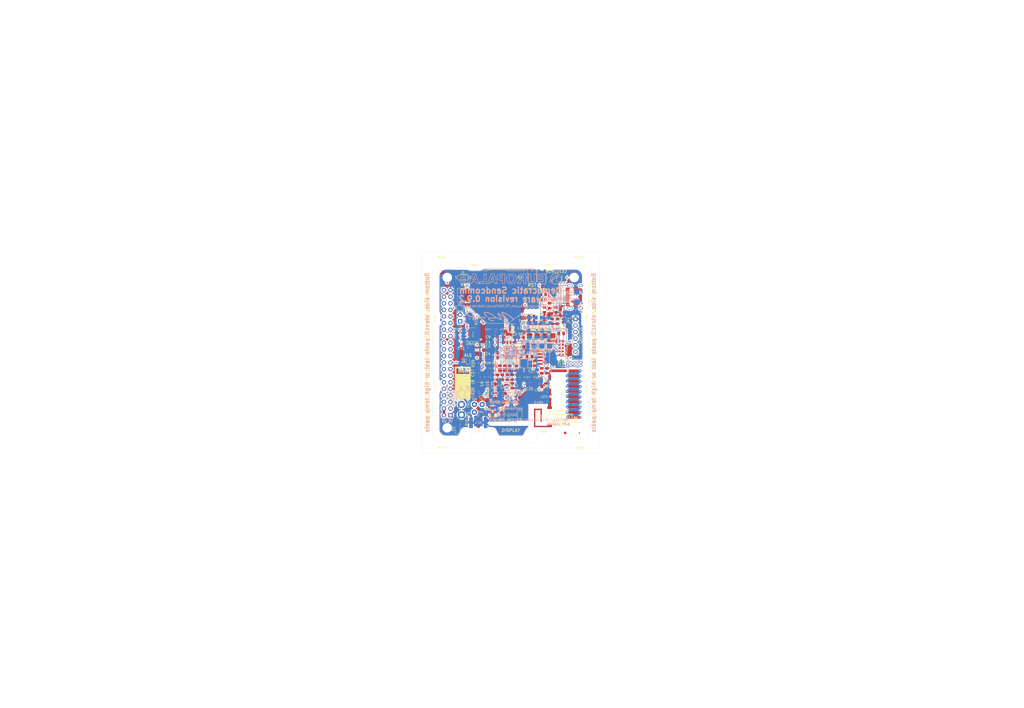
<source format=kicad_pcb>
(kicad_pcb (version 20171130) (host pcbnew 5.1.5+dfsg1-2build2)

  (general
    (thickness 1.6)
    (drawings 192)
    (tracks 1356)
    (zones 0)
    (modules 157)
    (nets 130)
  )

  (page A3)
  (title_block
    (title "Democratic Sendcomm")
    (date 2020-12-26)
    (rev 0.9.2)
    (company "Europalab Devices")
    (comment 1 "Copyright © 2020, Europalab Devices")
    (comment 2 "Fulfilling requirements of 20200210")
    (comment 3 "Pending quality assurance testing")
    (comment 4 "Release revision for manufacturing")
  )

  (layers
    (0 F.Cu signal)
    (1 In1.Cu power)
    (2 In2.Cu power)
    (31 B.Cu signal)
    (34 B.Paste user)
    (35 F.Paste user)
    (36 B.SilkS user)
    (37 F.SilkS user)
    (38 B.Mask user)
    (39 F.Mask user)
    (40 Dwgs.User user)
    (41 Cmts.User user)
    (44 Edge.Cuts user)
    (45 Margin user)
    (46 B.CrtYd user)
    (47 F.CrtYd user)
    (48 B.Fab user)
    (49 F.Fab user)
  )

  (setup
    (last_trace_width 0.127)
    (user_trace_width 0.1016)
    (user_trace_width 0.127)
    (user_trace_width 0.2)
    (user_trace_width 0.4)
    (user_trace_width 1.016)
    (trace_clearance 0.127)
    (zone_clearance 0.508)
    (zone_45_only no)
    (trace_min 0.09)
    (via_size 0.6)
    (via_drill 0.3)
    (via_min_size 0.356)
    (via_min_drill 0.2)
    (user_via 0.356 0.2)
    (user_via 0.45 0.2)
    (uvia_size 0.45)
    (uvia_drill 0.1)
    (uvias_allowed no)
    (uvia_min_size 0.45)
    (uvia_min_drill 0.1)
    (edge_width 0.05)
    (segment_width 0.1)
    (pcb_text_width 0.25)
    (pcb_text_size 1 1)
    (mod_edge_width 0.15)
    (mod_text_size 1 1)
    (mod_text_width 0.15)
    (pad_size 2 2)
    (pad_drill 0)
    (pad_to_mask_clearance 0)
    (aux_axis_origin 0 0)
    (visible_elements 7FFFFFFF)
    (pcbplotparams
      (layerselection 0x313fc_ffffffff)
      (usegerberextensions true)
      (usegerberattributes false)
      (usegerberadvancedattributes false)
      (creategerberjobfile false)
      (excludeedgelayer true)
      (linewidth 0.150000)
      (plotframeref false)
      (viasonmask false)
      (mode 1)
      (useauxorigin false)
      (hpglpennumber 1)
      (hpglpenspeed 20)
      (hpglpendiameter 15.000000)
      (psnegative false)
      (psa4output false)
      (plotreference true)
      (plotvalue true)
      (plotinvisibletext false)
      (padsonsilk false)
      (subtractmaskfromsilk false)
      (outputformat 1)
      (mirror false)
      (drillshape 0)
      (scaleselection 1)
      (outputdirectory "fabsingle"))
  )

  (net 0 "")
  (net 1 GND)
  (net 2 "Net-(AE1-Pad1)")
  (net 3 /Sheet5F53D5B4/RFSWPWR)
  (net 4 "Net-(C8-Pad1)")
  (net 5 /Sheet5F53D5B4/POWAMP)
  (net 6 "Net-(C13-Pad1)")
  (net 7 /Sheet5F53D5B4/HFOUT)
  (net 8 +3V3)
  (net 9 "Net-(C29-Pad1)")
  (net 10 /Sheet5F53D5B4/HPOUT)
  (net 11 /Sheet5F53D5B4/HFIN)
  (net 12 /Sheet5F53D5B4/BANDSEL)
  (net 13 "Net-(BT1-Pad1)")
  (net 14 /Sheet5F53D5B4/USB_BUS)
  (net 15 "Net-(C33-Pad1)")
  (net 16 "Net-(C34-Pad1)")
  (net 17 /Sheet5F53D5B4/CMDRST)
  (net 18 "Net-(D1-Pad2)")
  (net 19 "Net-(D1-Pad1)")
  (net 20 "Net-(D2-Pad1)")
  (net 21 "Net-(D2-Pad2)")
  (net 22 /Sheet5F53D5B4/USB_P)
  (net 23 /Sheet5F53D5B4/USB_N)
  (net 24 /Sheet60040980/ID_SD)
  (net 25 /Sheet60040980/ID_SC)
  (net 26 /Sheet5F53D5B4/SWDCLK)
  (net 27 "Net-(J3-Pad7)")
  (net 28 "Net-(J3-Pad8)")
  (net 29 "Net-(J4-Pad6)")
  (net 30 /Sheet5F53D5B4/CN_VBAT)
  (net 31 /Sheet5F53D5B4/XCEIV)
  (net 32 "Net-(AE5-Pad2)")
  (net 33 "Net-(C1-Pad1)")
  (net 34 "Net-(C7-Pad1)")
  (net 35 "Net-(C14-Pad1)")
  (net 36 "Net-(C17-Pad1)")
  (net 37 "Net-(C18-Pad2)")
  (net 38 "Net-(C19-Pad2)")
  (net 39 "Net-(C23-Pad2)")
  (net 40 "Net-(C23-Pad1)")
  (net 41 "Net-(C24-Pad1)")
  (net 42 "Net-(C24-Pad2)")
  (net 43 "Net-(C29-Pad2)")
  (net 44 "Net-(C33-Pad2)")
  (net 45 "Net-(C35-Pad2)")
  (net 46 "Net-(C40-Pad1)")
  (net 47 "Net-(J2-PadB5)")
  (net 48 "Net-(J2-PadA8)")
  (net 49 "Net-(J2-PadA5)")
  (net 50 "Net-(J2-PadB8)")
  (net 51 "Net-(J3-Pad2)")
  (net 52 "Net-(J3-Pad3)")
  (net 53 "Net-(J3-Pad5)")
  (net 54 "Net-(J3-Pad10)")
  (net 55 "Net-(J3-Pad11)")
  (net 56 "Net-(J3-Pad12)")
  (net 57 "Net-(J3-Pad13)")
  (net 58 "Net-(J3-Pad15)")
  (net 59 "Net-(J3-Pad16)")
  (net 60 "Net-(J3-Pad18)")
  (net 61 "Net-(J3-Pad19)")
  (net 62 "Net-(J3-Pad21)")
  (net 63 "Net-(J3-Pad22)")
  (net 64 "Net-(J3-Pad23)")
  (net 65 "Net-(J3-Pad24)")
  (net 66 "Net-(J3-Pad26)")
  (net 67 "Net-(J3-Pad29)")
  (net 68 "Net-(J3-Pad31)")
  (net 69 "Net-(J3-Pad32)")
  (net 70 "Net-(J3-Pad33)")
  (net 71 "Net-(J3-Pad35)")
  (net 72 "Net-(J3-Pad36)")
  (net 73 "Net-(J3-Pad38)")
  (net 74 "Net-(J3-Pad40)")
  (net 75 "Net-(J4-Pad7)")
  (net 76 "Net-(J4-Pad8)")
  (net 77 "Net-(J5-Pad2)")
  (net 78 "Net-(J5-Pad3)")
  (net 79 "Net-(J5-Pad6)")
  (net 80 "Net-(J6-Pad1)")
  (net 81 "Net-(L1-Pad2)")
  (net 82 "Net-(R3-Pad1)")
  (net 83 "Net-(R4-Pad1)")
  (net 84 "Net-(R4-Pad2)")
  (net 85 "Net-(U2-Pad5)")
  (net 86 "Net-(U3-PadG1)")
  (net 87 "Net-(U3-PadH1)")
  (net 88 "Net-(U3-PadE3)")
  (net 89 "Net-(U3-PadE4)")
  (net 90 "Net-(U3-PadF4)")
  (net 91 "Net-(U3-PadC7)")
  (net 92 "Net-(U3-PadD7)")
  (net 93 "Net-(U5-Pad3)")
  (net 94 "Net-(U5-Pad4)")
  (net 95 "Net-(U8-Pad7)")
  (net 96 "Net-(U8-Pad3)")
  (net 97 "Net-(U8-Pad2)")
  (net 98 "Net-(U8-Pad1)")
  (net 99 "Net-(U9-Pad1)")
  (net 100 "Net-(U9-Pad2)")
  (net 101 "Net-(U9-Pad3)")
  (net 102 "Net-(U9-Pad7)")
  (net 103 /Sheet5F53D5B4/SWDIO)
  (net 104 "Net-(AE2-Pad1)")
  (net 105 "Net-(AE4-Pad1)")
  (net 106 "Net-(AE5-Pad1)")
  (net 107 "Net-(J6-Pad2)")
  (net 108 "Net-(J6-Pad3)")
  (net 109 "Net-(J6-Pad4)")
  (net 110 "Net-(J7-Pad1)")
  (net 111 "Net-(C95-Pad1)")
  (net 112 /TP_SCL)
  (net 113 /TP_SDA)
  (net 114 "Net-(J20-Pad6)")
  (net 115 "Net-(J20-Pad7)")
  (net 116 "Net-(J20-Pad8)")
  (net 117 "Net-(Q2-Pad2)")
  (net 118 EXT_UART_TX)
  (net 119 EXT_UART_RX)
  (net 120 USB_TST)
  (net 121 "Net-(TP13-Pad1)")
  (net 122 "Net-(C94-Pad2)")
  (net 123 /Sheet5F53D5B4/CRY_XIN-RSVD)
  (net 124 /Sheet5F53D5B4/CRY_XOUT-RSVD)
  (net 125 "Net-(C97-Pad1)")
  (net 126 "Net-(C101-Pad1)")
  (net 127 "Net-(D3-Pad2)")
  (net 128 "Net-(JP4-Pad1)")
  (net 129 "Net-(U3-PadE5)")

  (net_class Default "This is the default net class."
    (clearance 0.127)
    (trace_width 0.127)
    (via_dia 0.6)
    (via_drill 0.3)
    (uvia_dia 0.45)
    (uvia_drill 0.1)
    (add_net +3V3)
    (add_net /Sheet5F53D5B4/BANDSEL)
    (add_net /Sheet5F53D5B4/CMDRST)
    (add_net /Sheet5F53D5B4/CN_VBAT)
    (add_net /Sheet5F53D5B4/CRY_XIN-RSVD)
    (add_net /Sheet5F53D5B4/CRY_XOUT-RSVD)
    (add_net /Sheet5F53D5B4/HFIN)
    (add_net /Sheet5F53D5B4/HFOUT)
    (add_net /Sheet5F53D5B4/HPOUT)
    (add_net /Sheet5F53D5B4/POWAMP)
    (add_net /Sheet5F53D5B4/RFSWPWR)
    (add_net /Sheet5F53D5B4/SWDCLK)
    (add_net /Sheet5F53D5B4/SWDIO)
    (add_net /Sheet5F53D5B4/USB_BUS)
    (add_net /Sheet5F53D5B4/USB_N)
    (add_net /Sheet5F53D5B4/USB_P)
    (add_net /Sheet5F53D5B4/XCEIV)
    (add_net /Sheet60040980/ID_SC)
    (add_net /Sheet60040980/ID_SD)
    (add_net /TP_SCL)
    (add_net /TP_SDA)
    (add_net EXT_UART_RX)
    (add_net EXT_UART_TX)
    (add_net GND)
    (add_net "Net-(AE1-Pad1)")
    (add_net "Net-(AE2-Pad1)")
    (add_net "Net-(AE4-Pad1)")
    (add_net "Net-(AE5-Pad1)")
    (add_net "Net-(AE5-Pad2)")
    (add_net "Net-(BT1-Pad1)")
    (add_net "Net-(C1-Pad1)")
    (add_net "Net-(C101-Pad1)")
    (add_net "Net-(C13-Pad1)")
    (add_net "Net-(C14-Pad1)")
    (add_net "Net-(C17-Pad1)")
    (add_net "Net-(C18-Pad2)")
    (add_net "Net-(C19-Pad2)")
    (add_net "Net-(C23-Pad1)")
    (add_net "Net-(C23-Pad2)")
    (add_net "Net-(C24-Pad1)")
    (add_net "Net-(C24-Pad2)")
    (add_net "Net-(C29-Pad1)")
    (add_net "Net-(C29-Pad2)")
    (add_net "Net-(C33-Pad1)")
    (add_net "Net-(C33-Pad2)")
    (add_net "Net-(C34-Pad1)")
    (add_net "Net-(C35-Pad2)")
    (add_net "Net-(C40-Pad1)")
    (add_net "Net-(C7-Pad1)")
    (add_net "Net-(C8-Pad1)")
    (add_net "Net-(C94-Pad2)")
    (add_net "Net-(C95-Pad1)")
    (add_net "Net-(C97-Pad1)")
    (add_net "Net-(D1-Pad1)")
    (add_net "Net-(D1-Pad2)")
    (add_net "Net-(D2-Pad1)")
    (add_net "Net-(D2-Pad2)")
    (add_net "Net-(D3-Pad2)")
    (add_net "Net-(J2-PadA5)")
    (add_net "Net-(J2-PadA8)")
    (add_net "Net-(J2-PadB5)")
    (add_net "Net-(J2-PadB8)")
    (add_net "Net-(J20-Pad6)")
    (add_net "Net-(J20-Pad7)")
    (add_net "Net-(J20-Pad8)")
    (add_net "Net-(J3-Pad10)")
    (add_net "Net-(J3-Pad11)")
    (add_net "Net-(J3-Pad12)")
    (add_net "Net-(J3-Pad13)")
    (add_net "Net-(J3-Pad15)")
    (add_net "Net-(J3-Pad16)")
    (add_net "Net-(J3-Pad18)")
    (add_net "Net-(J3-Pad19)")
    (add_net "Net-(J3-Pad2)")
    (add_net "Net-(J3-Pad21)")
    (add_net "Net-(J3-Pad22)")
    (add_net "Net-(J3-Pad23)")
    (add_net "Net-(J3-Pad24)")
    (add_net "Net-(J3-Pad26)")
    (add_net "Net-(J3-Pad29)")
    (add_net "Net-(J3-Pad3)")
    (add_net "Net-(J3-Pad31)")
    (add_net "Net-(J3-Pad32)")
    (add_net "Net-(J3-Pad33)")
    (add_net "Net-(J3-Pad35)")
    (add_net "Net-(J3-Pad36)")
    (add_net "Net-(J3-Pad38)")
    (add_net "Net-(J3-Pad40)")
    (add_net "Net-(J3-Pad5)")
    (add_net "Net-(J3-Pad7)")
    (add_net "Net-(J3-Pad8)")
    (add_net "Net-(J4-Pad6)")
    (add_net "Net-(J4-Pad7)")
    (add_net "Net-(J4-Pad8)")
    (add_net "Net-(J5-Pad2)")
    (add_net "Net-(J5-Pad3)")
    (add_net "Net-(J5-Pad6)")
    (add_net "Net-(J6-Pad1)")
    (add_net "Net-(J6-Pad2)")
    (add_net "Net-(J6-Pad3)")
    (add_net "Net-(J6-Pad4)")
    (add_net "Net-(J7-Pad1)")
    (add_net "Net-(JP4-Pad1)")
    (add_net "Net-(L1-Pad2)")
    (add_net "Net-(Q2-Pad2)")
    (add_net "Net-(R3-Pad1)")
    (add_net "Net-(R4-Pad1)")
    (add_net "Net-(R4-Pad2)")
    (add_net "Net-(TP13-Pad1)")
    (add_net "Net-(U2-Pad5)")
    (add_net "Net-(U3-PadC7)")
    (add_net "Net-(U3-PadD7)")
    (add_net "Net-(U3-PadE3)")
    (add_net "Net-(U3-PadE4)")
    (add_net "Net-(U3-PadE5)")
    (add_net "Net-(U3-PadF4)")
    (add_net "Net-(U3-PadG1)")
    (add_net "Net-(U3-PadH1)")
    (add_net "Net-(U5-Pad3)")
    (add_net "Net-(U5-Pad4)")
    (add_net "Net-(U8-Pad1)")
    (add_net "Net-(U8-Pad2)")
    (add_net "Net-(U8-Pad3)")
    (add_net "Net-(U8-Pad7)")
    (add_net "Net-(U9-Pad1)")
    (add_net "Net-(U9-Pad2)")
    (add_net "Net-(U9-Pad3)")
    (add_net "Net-(U9-Pad7)")
    (add_net USB_TST)
  )

  (net_class Power ""
    (clearance 0.2)
    (trace_width 0.5)
    (via_dia 1)
    (via_drill 0.7)
    (uvia_dia 0.5)
    (uvia_drill 0.1)
  )

  (module Capacitor_SMD:C_0805_2012Metric (layer F.Cu) (tedit 5B36C52B) (tstamp 5F6870D5)
    (at 202 170.0625 270)
    (descr "Capacitor SMD 0805 (2012 Metric), square (rectangular) end terminal, IPC_7351 nominal, (Body size source: https://docs.google.com/spreadsheets/d/1BsfQQcO9C6DZCsRaXUlFlo91Tg2WpOkGARC1WS5S8t0/edit?usp=sharing), generated with kicad-footprint-generator")
    (tags capacitor)
    (path /5F5C0728/5F5D6DA0)
    (attr smd)
    (fp_text reference C30 (at 2.9375 0 90) (layer F.SilkS)
      (effects (font (size 0.875 0.875) (thickness 0.125)))
    )
    (fp_text value 2,7pF (at 0 1.65 90) (layer F.Fab)
      (effects (font (size 1 1) (thickness 0.15)))
    )
    (fp_text user %R (at 0 0 90) (layer F.Fab)
      (effects (font (size 0.5 0.5) (thickness 0.08)))
    )
    (fp_line (start 1.68 0.95) (end -1.68 0.95) (layer F.CrtYd) (width 0.05))
    (fp_line (start 1.68 -0.95) (end 1.68 0.95) (layer F.CrtYd) (width 0.05))
    (fp_line (start -1.68 -0.95) (end 1.68 -0.95) (layer F.CrtYd) (width 0.05))
    (fp_line (start -1.68 0.95) (end -1.68 -0.95) (layer F.CrtYd) (width 0.05))
    (fp_line (start -0.258578 0.71) (end 0.258578 0.71) (layer F.SilkS) (width 0.12))
    (fp_line (start -0.258578 -0.71) (end 0.258578 -0.71) (layer F.SilkS) (width 0.12))
    (fp_line (start 1 0.6) (end -1 0.6) (layer F.Fab) (width 0.1))
    (fp_line (start 1 -0.6) (end 1 0.6) (layer F.Fab) (width 0.1))
    (fp_line (start -1 -0.6) (end 1 -0.6) (layer F.Fab) (width 0.1))
    (fp_line (start -1 0.6) (end -1 -0.6) (layer F.Fab) (width 0.1))
    (pad 2 smd roundrect (at 0.9375 0 270) (size 0.975 1.4) (layers F.Cu F.Paste F.Mask) (roundrect_rratio 0.25)
      (net 1 GND))
    (pad 1 smd roundrect (at -0.9375 0 270) (size 0.975 1.4) (layers F.Cu F.Paste F.Mask) (roundrect_rratio 0.25)
      (net 9 "Net-(C29-Pad1)"))
    (model ${KISYS3DMOD}/Capacitor_SMD.3dshapes/C_0805_2012Metric.wrl
      (at (xyz 0 0 0))
      (scale (xyz 1 1 1))
      (rotate (xyz 0 0 0))
    )
  )

  (module Connector_Coaxial:SMA_Samtec_SMA-J-P-X-ST-EM1_EdgeMount (layer F.Cu) (tedit 5FE90BFC) (tstamp 5F686FA8)
    (at 197.5 175)
    (descr "Connector SMA, 0Hz to 20GHz, 50Ohm, Edge Mount (http://suddendocs.samtec.com/prints/sma-j-p-x-st-em1-mkt.pdf)")
    (tags "SMA Straight Samtec Edge Mount")
    (path /5F5C0728/6000659E)
    (attr smd)
    (fp_text reference AE4 (at 0 0 unlocked) (layer B.SilkS)
      (effects (font (size 1 1) (thickness 0.15)) (justify mirror))
    )
    (fp_text value Antenna_Shield (at 0 13) (layer F.Fab)
      (effects (font (size 1 1) (thickness 0.15)))
    )
    (fp_text user "Board Thickness: 1.57mm" (at 0 -5.45) (layer Cmts.User)
      (effects (font (size 1 1) (thickness 0.15)))
    )
    (fp_line (start 0.84 -1.71) (end 1.95 -1.71) (layer F.SilkS) (width 0.12))
    (fp_line (start -1.95 -1.71) (end -0.84 -1.71) (layer F.SilkS) (width 0.12))
    (fp_line (start 0.84 2) (end 1.95 2) (layer F.SilkS) (width 0.12))
    (fp_line (start -1.95 2) (end -0.84 2) (layer F.SilkS) (width 0.12))
    (fp_line (start 3.68 2.6) (end 3.68 12.12) (layer B.CrtYd) (width 0.05))
    (fp_line (start 4 2.6) (end 3.68 2.6) (layer B.CrtYd) (width 0.05))
    (fp_line (start -3.68 12.12) (end -3.68 2.6) (layer B.CrtYd) (width 0.05))
    (fp_line (start -3.68 2.6) (end -4 2.6) (layer B.CrtYd) (width 0.05))
    (fp_line (start 3.68 2.6) (end 3.68 12.12) (layer F.CrtYd) (width 0.05))
    (fp_line (start 3.68 2.6) (end 4 2.6) (layer F.CrtYd) (width 0.05))
    (fp_line (start -3.68 12.12) (end -3.68 2.6) (layer F.CrtYd) (width 0.05))
    (fp_line (start -3.68 2.6) (end -4 2.6) (layer F.CrtYd) (width 0.05))
    (fp_text user "PCB Edge" (at 0 2.6) (layer Dwgs.User)
      (effects (font (size 0.5 0.5) (thickness 0.1)))
    )
    (fp_line (start 4.1 2.1) (end -4.1 2.1) (layer Dwgs.User) (width 0.1))
    (fp_line (start -3.175 -1.71) (end -3.175 11.62) (layer F.Fab) (width 0.1))
    (fp_line (start -2.365 -1.71) (end -3.175 -1.71) (layer F.Fab) (width 0.1))
    (fp_line (start -2.365 2.1) (end -2.365 -1.71) (layer F.Fab) (width 0.1))
    (fp_line (start 2.365 2.1) (end -2.365 2.1) (layer F.Fab) (width 0.1))
    (fp_line (start 2.365 -1.71) (end 2.365 2.1) (layer F.Fab) (width 0.1))
    (fp_line (start 3.175 -1.71) (end 2.365 -1.71) (layer F.Fab) (width 0.1))
    (fp_line (start 3.175 -1.71) (end 3.175 11.62) (layer F.Fab) (width 0.1))
    (fp_line (start 3.165 11.62) (end -3.165 11.62) (layer F.Fab) (width 0.1))
    (fp_line (start -4 -2.6) (end 4 -2.6) (layer B.CrtYd) (width 0.05))
    (fp_line (start -4 2.6) (end -4 -2.6) (layer B.CrtYd) (width 0.05))
    (fp_line (start 3.68 12.12) (end -3.68 12.12) (layer B.CrtYd) (width 0.05))
    (fp_line (start 4 2.6) (end 4 -2.6) (layer B.CrtYd) (width 0.05))
    (fp_line (start -4 -2.6) (end 4 -2.6) (layer F.CrtYd) (width 0.05))
    (fp_line (start -4 2.6) (end -4 -2.6) (layer F.CrtYd) (width 0.05))
    (fp_line (start 3.68 12.12) (end -3.68 12.12) (layer F.CrtYd) (width 0.05))
    (fp_line (start 4 2.6) (end 4 -2.6) (layer F.CrtYd) (width 0.05))
    (fp_text user %R (at 0 4.29 180) (layer F.Fab)
      (effects (font (size 1 1) (thickness 0.15)))
    )
    (fp_line (start 0.64 2.1) (end 0 3.1) (layer F.Fab) (width 0.1))
    (fp_line (start 0 3.1) (end -0.64 2.1) (layer F.Fab) (width 0.1))
    (fp_line (start 0 -2.26) (end 0.25 -2.76) (layer F.SilkS) (width 0.12))
    (fp_line (start 0.25 -2.76) (end -0.25 -2.76) (layer F.SilkS) (width 0.12))
    (fp_line (start -0.25 -2.76) (end 0 -2.26) (layer F.SilkS) (width 0.12))
    (pad 1 smd rect (at 0 0.2) (size 1.27 3.6) (layers F.Cu F.Mask)
      (net 105 "Net-(AE4-Pad1)"))
    (pad 2 smd rect (at 2.825 0) (size 1.35 4.2) (layers F.Cu F.Mask)
      (net 1 GND))
    (pad 2 smd rect (at -2.825 0) (size 1.35 4.2) (layers F.Cu F.Mask)
      (net 1 GND))
    (pad 2 smd rect (at 2.825 0) (size 1.35 4.2) (layers B.Cu B.Mask)
      (net 1 GND))
    (pad 2 smd rect (at -2.825 0) (size 1.35 4.2) (layers B.Cu B.Mask)
      (net 1 GND))
    (model ${KISYS3DMOD}/Connector_Coaxial.3dshapes/SMA_Samtec_SMA-J-P-X-ST-EM1_EdgeMount.wrl
      (at (xyz 0 0 0))
      (scale (xyz 1 1 1))
      (rotate (xyz 0 0 0))
    )
    (model ${KIPRJMOD}/modules/packages3d/RF_Antenna.3dshapes/SMA-J-P-H-ST-EM1.wrl
      (offset (xyz 0 -4 0.5))
      (scale (xyz 0.4 0.4 0.4))
      (rotate (xyz 180 -90 0))
    )
  )

  (module Connector_PinHeader_2.54mm:PinHeader_1x06_P2.54mm_Vertical (layer F.Cu) (tedit 59FED5CC) (tstamp 5FF83409)
    (at 235 135)
    (descr "Through hole straight pin header, 1x06, 2.54mm pitch, single row")
    (tags "Through hole pin header THT 1x06 2.54mm single row")
    (path /60040981/6006812D)
    (fp_text reference J5 (at 2 5 90) (layer F.SilkS)
      (effects (font (size 1 1) (thickness 0.15)) (justify left))
    )
    (fp_text value Conn_01x06_Male (at 4.385 14.97) (layer F.Fab)
      (effects (font (size 1 1) (thickness 0.15)))
    )
    (fp_text user %R (at 2.77 6.35 90) (layer F.Fab)
      (effects (font (size 1 1) (thickness 0.15)))
    )
    (fp_line (start 1.8 -1.8) (end -1.8 -1.8) (layer F.CrtYd) (width 0.05))
    (fp_line (start 1.8 14.5) (end 1.8 -1.8) (layer F.CrtYd) (width 0.05))
    (fp_line (start -1.8 14.5) (end 1.8 14.5) (layer F.CrtYd) (width 0.05))
    (fp_line (start -1.8 -1.8) (end -1.8 14.5) (layer F.CrtYd) (width 0.05))
    (fp_line (start -1.33 -1.33) (end 0 -1.33) (layer F.SilkS) (width 0.12))
    (fp_line (start -1.33 0) (end -1.33 -1.33) (layer F.SilkS) (width 0.12))
    (fp_line (start -1.33 1.27) (end 1.33 1.27) (layer F.SilkS) (width 0.12))
    (fp_line (start 1.33 1.27) (end 1.33 14.03) (layer F.SilkS) (width 0.12))
    (fp_line (start -1.33 1.27) (end -1.33 14.03) (layer F.SilkS) (width 0.12))
    (fp_line (start -1.33 14.03) (end 1.33 14.03) (layer F.SilkS) (width 0.12))
    (fp_line (start -1.27 -0.635) (end -0.635 -1.27) (layer F.Fab) (width 0.1))
    (fp_line (start -1.27 13.97) (end -1.27 -0.635) (layer F.Fab) (width 0.1))
    (fp_line (start 1.27 13.97) (end -1.27 13.97) (layer F.Fab) (width 0.1))
    (fp_line (start 1.27 -1.27) (end 1.27 13.97) (layer F.Fab) (width 0.1))
    (fp_line (start -0.635 -1.27) (end 1.27 -1.27) (layer F.Fab) (width 0.1))
    (pad 6 thru_hole oval (at 0 12.7) (size 1.7 1.7) (drill 1) (layers *.Cu *.Mask)
      (net 79 "Net-(J5-Pad6)"))
    (pad 5 thru_hole oval (at 0 10.16) (size 1.7 1.7) (drill 1) (layers *.Cu *.Mask)
      (net 118 EXT_UART_TX))
    (pad 4 thru_hole oval (at 0 7.62) (size 1.7 1.7) (drill 1) (layers *.Cu *.Mask)
      (net 119 EXT_UART_RX))
    (pad 3 thru_hole oval (at 0 5.08) (size 1.7 1.7) (drill 1) (layers *.Cu *.Mask)
      (net 78 "Net-(J5-Pad3)"))
    (pad 2 thru_hole oval (at 0 2.54) (size 1.7 1.7) (drill 1) (layers *.Cu *.Mask)
      (net 77 "Net-(J5-Pad2)"))
    (pad 1 thru_hole rect (at 0 0) (size 1.7 1.7) (drill 1) (layers *.Cu *.Mask)
      (net 1 GND))
    (model ${KISYS3DMOD}/Connector_PinHeader_2.54mm.3dshapes/PinHeader_1x06_P2.54mm_Vertical.wrl
      (at (xyz 0 0 0))
      (scale (xyz 1 1 1))
      (rotate (xyz 0 0 0))
    )
  )

  (module RF_Antenna:Texas_SWRA416_868MHz_915MHz (layer F.Cu) (tedit 5CF40AFD) (tstamp 5F686F31)
    (at 231 164 270)
    (descr http://www.ti.com/lit/an/swra416/swra416.pdf)
    (tags "PCB antenna")
    (path /5F5C0728/60008187)
    (attr smd)
    (fp_text reference AE1 (at 0 0.5 180) (layer F.SilkS)
      (effects (font (size 1 1) (thickness 0.15)))
    )
    (fp_text value Antenna (at 0.1 -7.6 90) (layer F.Fab)
      (effects (font (size 1 1) (thickness 0.15)))
    )
    (fp_line (start 9.7 2.1) (end 6.2 5.7) (layer Dwgs.User) (width 0.12))
    (fp_line (start 9.7 0.1) (end 4.3 5.7) (layer Dwgs.User) (width 0.12))
    (fp_line (start 9.7 -1.9) (end 2.3 5.7) (layer Dwgs.User) (width 0.12))
    (fp_line (start 9.7 -3.9) (end 0.2 5.7) (layer Dwgs.User) (width 0.12))
    (fp_line (start 9.7 -5.9) (end -1.8 5.7) (layer Dwgs.User) (width 0.12))
    (fp_line (start 8.3 -6.5) (end -3.8 5.7) (layer Dwgs.User) (width 0.12))
    (fp_line (start 6.3 -6.5) (end -5.8 5.7) (layer Dwgs.User) (width 0.12))
    (fp_line (start 4.3 -6.5) (end -7.8 5.7) (layer Dwgs.User) (width 0.12))
    (fp_line (start -9.7 5.5) (end 2.3 -6.5) (layer Dwgs.User) (width 0.12))
    (fp_line (start -9.7 3.5) (end 0.3 -6.5) (layer Dwgs.User) (width 0.12))
    (fp_line (start -9.7 1.5) (end -1.7 -6.5) (layer Dwgs.User) (width 0.12))
    (fp_line (start -9.7 -0.5) (end -3.7 -6.5) (layer Dwgs.User) (width 0.12))
    (fp_line (start -9.7 -2.5) (end -5.7 -6.5) (layer Dwgs.User) (width 0.12))
    (fp_line (start -9.7 -4.5) (end -7.7 -6.5) (layer Dwgs.User) (width 0.12))
    (fp_line (start 9.7 -6.5) (end -9.7 -6.5) (layer Dwgs.User) (width 0.15))
    (fp_line (start 9.7 5.7) (end 9.7 -6.5) (layer Dwgs.User) (width 0.15))
    (fp_line (start -9.7 5.7) (end 9.7 5.7) (layer Dwgs.User) (width 0.15))
    (fp_line (start -9.7 -6.5) (end -9.7 5.7) (layer Dwgs.User) (width 0.15))
    (fp_line (start 7 -5.8) (end 8 -4.8) (layer B.Cu) (width 1))
    (fp_line (start 8 -1.8) (end 9 -0.8) (layer B.Cu) (width 1))
    (fp_line (start 8 -4.8) (end 8 -1.8) (layer B.Cu) (width 1))
    (fp_line (start 9 -5.8) (end 9 -0.8) (layer F.Cu) (width 1))
    (fp_line (start 5 -5.8) (end 6 -4.8) (layer B.Cu) (width 1))
    (fp_line (start 6 -1.8) (end 7 -0.8) (layer B.Cu) (width 1))
    (fp_line (start 6 -4.8) (end 6 -1.8) (layer B.Cu) (width 1))
    (fp_line (start 7 -5.8) (end 7 -0.8) (layer F.Cu) (width 1))
    (fp_line (start 3 -5.8) (end 4 -4.8) (layer B.Cu) (width 1))
    (fp_line (start 4 -1.8) (end 5 -0.8) (layer B.Cu) (width 1))
    (fp_line (start 4 -4.8) (end 4 -1.8) (layer B.Cu) (width 1))
    (fp_line (start 5 -5.8) (end 5 -0.8) (layer F.Cu) (width 1))
    (fp_line (start 1 -5.8) (end 2 -4.8) (layer B.Cu) (width 1))
    (fp_line (start 2 -1.8) (end 3 -0.8) (layer B.Cu) (width 1))
    (fp_line (start 2 -4.8) (end 2 -1.8) (layer B.Cu) (width 1))
    (fp_line (start 3 -5.8) (end 3 -0.8) (layer F.Cu) (width 1))
    (fp_line (start -1 -5.8) (end 0 -4.8) (layer B.Cu) (width 1))
    (fp_line (start 0 -1.8) (end 1 -0.8) (layer B.Cu) (width 1))
    (fp_line (start 0 -4.8) (end 0 -1.8) (layer B.Cu) (width 1))
    (fp_line (start 1 -5.8) (end 1 -0.8) (layer F.Cu) (width 1))
    (fp_line (start -3 -5.8) (end -2 -4.8) (layer B.Cu) (width 1))
    (fp_line (start -2 -1.8) (end -1 -0.8) (layer B.Cu) (width 1))
    (fp_line (start -2 -4.8) (end -2 -1.8) (layer B.Cu) (width 1))
    (fp_line (start -1 -5.8) (end -1 -0.8) (layer F.Cu) (width 1))
    (fp_line (start -4 -4.8) (end -4 -1.8) (layer B.Cu) (width 1))
    (fp_line (start -5 -5.8) (end -4 -4.8) (layer B.Cu) (width 1))
    (fp_line (start -4 -1.8) (end -3 -0.8) (layer B.Cu) (width 1))
    (fp_line (start -3 -5.8) (end -3 -0.8) (layer F.Cu) (width 1))
    (fp_line (start -6 -4.8) (end -6 -1.8) (layer B.Cu) (width 1))
    (fp_line (start -7 -5.8) (end -6 -4.8) (layer B.Cu) (width 1))
    (fp_line (start -6 -1.8) (end -5 -0.8) (layer B.Cu) (width 1))
    (fp_line (start -5 -5.8) (end -5 -0.8) (layer F.Cu) (width 1))
    (fp_line (start -7 -5.8) (end -7 -0.8) (layer F.Cu) (width 1))
    (fp_line (start -9 5.2) (end -9 -5.8) (layer F.Cu) (width 1))
    (fp_line (start -9 -5.8) (end -8 -4.8) (layer B.Cu) (width 1))
    (fp_line (start -8 -4.8) (end -8 -1.8) (layer B.Cu) (width 1))
    (fp_line (start -8 -1.8) (end -7 -0.8) (layer B.Cu) (width 1))
    (fp_line (start 9.7 4.1) (end 8.2 5.7) (layer Dwgs.User) (width 0.12))
    (fp_line (start -9.9 -6.7) (end -9.9 5.9) (layer F.CrtYd) (width 0.05))
    (fp_line (start -9.9 5.9) (end 9.9 5.9) (layer F.CrtYd) (width 0.05))
    (fp_line (start 9.9 5.9) (end 9.9 -6.7) (layer F.CrtYd) (width 0.05))
    (fp_line (start 9.9 -6.7) (end -9.9 -6.7) (layer F.CrtYd) (width 0.05))
    (fp_line (start 9.9 -6.7) (end -9.9 -6.7) (layer B.CrtYd) (width 0.05))
    (fp_line (start 9.9 5.9) (end 9.9 -6.7) (layer B.CrtYd) (width 0.05))
    (fp_line (start -9.9 -6.7) (end -9.9 5.9) (layer B.CrtYd) (width 0.05))
    (fp_line (start -9.9 5.9) (end 9.9 5.9) (layer B.CrtYd) (width 0.05))
    (fp_text user "KEEP-OUT ZONE" (at 1 -2.8 90) (layer Cmts.User)
      (effects (font (size 1 1) (thickness 0.15)))
    )
    (fp_text user "No metal, traces or " (at 1 0.2 90) (layer Cmts.User)
      (effects (font (size 1 1) (thickness 0.15)))
    )
    (fp_text user "any components on" (at 1 2.2 90) (layer Cmts.User)
      (effects (font (size 1 1) (thickness 0.15)))
    )
    (fp_text user " any PCB layer." (at 1 4.2 90) (layer Cmts.User)
      (effects (font (size 1 1) (thickness 0.15)))
    )
    (fp_text user %R (at -0.4 6.6 90) (layer F.Fab)
      (effects (font (size 1 1) (thickness 0.15)))
    )
    (pad "" thru_hole circle (at 9 -0.8 90) (size 1 1) (drill 0.4) (layers *.Cu))
    (pad "" thru_hole circle (at 9 -5.8 90) (size 1 1) (drill 0.4) (layers *.Cu))
    (pad "" thru_hole circle (at 7 -5.8 90) (size 1 1) (drill 0.4) (layers *.Cu))
    (pad "" thru_hole circle (at 7 -0.8 90) (size 1 1) (drill 0.4) (layers *.Cu))
    (pad "" thru_hole circle (at 5 -0.8 90) (size 1 1) (drill 0.4) (layers *.Cu))
    (pad "" thru_hole circle (at 5 -5.8 90) (size 1 1) (drill 0.4) (layers *.Cu))
    (pad "" thru_hole circle (at 3 -0.8 90) (size 1 1) (drill 0.4) (layers *.Cu))
    (pad "" thru_hole circle (at 3 -5.8 90) (size 1 1) (drill 0.4) (layers *.Cu))
    (pad "" thru_hole circle (at 1 -5.8 90) (size 1 1) (drill 0.4) (layers *.Cu))
    (pad "" thru_hole circle (at 1 -0.8 90) (size 1 1) (drill 0.4) (layers *.Cu))
    (pad "" thru_hole circle (at -1 -0.8 90) (size 1 1) (drill 0.4) (layers *.Cu))
    (pad "" thru_hole circle (at -1 -5.8 90) (size 1 1) (drill 0.4) (layers *.Cu))
    (pad "" thru_hole circle (at -3 -5.8 90) (size 1 1) (drill 0.4) (layers *.Cu))
    (pad "" thru_hole circle (at -3 -0.8 90) (size 1 1) (drill 0.4) (layers *.Cu))
    (pad "" thru_hole circle (at -5 -0.8 90) (size 1 1) (drill 0.4) (layers *.Cu))
    (pad "" thru_hole circle (at -5 -5.8 90) (size 1 1) (drill 0.4) (layers *.Cu))
    (pad "" thru_hole circle (at -7 -5.8 90) (size 1 1) (drill 0.4) (layers *.Cu))
    (pad "" thru_hole circle (at -7 -0.8 90) (size 1 1) (drill 0.4) (layers *.Cu))
    (pad "" thru_hole circle (at -9 -5.8 90) (size 1 1) (drill 0.4) (layers *.Cu))
    (pad 1 smd trapezoid (at -9 5.9 90) (size 0.4 0.8) (rect_delta 0 0.3 ) (layers F.Cu)
      (net 2 "Net-(AE1-Pad1)"))
  )

  (module Elabdev:Panel_Mousetab_25mm_Single (layer F.Cu) (tedit 5CD9E502) (tstamp 60039779)
    (at 222.5 178.5 90)
    (path /5CD9EB0D)
    (fp_text reference TAB8 (at 0 0) (layer F.SilkS)
      (effects (font (size 0.8 0.8) (thickness 0.13)))
    )
    (fp_text value Pantab (at -3.25 0 180) (layer F.Fab)
      (effects (font (size 1 1) (thickness 0.15)))
    )
    (fp_line (start 1.25 -2.2) (end 1.25 2.2) (layer F.Fab) (width 0.15))
    (fp_line (start -1.25 -2.2) (end -1.25 2.2) (layer F.Fab) (width 0.15))
    (fp_line (start 2.1 -2.6) (end 2.1 2.6) (layer F.CrtYd) (width 0.15))
    (fp_line (start 2.1 2.6) (end -2.1 2.6) (layer F.CrtYd) (width 0.15))
    (fp_line (start -2.1 2.6) (end -2.1 -2.6) (layer F.CrtYd) (width 0.15))
    (fp_line (start -2.1 -2.6) (end 2.1 -2.6) (layer F.CrtYd) (width 0.15))
    (pad "" np_thru_hole circle (at 1.35 2 90) (size 0.5 0.5) (drill 0.5) (layers *.Cu))
    (pad "" np_thru_hole circle (at 1.35 1.2 90) (size 0.5 0.5) (drill 0.5) (layers *.Cu))
    (pad "" np_thru_hole circle (at 1.35 0.4 90) (size 0.5 0.5) (drill 0.5) (layers *.Cu))
    (pad "" np_thru_hole circle (at 1.35 -0.4 90) (size 0.5 0.5) (drill 0.5) (layers *.Cu))
    (pad "" np_thru_hole circle (at 1.35 -1.2 90) (size 0.5 0.5) (drill 0.5) (layers *.Cu))
    (pad "" np_thru_hole circle (at 1.35 -2 90) (size 0.5 0.5) (drill 0.5) (layers *.Cu))
  )

  (module Capacitor_SMD:C_0805_2012Metric (layer F.Cu) (tedit 5B36C52B) (tstamp 5FEB8111)
    (at 211.5 143.0625 270)
    (descr "Capacitor SMD 0805 (2012 Metric), square (rectangular) end terminal, IPC_7351 nominal, (Body size source: https://docs.google.com/spreadsheets/d/1BsfQQcO9C6DZCsRaXUlFlo91Tg2WpOkGARC1WS5S8t0/edit?usp=sharing), generated with kicad-footprint-generator")
    (tags capacitor)
    (path /5F53D5B5/5F609CF5)
    (attr smd)
    (fp_text reference C19 (at -2.0625 0 180) (layer F.SilkS)
      (effects (font (size 0.7 0.7) (thickness 0.1)))
    )
    (fp_text value 18pF (at 0 1.65 90) (layer F.Fab)
      (effects (font (size 1 1) (thickness 0.15)))
    )
    (fp_line (start -1 0.6) (end -1 -0.6) (layer F.Fab) (width 0.1))
    (fp_line (start -1 -0.6) (end 1 -0.6) (layer F.Fab) (width 0.1))
    (fp_line (start 1 -0.6) (end 1 0.6) (layer F.Fab) (width 0.1))
    (fp_line (start 1 0.6) (end -1 0.6) (layer F.Fab) (width 0.1))
    (fp_line (start -0.258578 -0.71) (end 0.258578 -0.71) (layer F.SilkS) (width 0.12))
    (fp_line (start -0.258578 0.71) (end 0.258578 0.71) (layer F.SilkS) (width 0.12))
    (fp_line (start -1.68 0.95) (end -1.68 -0.95) (layer F.CrtYd) (width 0.05))
    (fp_line (start -1.68 -0.95) (end 1.68 -0.95) (layer F.CrtYd) (width 0.05))
    (fp_line (start 1.68 -0.95) (end 1.68 0.95) (layer F.CrtYd) (width 0.05))
    (fp_line (start 1.68 0.95) (end -1.68 0.95) (layer F.CrtYd) (width 0.05))
    (fp_text user %R (at 0 0 90) (layer F.Fab)
      (effects (font (size 0.5 0.5) (thickness 0.08)))
    )
    (pad 1 smd roundrect (at -0.9375 0 270) (size 0.975 1.4) (layers F.Cu F.Paste F.Mask) (roundrect_rratio 0.25)
      (net 1 GND))
    (pad 2 smd roundrect (at 0.9375 0 270) (size 0.975 1.4) (layers F.Cu F.Paste F.Mask) (roundrect_rratio 0.25)
      (net 38 "Net-(C19-Pad2)"))
    (model ${KISYS3DMOD}/Capacitor_SMD.3dshapes/C_0805_2012Metric.wrl
      (at (xyz 0 0 0))
      (scale (xyz 1 1 1))
      (rotate (xyz 0 0 0))
    )
  )

  (module Elabdev:Meinkuerz_sign_480dpi (layer B.Cu) (tedit 0) (tstamp 5FBE809B)
    (at 202 134 180)
    (fp_text reference G1 (at 0 0) (layer B.SilkS) hide
      (effects (font (size 1.524 1.524) (thickness 0.3)) (justify mirror))
    )
    (fp_text value Meinkuerzel_signature (at 0.75 0) (layer B.SilkS) hide
      (effects (font (size 1.524 1.524) (thickness 0.3)) (justify mirror))
    )
    (fp_poly (pts (xy 7.849084 1.675651) (xy 8.303148 1.632827) (xy 8.685942 1.550363) (xy 8.876057 1.481326)
      (xy 9.07938 1.34976) (xy 9.204465 1.178624) (xy 9.241225 0.986809) (xy 9.210768 0.854557)
      (xy 9.078684 0.643748) (xy 8.864557 0.429964) (xy 8.589687 0.233059) (xy 8.471807 0.165759)
      (xy 8.232808 0.053863) (xy 7.923436 -0.068816) (xy 7.576824 -0.190996) (xy 7.226108 -0.301392)
      (xy 6.904421 -0.388723) (xy 6.731621 -0.426811) (xy 6.398868 -0.490816) (xy 6.556265 -0.586535)
      (xy 6.736632 -0.743549) (xy 6.819572 -0.938245) (xy 6.82625 -1.022915) (xy 6.780462 -1.15416)
      (xy 6.660466 -1.295963) (xy 6.49231 -1.424979) (xy 6.30204 -1.517866) (xy 6.258842 -1.531402)
      (xy 6.0446 -1.569955) (xy 5.805186 -1.581627) (xy 5.582286 -1.566858) (xy 5.417587 -1.526091)
      (xy 5.409578 -1.522402) (xy 5.285381 -1.409276) (xy 5.232727 -1.237525) (xy 5.243042 -1.133742)
      (xy 5.545646 -1.133742) (xy 5.569322 -1.243922) (xy 5.599007 -1.270742) (xy 5.725804 -1.30367)
      (xy 5.911501 -1.301091) (xy 6.117136 -1.267785) (xy 6.303743 -1.20853) (xy 6.368163 -1.176419)
      (xy 6.483421 -1.090411) (xy 6.547775 -1.006994) (xy 6.550669 -0.996984) (xy 6.519163 -0.903747)
      (xy 6.404517 -0.814537) (xy 6.229026 -0.742568) (xy 6.060328 -0.706358) (xy 5.903418 -0.693399)
      (xy 5.806355 -0.717484) (xy 5.726223 -0.79035) (xy 5.718194 -0.79992) (xy 5.596762 -0.979847)
      (xy 5.545646 -1.133742) (xy 5.243042 -1.133742) (xy 5.253531 -1.028227) (xy 5.344918 -0.810631)
      (xy 5.442538 -0.642303) (xy 5.295353 -0.646487) (xy 5.12125 -0.625399) (xy 5.035885 -0.550663)
      (xy 5.027083 -0.501447) (xy 5.075804 -0.410776) (xy 5.222941 -0.351671) (xy 5.469958 -0.32355)
      (xy 5.476875 -0.323261) (xy 5.599677 -0.314345) (xy 5.697993 -0.289875) (xy 5.794712 -0.235966)
      (xy 5.912725 -0.138734) (xy 6.074923 0.015705) (xy 6.138333 0.077935) (xy 6.357426 0.284825)
      (xy 6.520758 0.415811) (xy 6.63982 0.476704) (xy 6.726105 0.473318) (xy 6.791106 0.411464)
      (xy 6.792772 0.408883) (xy 6.813029 0.349999) (xy 6.787897 0.281807) (xy 6.704882 0.184844)
      (xy 6.561666 0.048946) (xy 6.270625 -0.217166) (xy 6.532899 -0.183078) (xy 6.900304 -0.115245)
      (xy 7.289474 -0.008645) (xy 7.678243 0.127507) (xy 8.044445 0.283994) (xy 8.365914 0.451601)
      (xy 8.620483 0.621112) (xy 8.749193 0.738377) (xy 8.856936 0.865956) (xy 8.92727 0.965202)
      (xy 8.942916 1.001728) (xy 8.895983 1.084773) (xy 8.773369 1.176095) (xy 8.602358 1.259484)
      (xy 8.410231 1.318727) (xy 8.408998 1.318992) (xy 8.149682 1.354937) (xy 7.8128 1.371973)
      (xy 7.424917 1.370093) (xy 7.012599 1.349291) (xy 6.686734 1.319437) (xy 6.066773 1.222977)
      (xy 5.517194 1.081213) (xy 5.043989 0.897075) (xy 4.653152 0.673494) (xy 4.350673 0.413401)
      (xy 4.142546 0.119727) (xy 4.114637 0.061443) (xy 4.047094 -0.15251) (xy 4.06025 -0.336634)
      (xy 4.160207 -0.518581) (xy 4.270456 -0.644496) (xy 4.390411 -0.79173) (xy 4.431252 -0.900383)
      (xy 4.427296 -0.922309) (xy 4.357272 -0.99719) (xy 4.242023 -0.977517) (xy 4.082983 -0.863726)
      (xy 4.010682 -0.795217) (xy 3.879838 -0.680755) (xy 3.765594 -0.608691) (xy 3.712637 -0.594925)
      (xy 3.6215 -0.594723) (xy 3.455888 -0.585507) (xy 3.246599 -0.569127) (xy 3.175 -0.562633)
      (xy 2.951086 -0.544014) (xy 2.793821 -0.54282) (xy 2.664643 -0.565021) (xy 2.524987 -0.61659)
      (xy 2.371034 -0.687127) (xy 2.100169 -0.795663) (xy 1.89262 -0.837972) (xy 1.841867 -0.837015)
      (xy 1.72083 -0.812158) (xy 1.663036 -0.745697) (xy 1.637803 -0.635) (xy 1.623821 -0.491701)
      (xy 1.628566 -0.389706) (xy 1.630235 -0.383646) (xy 1.692219 -0.322789) (xy 1.789679 -0.330876)
      (xy 1.885465 -0.399867) (xy 1.916539 -0.445597) (xy 1.984375 -0.573694) (xy 2.371569 -0.384068)
      (xy 2.758764 -0.194442) (xy 3.165319 -0.256321) (xy 3.413597 -0.293214) (xy 3.576071 -0.310583)
      (xy 3.67165 -0.304292) (xy 3.719238 -0.270208) (xy 3.737742 -0.204195) (xy 3.744012 -0.129767)
      (xy 3.817818 0.177969) (xy 3.989413 0.470621) (xy 4.251219 0.74303) (xy 4.595656 0.99004)
      (xy 5.015149 1.206492) (xy 5.502117 1.387229) (xy 6.048984 1.527094) (xy 6.228561 1.561184)
      (xy 6.794861 1.64034) (xy 7.340678 1.678326) (xy 7.849084 1.675651)) (layer B.SilkS) (width 0.01))
    (fp_poly (pts (xy -4.580024 1.756567) (xy -4.544854 1.74305) (xy -4.466016 1.67622) (xy -4.437143 1.580417)
      (xy -4.461964 1.447967) (xy -4.544204 1.271201) (xy -4.68759 1.042447) (xy -4.895848 0.754033)
      (xy -5.172705 0.39829) (xy -5.237349 0.3175) (xy -5.411926 0.098408) (xy -5.577817 -0.112809)
      (xy -5.714811 -0.290245) (xy -5.794689 -0.396875) (xy -5.948296 -0.608542) (xy -5.791961 -0.468507)
      (xy -5.700695 -0.392772) (xy -5.541009 -0.266466) (xy -5.329307 -0.10231) (xy -5.081994 0.086977)
      (xy -4.815472 0.288675) (xy -4.815417 0.288716) (xy -4.345432 0.631252) (xy -3.946225 0.897872)
      (xy -3.615767 1.089474) (xy -3.352032 1.206955) (xy -3.152989 1.251211) (xy -3.016612 1.223138)
      (xy -2.940872 1.123633) (xy -2.939055 1.118116) (xy -2.92791 1.023519) (xy -2.955738 0.908417)
      (xy -3.029742 0.759005) (xy -3.157121 0.561475) (xy -3.345079 0.302021) (xy -3.409058 0.217037)
      (xy -3.654587 -0.113597) (xy -3.860834 -0.404313) (xy -4.022275 -0.646491) (xy -4.133388 -0.831509)
      (xy -4.188652 -0.950744) (xy -4.185335 -0.994958) (xy -4.120655 -0.981486) (xy -3.976478 -0.932768)
      (xy -3.770527 -0.855371) (xy -3.520529 -0.755864) (xy -3.349225 -0.685128) (xy -3.06462 -0.570045)
      (xy -2.797019 -0.469163) (xy -2.569108 -0.390505) (xy -2.403576 -0.342097) (xy -2.349431 -0.331513)
      (xy -2.183877 -0.291941) (xy -2.07811 -0.206425) (xy -2.041672 -0.151915) (xy -1.850086 0.096101)
      (xy -1.567603 0.354844) (xy -1.207453 0.616123) (xy -0.78287 0.87175) (xy -0.307084 1.113536)
      (xy 0.206672 1.333293) (xy 0.574448 1.467145) (xy 0.853452 1.556991) (xy 1.074831 1.61415)
      (xy 1.278935 1.645957) (xy 1.506112 1.659747) (xy 1.647661 1.662241) (xy 1.89537 1.661355)
      (xy 2.061526 1.650821) (xy 2.170245 1.626908) (xy 2.245641 1.585888) (xy 2.269431 1.566069)
      (xy 2.364656 1.413892) (xy 2.378536 1.21834) (xy 2.31231 1.002224) (xy 2.231511 0.867835)
      (xy 2.055394 0.653788) (xy 1.846452 0.444397) (xy 1.622129 0.252501) (xy 1.399873 0.090942)
      (xy 1.19713 -0.02744) (xy 1.031346 -0.089804) (xy 0.931657 -0.088852) (xy 0.853749 -0.025156)
      (xy 0.874571 0.06423) (xy 0.991583 0.174246) (xy 1.09802 0.242886) (xy 1.314624 0.387246)
      (xy 1.527802 0.560014) (xy 1.72429 0.746283) (xy 1.890825 0.931146) (xy 2.014146 1.099697)
      (xy 2.080988 1.237027) (xy 2.078088 1.32823) (xy 2.071165 1.336667) (xy 1.954541 1.387475)
      (xy 1.756832 1.400928) (xy 1.494763 1.380087) (xy 1.185063 1.328013) (xy 0.844457 1.247766)
      (xy 0.489674 1.142406) (xy 0.137439 1.014995) (xy -0.00172 0.957368) (xy -0.385109 0.777304)
      (xy -0.74297 0.581237) (xy -1.065571 0.377182) (xy -1.343179 0.173152) (xy -1.566062 -0.022838)
      (xy -1.724487 -0.202776) (xy -1.808722 -0.358647) (xy -1.809035 -0.482438) (xy -1.789329 -0.514562)
      (xy -1.69188 -0.558953) (xy -1.49842 -0.578536) (xy -1.2158 -0.573404) (xy -0.850872 -0.543648)
      (xy -0.464887 -0.496867) (xy -0.056607 -0.452123) (xy 0.260382 -0.442712) (xy 0.494773 -0.469264)
      (xy 0.655256 -0.532408) (xy 0.714552 -0.58228) (xy 0.776217 -0.725165) (xy 0.746162 -0.908878)
      (xy 0.632079 -1.115352) (xy 0.45893 -1.290216) (xy 0.2117 -1.450188) (xy -0.085638 -1.588107)
      (xy -0.409112 -1.696809) (xy -0.734748 -1.769134) (xy -1.038572 -1.797919) (xy -1.296612 -1.776003)
      (xy -1.42875 -1.731015) (xy -1.546706 -1.617759) (xy -1.577815 -1.519827) (xy -1.560687 -1.389395)
      (xy -1.486335 -1.336349) (xy -1.378138 -1.369493) (xy -1.317893 -1.421952) (xy -1.19986 -1.505637)
      (xy -1.092449 -1.534584) (xy -0.859949 -1.513387) (xy -0.579373 -1.457345) (xy -0.297878 -1.377776)
      (xy -0.068589 -1.288836) (xy 0.116249 -1.181832) (xy 0.284174 -1.050661) (xy 0.411262 -0.917533)
      (xy 0.473586 -0.804658) (xy 0.47625 -0.783054) (xy 0.425256 -0.757675) (xy 0.277287 -0.748743)
      (xy 0.039858 -0.755912) (xy -0.279513 -0.778835) (xy -0.673311 -0.817167) (xy -0.956033 -0.849048)
      (xy -1.308534 -0.882196) (xy -1.57585 -0.8857) (xy -1.774982 -0.85746) (xy -1.922933 -0.795374)
      (xy -2.017888 -0.717835) (xy -2.096716 -0.653738) (xy -2.190635 -0.62131) (xy -2.313833 -0.623423)
      (xy -2.480498 -0.662945) (xy -2.704818 -0.742748) (xy -3.00098 -0.865702) (xy -3.216817 -0.960383)
      (xy -3.585839 -1.11854) (xy -3.874386 -1.227749) (xy -4.094462 -1.290524) (xy -4.258069 -1.309381)
      (xy -4.377212 -1.286836) (xy -4.463891 -1.225404) (xy -4.466704 -1.222337) (xy -4.518051 -1.14061)
      (xy -4.530831 -1.040781) (xy -4.500098 -0.912213) (xy -4.420902 -0.744269) (xy -4.288295 -0.526313)
      (xy -4.097327 -0.247708) (xy -3.863138 0.07498) (xy -3.679345 0.325213) (xy -3.519393 0.545064)
      (xy -3.393108 0.720859) (xy -3.310313 0.838921) (xy -3.280834 0.885525) (xy -3.323557 0.888476)
      (xy -3.399896 0.869711) (xy -3.542096 0.805036) (xy -3.750284 0.678102) (xy -4.027571 0.486762)
      (xy -4.377062 0.228867) (xy -4.801868 -0.097732) (xy -4.81991 -0.111817) (xy -5.187034 -0.396401)
      (xy -5.482932 -0.620081) (xy -5.717862 -0.789492) (xy -5.902078 -0.911266) (xy -6.045837 -0.99204)
      (xy -6.159396 -1.038447) (xy -6.25301 -1.057121) (xy -6.283148 -1.058333) (xy -6.40378 -1.045849)
      (xy -6.450441 -0.994435) (xy -6.455563 -0.939271) (xy -6.445942 -0.865735) (xy -6.412644 -0.776476)
      (xy -6.348546 -0.66103) (xy -6.24652 -0.508935) (xy -6.099443 -0.309727) (xy -5.90019 -0.052942)
      (xy -5.641635 0.271882) (xy -5.570553 0.360397) (xy -5.363566 0.620769) (xy -5.174974 0.863504)
      (xy -5.016826 1.072659) (xy -4.901172 1.23229) (xy -4.84006 1.326453) (xy -4.839117 1.328251)
      (xy -4.786636 1.436383) (xy -4.790145 1.473528) (xy -4.856494 1.462433) (xy -4.877731 1.456477)
      (xy -4.973599 1.420322) (xy -5.140081 1.348706) (xy -5.352621 1.252468) (xy -5.55625 1.156974)
      (xy -6.094525 0.881508) (xy -6.644499 0.565345) (xy -7.182748 0.223911) (xy -7.685848 -0.12737)
      (xy -8.130378 -0.473072) (xy -8.424687 -0.732038) (xy -8.650145 -0.95487) (xy -8.800069 -1.131002)
      (xy -8.884377 -1.276175) (xy -8.912984 -1.406131) (xy -8.905425 -1.495188) (xy -8.906488 -1.61853)
      (xy -8.964006 -1.672137) (xy -9.075823 -1.672519) (xy -9.156792 -1.593028) (xy -9.200558 -1.456755)
      (xy -9.200763 -1.286789) (xy -9.151052 -1.106218) (xy -9.131299 -1.06447) (xy -9.024915 -0.913844)
      (xy -8.843627 -0.718433) (xy -8.601654 -0.490528) (xy -8.313213 -0.242422) (xy -7.992524 0.013592)
      (xy -7.653804 0.265222) (xy -7.3545 0.471681) (xy -6.896098 0.764541) (xy -6.449337 1.028776)
      (xy -6.024338 1.259805) (xy -5.631223 1.453048) (xy -5.280112 1.603926) (xy -4.981128 1.707858)
      (xy -4.744392 1.760265) (xy -4.580024 1.756567)) (layer B.SilkS) (width 0.01))
  )

  (module Elabdev:Panel_Mousetab_25mm_Single (layer F.Cu) (tedit 5CD9E59A) (tstamp 5FBE7343)
    (at 224 114.25 270)
    (path /5CD5C3A7)
    (fp_text reference TAB5 (at 0 0 180) (layer F.SilkS)
      (effects (font (size 0.8 0.8) (thickness 0.13)))
    )
    (fp_text value Pantab (at 0 -3.5 270) (layer F.Fab)
      (effects (font (size 1 1) (thickness 0.15)))
    )
    (fp_line (start -2.1 -2.6) (end 2.1 -2.6) (layer F.CrtYd) (width 0.15))
    (fp_line (start -2.1 2.6) (end -2.1 -2.6) (layer F.CrtYd) (width 0.15))
    (fp_line (start 2.1 2.6) (end -2.1 2.6) (layer F.CrtYd) (width 0.15))
    (fp_line (start 2.1 -2.6) (end 2.1 2.6) (layer F.CrtYd) (width 0.15))
    (fp_line (start -1.25 -2.2) (end -1.25 2.2) (layer F.Fab) (width 0.15))
    (fp_line (start 1.25 -2.2) (end 1.25 2.2) (layer F.Fab) (width 0.15))
    (pad "" np_thru_hole circle (at 1.35 -2 270) (size 0.5 0.5) (drill 0.5) (layers *.Cu))
    (pad "" np_thru_hole circle (at 1.35 -1.2 270) (size 0.5 0.5) (drill 0.5) (layers *.Cu))
    (pad "" np_thru_hole circle (at 1.35 -0.4 270) (size 0.5 0.5) (drill 0.5) (layers *.Cu))
    (pad "" np_thru_hole circle (at 1.35 0.4 270) (size 0.5 0.5) (drill 0.5) (layers *.Cu))
    (pad "" np_thru_hole circle (at 1.35 1.2 270) (size 0.5 0.5) (drill 0.5) (layers *.Cu))
    (pad "" np_thru_hole circle (at 1.35 2 270) (size 0.5 0.5) (drill 0.5) (layers *.Cu))
  )

  (module Elabdev:Elablogoslk-Gfx (layer B.Cu) (tedit 0) (tstamp 5FBDF7AF)
    (at 210 119.5 180)
    (fp_text reference G** (at 0 0) (layer B.SilkS) hide
      (effects (font (size 1.524 1.524) (thickness 0.3)) (justify mirror))
    )
    (fp_text value Elablogoslk (at 0.75 0) (layer B.SilkS) hide
      (effects (font (size 1.524 1.524) (thickness 0.3)) (justify mirror))
    )
    (fp_poly (pts (xy -15.405836 -0.675184) (xy -15.287483 -0.702055) (xy -15.188143 -0.754619) (xy -15.108772 -0.827765)
      (xy -15.050327 -0.916382) (xy -15.013763 -1.015359) (xy -15.000037 -1.119584) (xy -15.010104 -1.223945)
      (xy -15.04492 -1.323332) (xy -15.105441 -1.412633) (xy -15.192623 -1.486737) (xy -15.24833 -1.517344)
      (xy -15.356716 -1.550357) (xy -15.476625 -1.557984) (xy -15.592872 -1.539403) (xy -15.602283 -1.53653)
      (xy -15.678123 -1.497127) (xy -15.752493 -1.432517) (xy -15.815972 -1.352895) (xy -15.859141 -1.268459)
      (xy -15.864155 -1.2531) (xy -15.88425 -1.176683) (xy -15.891257 -1.117668) (xy -15.885212 -1.059627)
      (xy -15.866149 -0.986134) (xy -15.864727 -0.981328) (xy -15.815988 -0.8777) (xy -15.739972 -0.790432)
      (xy -15.643773 -0.72426) (xy -15.534487 -0.683915) (xy -15.419207 -0.674131) (xy -15.405836 -0.675184)) (layer B.Mask) (width 0.01))
    (fp_poly (pts (xy 17.476107 1.827609) (xy 17.687258 1.825899) (xy 17.865618 1.824237) (xy 18.014678 1.822477)
      (xy 18.137934 1.82047) (xy 18.238879 1.818068) (xy 18.321005 1.815122) (xy 18.387806 1.811484)
      (xy 18.442776 1.807007) (xy 18.489407 1.801541) (xy 18.531194 1.794939) (xy 18.57163 1.787052)
      (xy 18.6055 1.779685) (xy 18.771822 1.733432) (xy 18.923911 1.673315) (xy 19.054677 1.602656)
      (xy 19.157033 1.524776) (xy 19.164226 1.5179) (xy 19.246251 1.417951) (xy 19.315464 1.294688)
      (xy 19.365371 1.16053) (xy 19.377923 1.109275) (xy 19.39052 1.010407) (xy 19.393203 0.893754)
      (xy 19.386762 0.771789) (xy 19.371983 0.656983) (xy 19.349655 0.561808) (xy 19.341939 0.539811)
      (xy 19.283862 0.430962) (xy 19.19941 0.326298) (xy 19.097976 0.236127) (xy 19.019624 0.185927)
      (xy 18.914298 0.12941) (xy 18.968542 0.109123) (xy 19.093064 0.054672) (xy 19.194891 -0.009335)
      (xy 19.285933 -0.089714) (xy 19.390804 -0.214403) (xy 19.467199 -0.350129) (xy 19.516977 -0.501894)
      (xy 19.541997 -0.674698) (xy 19.545898 -0.789214) (xy 19.53245 -0.987132) (xy 19.491752 -1.163006)
      (xy 19.423278 -1.317328) (xy 19.326496 -1.450588) (xy 19.200879 -1.563277) (xy 19.045898 -1.655885)
      (xy 18.861023 -1.728905) (xy 18.645726 -1.782826) (xy 18.442214 -1.81358) (xy 18.390712 -1.817354)
      (xy 18.307346 -1.820878) (xy 18.196536 -1.82407) (xy 18.062704 -1.826851) (xy 17.910272 -1.829142)
      (xy 17.743659 -1.830864) (xy 17.567287 -1.831936) (xy 17.403536 -1.83228) (xy 16.528143 -1.832429)
      (xy 16.528143 -1.197429) (xy 17.471571 -1.197429) (xy 17.812474 -1.197429) (xy 17.960507 -1.19621)
      (xy 18.077011 -1.192363) (xy 18.166668 -1.185602) (xy 18.234157 -1.175639) (xy 18.257984 -1.170182)
      (xy 18.384709 -1.1231) (xy 18.482481 -1.054854) (xy 18.552639 -0.964254) (xy 18.589417 -0.8761)
      (xy 18.611394 -0.756961) (xy 18.608994 -0.636283) (xy 18.583832 -0.523232) (xy 18.537525 -0.426977)
      (xy 18.502598 -0.383459) (xy 18.44707 -0.333771) (xy 18.385424 -0.294593) (xy 18.312843 -0.264829)
      (xy 18.22451 -0.243381) (xy 18.115607 -0.229153) (xy 17.981316 -0.221046) (xy 17.816821 -0.217964)
      (xy 17.775464 -0.217851) (xy 17.471571 -0.217714) (xy 17.471571 -1.197429) (xy 16.528143 -1.197429)
      (xy 16.528143 1.197428) (xy 17.471571 1.197428) (xy 17.471571 0.417286) (xy 17.804933 0.417286)
      (xy 17.937918 0.418126) (xy 18.040036 0.420891) (xy 18.116671 0.425945) (xy 18.173209 0.433651)
      (xy 18.215035 0.444376) (xy 18.217426 0.445205) (xy 18.319056 0.498467) (xy 18.395331 0.575146)
      (xy 18.444205 0.67085) (xy 18.463631 0.781188) (xy 18.451564 0.901769) (xy 18.443884 0.931299)
      (xy 18.396902 1.030842) (xy 18.322562 1.110813) (xy 18.227195 1.165118) (xy 18.18819 1.177399)
      (xy 18.143627 1.184049) (xy 18.070672 1.189765) (xy 17.977218 1.19415) (xy 17.871155 1.196808)
      (xy 17.790109 1.197428) (xy 17.471571 1.197428) (xy 16.528143 1.197428) (xy 16.528143 1.835008)
      (xy 17.476107 1.827609)) (layer B.Mask) (width 0.01))
    (fp_poly (pts (xy 14.119941 1.828149) (xy 14.684369 1.823357) (xy 15.359475 0) (xy 16.034582 -1.823357)
      (xy 15.571079 -1.828205) (xy 15.445094 -1.82918) (xy 15.331429 -1.829406) (xy 15.235013 -1.828925)
      (xy 15.160777 -1.827781) (xy 15.11365 -1.826018) (xy 15.098562 -1.824039) (xy 15.090052 -1.80483)
      (xy 15.071782 -1.756797) (xy 15.045759 -1.68544) (xy 15.013987 -1.59626) (xy 14.978473 -1.494759)
      (xy 14.977731 -1.49262) (xy 14.865914 -1.170214) (xy 14.120645 -1.165479) (xy 13.375375 -1.160744)
      (xy 13.306737 -1.355979) (xy 13.272699 -1.452448) (xy 13.236904 -1.553325) (xy 13.204622 -1.643779)
      (xy 13.188986 -1.687286) (xy 13.139873 -1.823357) (xy 12.664678 -1.828197) (xy 12.53823 -1.828961)
      (xy 12.425118 -1.828639) (xy 12.329969 -1.827326) (xy 12.257408 -1.825117) (xy 12.212064 -1.822108)
      (xy 12.19843 -1.818559) (xy 12.205849 -1.799875) (xy 12.225002 -1.749455) (xy 12.255032 -1.669593)
      (xy 12.295087 -1.562586) (xy 12.34431 -1.430729) (xy 12.401847 -1.276318) (xy 12.466842 -1.101648)
      (xy 12.538441 -0.909015) (xy 12.615789 -0.700714) (xy 12.69803 -0.479041) (xy 12.702348 -0.467391)
      (xy 13.614056 -0.467391) (xy 13.61958 -0.47467) (xy 13.636172 -0.480187) (xy 13.66764 -0.484184)
      (xy 13.717795 -0.486904) (xy 13.790447 -0.488587) (xy 13.889405 -0.489478) (xy 14.01848 -0.489817)
      (xy 14.115143 -0.489857) (xy 14.270607 -0.489531) (xy 14.392961 -0.488457) (xy 14.485375 -0.486493)
      (xy 14.551022 -0.483496) (xy 14.59307 -0.479323) (xy 14.614692 -0.473831) (xy 14.619171 -0.467179)
      (xy 14.611769 -0.445613) (xy 14.593892 -0.393441) (xy 14.566814 -0.314385) (xy 14.53181 -0.212168)
      (xy 14.490155 -0.090515) (xy 14.443125 0.046852) (xy 14.391994 0.196209) (xy 14.367839 0.266773)
      (xy 14.315439 0.418794) (xy 14.266379 0.559098) (xy 14.221933 0.684192) (xy 14.183374 0.790582)
      (xy 14.151976 0.874778) (xy 14.129011 0.933285) (xy 14.115754 0.96261) (xy 14.11319 0.965273)
      (xy 14.105039 0.945854) (xy 14.08648 0.895813) (xy 14.058824 0.818867) (xy 14.023386 0.718735)
      (xy 13.981478 0.599134) (xy 13.934414 0.463783) (xy 13.883507 0.316398) (xy 13.865167 0.263071)
      (xy 13.813057 0.111504) (xy 13.764295 -0.030104) (xy 13.720215 -0.157901) (xy 13.682146 -0.268036)
      (xy 13.651421 -0.356659) (xy 13.629372 -0.419918) (xy 13.617329 -0.453964) (xy 13.615787 -0.458107)
      (xy 13.614056 -0.467391) (xy 12.702348 -0.467391) (xy 12.784311 -0.246291) (xy 12.842155 -0.090148)
      (xy 12.931409 0.150825) (xy 13.017702 0.38378) (xy 13.100126 0.606258) (xy 13.177768 0.815802)
      (xy 13.249717 1.009954) (xy 13.315063 1.186256) (xy 13.372895 1.34225) (xy 13.422301 1.47548)
      (xy 13.462371 1.583486) (xy 13.492193 1.663811) (xy 13.510857 1.713998) (xy 13.516223 1.728364)
      (xy 13.555513 1.832942) (xy 14.119941 1.828149)) (layer B.Mask) (width 0.01))
    (fp_poly (pts (xy 10.359571 -1.124857) (xy 12.028714 -1.124857) (xy 12.028714 -1.832429) (xy 9.416143 -1.832429)
      (xy 9.416143 1.832429) (xy 10.359571 1.832429) (xy 10.359571 -1.124857)) (layer B.Mask) (width 0.01))
    (fp_poly (pts (xy 8.199353 0.127) (xy 8.288425 -0.113439) (xy 8.374711 -0.34635) (xy 8.457277 -0.569212)
      (xy 8.535188 -0.7795) (xy 8.607508 -0.974691) (xy 8.673302 -1.152261) (xy 8.731636 -1.309687)
      (xy 8.781574 -1.444447) (xy 8.822182 -1.554015) (xy 8.852524 -1.63587) (xy 8.871666 -1.687486)
      (xy 8.876754 -1.701194) (xy 8.925739 -1.83303) (xy 8.45225 -1.828194) (xy 7.97876 -1.823357)
      (xy 7.866169 -1.496786) (xy 7.753577 -1.170214) (xy 6.263113 -1.160744) (xy 6.215979 -1.292479)
      (xy 6.18957 -1.366538) (xy 6.156119 -1.460694) (xy 6.120643 -1.560816) (xy 6.098384 -1.623786)
      (xy 6.027922 -1.823357) (xy 5.555303 -1.828192) (xy 5.082684 -1.833026) (xy 5.109 -1.764692)
      (xy 5.118841 -1.738485) (xy 5.140399 -1.680606) (xy 5.172801 -1.59341) (xy 5.215173 -1.479255)
      (xy 5.26664 -1.3405) (xy 5.32633 -1.1795) (xy 5.393368 -0.998613) (xy 5.46688 -0.800198)
      (xy 5.545992 -0.586611) (xy 5.590624 -0.466084) (xy 6.500383 -0.466084) (xy 6.503747 -0.473226)
      (xy 6.522197 -0.478851) (xy 6.559117 -0.48312) (xy 6.617891 -0.486194) (xy 6.701902 -0.488231)
      (xy 6.814535 -0.489393) (xy 6.959172 -0.489839) (xy 7.003143 -0.489857) (xy 7.158575 -0.489532)
      (xy 7.280898 -0.488459) (xy 7.373282 -0.486498) (xy 7.438898 -0.483504) (xy 7.480918 -0.479336)
      (xy 7.502511 -0.47385) (xy 7.506956 -0.467179) (xy 7.499509 -0.445611) (xy 7.481591 -0.393437)
      (xy 7.454479 -0.31438) (xy 7.419449 -0.212163) (xy 7.377777 -0.090513) (xy 7.33074 0.046847)
      (xy 7.279613 0.196192) (xy 7.255551 0.266494) (xy 7.203171 0.418497) (xy 7.154136 0.558793)
      (xy 7.109719 0.683886) (xy 7.071192 0.790281) (xy 7.039829 0.874483) (xy 7.016902 0.932996)
      (xy 7.003686 0.962326) (xy 7.001147 0.964994) (xy 6.993017 0.945656) (xy 6.974441 0.89568)
      (xy 6.946726 0.818758) (xy 6.911178 0.718582) (xy 6.869105 0.598844) (xy 6.821814 0.463236)
      (xy 6.770613 0.31545) (xy 6.749793 0.255094) (xy 6.697385 0.103053) (xy 6.648476 -0.038716)
      (xy 6.604368 -0.166446) (xy 6.566363 -0.276369) (xy 6.535764 -0.364717) (xy 6.513876 -0.427723)
      (xy 6.502 -0.461619) (xy 6.500383 -0.466084) (xy 5.590624 -0.466084) (xy 5.629831 -0.36021)
      (xy 5.717523 -0.123352) (xy 5.786688 0.0635) (xy 6.438059 1.823357) (xy 7.570937 1.823357)
      (xy 8.199353 0.127)) (layer B.Mask) (width 0.01))
    (fp_poly (pts (xy 3.261178 1.827277) (xy 3.480979 1.825468) (xy 3.667644 1.823588) (xy 3.824324 1.821528)
      (xy 3.954168 1.819181) (xy 4.060326 1.81644) (xy 4.145949 1.813196) (xy 4.214186 1.809344)
      (xy 4.268189 1.804775) (xy 4.311106 1.799382) (xy 4.346087 1.793058) (xy 4.360384 1.789806)
      (xy 4.57993 1.722356) (xy 4.770202 1.633466) (xy 4.931207 1.523128) (xy 5.062949 1.391336)
      (xy 5.165434 1.238084) (xy 5.238668 1.063365) (xy 5.282655 0.867172) (xy 5.297401 0.6495)
      (xy 5.297399 0.645705) (xy 5.288217 0.449129) (xy 5.259944 0.278882) (xy 5.210498 0.129241)
      (xy 5.137794 -0.005519) (xy 5.039749 -0.131121) (xy 4.999026 -0.174012) (xy 4.895224 -0.267312)
      (xy 4.781879 -0.345945) (xy 4.655594 -0.410816) (xy 4.512975 -0.462831) (xy 4.350626 -0.502892)
      (xy 4.165152 -0.531906) (xy 3.953157 -0.550777) (xy 3.711246 -0.56041) (xy 3.542393 -0.562141)
      (xy 3.229428 -0.562429) (xy 3.229428 -1.832429) (xy 2.286 -1.832429) (xy 2.286 1.161143)
      (xy 3.229428 1.161143) (xy 3.229428 0.124325) (xy 3.596821 0.130257) (xy 3.723136 0.132565)
      (xy 3.819164 0.135281) (xy 3.890902 0.139038) (xy 3.944349 0.144469) (xy 3.985502 0.152208)
      (xy 4.020359 0.16289) (xy 4.054919 0.177147) (xy 4.059313 0.17912) (xy 4.169998 0.247064)
      (xy 4.252769 0.337754) (xy 4.306977 0.449997) (xy 4.331976 0.582598) (xy 4.332071 0.68209)
      (xy 4.311044 0.815987) (xy 4.265746 0.924961) (xy 4.194448 1.012525) (xy 4.152688 1.046406)
      (xy 4.091383 1.0851) (xy 4.025279 1.114474) (xy 3.948479 1.135638) (xy 3.855086 1.149702)
      (xy 3.739205 1.157776) (xy 3.594939 1.16097) (xy 3.543117 1.161143) (xy 3.229428 1.161143)
      (xy 2.286 1.161143) (xy 2.286 1.834702) (xy 3.261178 1.827277)) (layer B.Mask) (width 0.01))
    (fp_poly (pts (xy -5.021036 1.832322) (xy -4.790545 1.831953) (xy -4.592718 1.830742) (xy -4.423936 1.828439)
      (xy -4.280582 1.824796) (xy -4.15904 1.819563) (xy -4.05569 1.812491) (xy -3.966916 1.80333)
      (xy -3.8891 1.791831) (xy -3.818625 1.777744) (xy -3.751873 1.760821) (xy -3.685226 1.740812)
      (xy -3.683 1.7401) (xy -3.505143 1.668202) (xy -3.35675 1.57546) (xy -3.237033 1.461065)
      (xy -3.145204 1.32421) (xy -3.080473 1.164086) (xy -3.065095 1.106714) (xy -3.052126 1.024859)
      (xy -3.044784 0.920167) (xy -3.043076 0.805447) (xy -3.04701 0.693506) (xy -3.056593 0.597152)
      (xy -3.064765 0.553367) (xy -3.122067 0.387982) (xy -3.210124 0.241735) (xy -3.328674 0.114934)
      (xy -3.477456 0.007885) (xy -3.57383 -0.043297) (xy -3.737708 -0.121173) (xy -3.668326 -0.14196)
      (xy -3.581385 -0.180968) (xy -3.486689 -0.24535) (xy -3.393008 -0.328178) (xy -3.309114 -0.42252)
      (xy -3.302741 -0.430815) (xy -3.267184 -0.483895) (xy -3.217707 -0.567269) (xy -3.155723 -0.678343)
      (xy -3.082645 -0.814521) (xy -2.999885 -0.973211) (xy -2.908856 -1.151818) (xy -2.893023 -1.183254)
      (xy -2.82288 -1.322987) (xy -2.758127 -1.452445) (xy -2.700522 -1.56808) (xy -2.651821 -1.666341)
      (xy -2.613784 -1.743682) (xy -2.588166 -1.796552) (xy -2.576727 -1.821403) (xy -2.576286 -1.822789)
      (xy -2.593653 -1.825316) (xy -2.642652 -1.827593) (xy -2.718631 -1.829528) (xy -2.816936 -1.831032)
      (xy -2.932915 -1.832014) (xy -3.061914 -1.832384) (xy -3.070679 -1.832385) (xy -3.565072 -1.832341)
      (xy -3.841286 -1.280998) (xy -3.935266 -1.094993) (xy -4.016708 -0.93913) (xy -4.088439 -0.810677)
      (xy -4.153287 -0.706904) (xy -4.214078 -0.625078) (xy -4.27364 -0.562471) (xy -4.334799 -0.51635)
      (xy -4.400382 -0.483984) (xy -4.473218 -0.462643) (xy -4.556132 -0.449597) (xy -4.651953 -0.442113)
      (xy -4.712607 -0.439322) (xy -4.934857 -0.43053) (xy -4.934857 -1.832429) (xy -5.878286 -1.832429)
      (xy -5.878286 0.194859) (xy -4.934857 0.194859) (xy -4.640036 0.20436) (xy -4.485926 0.211499)
      (xy -4.366408 0.22194) (xy -4.279926 0.23584) (xy -4.249825 0.243746) (xy -4.144318 0.293932)
      (xy -4.063726 0.369853) (xy -4.008771 0.470198) (xy -3.980174 0.593659) (xy -3.978435 0.736049)
      (xy -3.99804 0.857385) (xy -4.035625 0.958384) (xy -4.088688 1.032538) (xy -4.094482 1.037986)
      (xy -4.130735 1.063292) (xy -4.185257 1.093514) (xy -4.218877 1.109665) (xy -4.256325 1.124906)
      (xy -4.295556 1.136159) (xy -4.3433 1.144228) (xy -4.406282 1.149916) (xy -4.491232 1.154025)
      (xy -4.604875 1.15736) (xy -4.621893 1.157773) (xy -4.934857 1.165259) (xy -4.934857 0.194859)
      (xy -5.878286 0.194859) (xy -5.878286 1.832429) (xy -5.021036 1.832322)) (layer B.Mask) (width 0.01))
    (fp_poly (pts (xy -10.867571 1.124857) (xy -12.482286 1.124857) (xy -12.482286 0.435429) (xy -10.976429 0.435429)
      (xy -10.976429 -0.272143) (xy -12.482286 -0.272143) (xy -12.482286 -1.124857) (xy -10.813143 -1.124857)
      (xy -10.813143 -1.832429) (xy -13.425714 -1.832429) (xy -13.425714 1.832429) (xy -10.867571 1.832429)
      (xy -10.867571 1.124857)) (layer B.Mask) (width 0.01))
    (fp_poly (pts (xy -0.228978 1.89448) (xy -0.078724 1.888371) (xy 0.055719 1.876762) (xy 0.151065 1.86234)
      (xy 0.390616 1.801445) (xy 0.605048 1.717288) (xy 0.798897 1.607509) (xy 0.976703 1.469751)
      (xy 1.061357 1.38929) (xy 1.213795 1.212223) (xy 1.337717 1.01768) (xy 1.433707 0.804035)
      (xy 1.502349 0.569664) (xy 1.544225 0.31294) (xy 1.559919 0.032239) (xy 1.560072 0)
      (xy 1.5472 -0.283492) (xy 1.5082 -0.542822) (xy 1.442499 -0.779588) (xy 1.349522 -0.99539)
      (xy 1.228695 -1.191828) (xy 1.079444 -1.370501) (xy 1.061357 -1.389048) (xy 0.896512 -1.53709)
      (xy 0.720815 -1.65755) (xy 0.53061 -1.751843) (xy 0.322238 -1.821386) (xy 0.092042 -1.867598)
      (xy -0.163636 -1.891894) (xy -0.244929 -1.895095) (xy -0.344247 -1.897272) (xy -0.433738 -1.898118)
      (xy -0.505666 -1.897644) (xy -0.552295 -1.895858) (xy -0.562429 -1.894726) (xy -0.602523 -1.888187)
      (xy -0.665462 -1.878473) (xy -0.738175 -1.867598) (xy -0.743857 -1.866762) (xy -0.987164 -1.813977)
      (xy -1.214974 -1.730312) (xy -1.424808 -1.617574) (xy -1.614186 -1.477568) (xy -1.78063 -1.3121)
      (xy -1.92166 -1.122975) (xy -2.025001 -0.933616) (xy -2.105385 -0.721719) (xy -2.162321 -0.489395)
      (xy -2.195876 -0.243481) (xy -2.205744 0) (xy -1.222288 0) (xy -1.221796 -0.128993)
      (xy -1.219948 -0.228802) (xy -1.216185 -0.306517) (xy -1.20995 -0.369231) (xy -1.200684 -0.424036)
      (xy -1.187828 -0.478023) (xy -1.183354 -0.494518) (xy -1.114887 -0.688703) (xy -1.025572 -0.853973)
      (xy -0.916566 -0.989615) (xy -0.789032 -1.09492) (xy -0.644127 -1.169176) (xy -0.483013 -1.211671)
      (xy -0.306849 -1.221694) (xy -0.116795 -1.198534) (xy -0.057367 -1.18504) (xy 0.084118 -1.131346)
      (xy 0.213032 -1.045953) (xy 0.326853 -0.932026) (xy 0.423063 -0.79273) (xy 0.499138 -0.631233)
      (xy 0.55256 -0.450698) (xy 0.56112 -0.408214) (xy 0.584828 -0.229692) (xy 0.593933 -0.038244)
      (xy 0.588859 0.15539) (xy 0.57003 0.340473) (xy 0.537873 0.506266) (xy 0.522796 0.560199)
      (xy 0.450801 0.743853) (xy 0.357363 0.898533) (xy 0.243303 1.023688) (xy 0.109438 1.118771)
      (xy -0.043412 1.183232) (xy -0.214428 1.216521) (xy -0.402793 1.218089) (xy -0.451366 1.213587)
      (xy -0.615554 1.178187) (xy -0.763149 1.110952) (xy -0.893253 1.012766) (xy -1.004968 0.884509)
      (xy -1.097397 0.727063) (xy -1.169644 0.541309) (xy -1.183354 0.494518) (xy -1.197354 0.439443)
      (xy -1.207603 0.385605) (xy -1.214658 0.325911) (xy -1.21908 0.25327) (xy -1.221425 0.160591)
      (xy -1.222252 0.04078) (xy -1.222288 0) (xy -2.205744 0) (xy -2.206117 0.009184)
      (xy -2.193113 0.261761) (xy -2.156929 0.507413) (xy -2.097634 0.739303) (xy -2.015294 0.95059)
      (xy -2.006273 0.969348) (xy -1.884663 1.178429) (xy -1.737221 1.362156) (xy -1.564379 1.520214)
      (xy -1.366569 1.652289) (xy -1.144222 1.758066) (xy -0.897769 1.837229) (xy -0.781432 1.863623)
      (xy -0.671269 1.87966) (xy -0.535583 1.890138) (xy -0.384709 1.895074) (xy -0.228978 1.89448)) (layer B.Mask) (width 0.01))
    (fp_poly (pts (xy -6.826317 0.53975) (xy -6.827566 0.291846) (xy -6.828746 0.077441) (xy -6.829948 -0.106249)
      (xy -6.831263 -0.262012) (xy -6.83278 -0.392631) (xy -6.834591 -0.500893) (xy -6.836785 -0.589584)
      (xy -6.839454 -0.661489) (xy -6.842688 -0.719394) (xy -6.846576 -0.766085) (xy -6.85121 -0.804347)
      (xy -6.856681 -0.836965) (xy -6.863077 -0.866726) (xy -6.870491 -0.896416) (xy -6.8733 -0.907143)
      (xy -6.945951 -1.121606) (xy -7.044066 -1.310445) (xy -7.167245 -1.473259) (xy -7.315092 -1.609643)
      (xy -7.487208 -1.719196) (xy -7.683195 -1.801513) (xy -7.78606 -1.831342) (xy -7.99491 -1.872121)
      (xy -8.223254 -1.895786) (xy -8.458202 -1.901599) (xy -8.686866 -1.888819) (xy -8.721534 -1.885054)
      (xy -8.963638 -1.84308) (xy -9.179163 -1.776508) (xy -9.368393 -1.685132) (xy -9.531612 -1.568747)
      (xy -9.669105 -1.427148) (xy -9.781154 -1.260129) (xy -9.868045 -1.067486) (xy -9.873312 -1.052694)
      (xy -9.89064 -1.002703) (xy -9.90567 -0.956653) (xy -9.918583 -0.911642) (xy -9.929558 -0.86477)
      (xy -9.938774 -0.813136) (xy -9.94641 -0.75384) (xy -9.952646 -0.68398) (xy -9.957661 -0.600657)
      (xy -9.961634 -0.500969) (xy -9.964745 -0.382017) (xy -9.967173 -0.240898) (xy -9.969097 -0.074714)
      (xy -9.970696 0.119438) (xy -9.972151 0.344458) (xy -9.973434 0.566964) (xy -9.980598 1.832428)
      (xy -9.50787 1.832428) (xy -9.035143 1.832429) (xy -9.035006 0.639536) (xy -9.034686 0.395346)
      (xy -9.033808 0.170485) (xy -9.032401 -0.032809) (xy -9.030499 -0.2123) (xy -9.028133 -0.365749)
      (xy -9.025336 -0.490919) (xy -9.022138 -0.585571) (xy -9.018573 -0.647469) (xy -9.01636 -0.667414)
      (xy -8.977519 -0.830688) (xy -8.918726 -0.963883) (xy -8.839697 -1.067414) (xy -8.740148 -1.141696)
      (xy -8.670648 -1.172329) (xy -8.573978 -1.195565) (xy -8.459225 -1.207176) (xy -8.338386 -1.207365)
      (xy -8.223459 -1.196337) (xy -8.126439 -1.174296) (xy -8.095567 -1.162546) (xy -7.993559 -1.101899)
      (xy -7.911492 -1.018493) (xy -7.848023 -0.909845) (xy -7.801809 -0.773475) (xy -7.771504 -0.606899)
      (xy -7.765546 -0.553072) (xy -7.762345 -0.501945) (xy -7.759316 -0.41837) (xy -7.756513 -0.306182)
      (xy -7.75399 -0.169219) (xy -7.7518 -0.011318) (xy -7.749999 0.163684) (xy -7.748639 0.351952)
      (xy -7.747776 0.549647) (xy -7.747468 0.73025) (xy -7.747 1.832429) (xy -6.819926 1.832429)
      (xy -6.826317 0.53975)) (layer B.Mask) (width 0.01))
    (fp_poly (pts (xy -17.270857 2.058311) (xy -17.102743 2.039596) (xy -16.954974 2.011439) (xy -16.938388 2.007237)
      (xy -16.682976 1.922338) (xy -16.444847 1.807365) (xy -16.225908 1.664916) (xy -16.028068 1.497588)
      (xy -15.853234 1.30798) (xy -15.703315 1.098689) (xy -15.580218 0.872311) (xy -15.48585 0.631446)
      (xy -15.422121 0.37869) (xy -15.390938 0.116641) (xy -15.390801 -0.099786) (xy -15.397211 -0.193957)
      (xy -15.406041 -0.286438) (xy -15.415923 -0.364098) (xy -15.4221 -0.39964) (xy -15.442959 -0.499923)
      (xy -15.566749 -0.492929) (xy -15.69629 -0.496243) (xy -15.806108 -0.524692) (xy -15.905682 -0.581873)
      (xy -15.985309 -0.651692) (xy -16.069093 -0.751088) (xy -16.120703 -0.853346) (xy -16.143679 -0.967732)
      (xy -16.144231 -1.067409) (xy -16.120321 -1.203444) (xy -16.066076 -1.323863) (xy -16.008031 -1.399469)
      (xy -15.962886 -1.447295) (xy -16.094134 -1.560257) (xy -16.310437 -1.72361) (xy -16.545788 -1.859063)
      (xy -16.794158 -1.963425) (xy -16.940397 -2.008082) (xy -17.019918 -2.027472) (xy -17.094181 -2.041279)
      (xy -17.17315 -2.05063) (xy -17.266789 -2.056652) (xy -17.385063 -2.060472) (xy -17.408072 -2.060978)
      (xy -17.582144 -2.061629) (xy -17.721649 -2.055588) (xy -17.826043 -2.042881) (xy -17.828434 -2.042434)
      (xy -18.09035 -1.975071) (xy -18.339379 -1.875706) (xy -18.57251 -1.74658) (xy -18.786736 -1.589936)
      (xy -18.979046 -1.408016) (xy -19.14643 -1.203063) (xy -19.285879 -0.977319) (xy -19.303382 -0.943429)
      (xy -19.40388 -0.716746) (xy -19.473153 -0.493719) (xy -19.513584 -0.264321) (xy -19.527555 -0.018526)
      (xy -19.527603 0) (xy -19.523937 0.15642) (xy -19.511711 0.292381) (xy -19.488713 0.423151)
      (xy -19.452732 0.563998) (xy -19.439294 0.609771) (xy -19.395104 0.7569) (xy -19.299659 0.768363)
      (xy -19.217327 0.774864) (xy -19.109125 0.778584) (xy -18.985357 0.77962) (xy -18.856324 0.778069)
      (xy -18.73233 0.774028) (xy -18.623675 0.767594) (xy -18.559667 0.761405) (xy -18.346158 0.726115)
      (xy -18.114459 0.671283) (xy -17.874767 0.599973) (xy -17.637277 0.515246) (xy -17.412186 0.420167)
      (xy -17.391389 0.410506) (xy -17.192189 0.309102) (xy -16.979233 0.186332) (xy -16.762202 0.04853)
      (xy -16.550777 -0.09797) (xy -16.354639 -0.246832) (xy -16.234754 -0.346335) (xy -16.182789 -0.389353)
      (xy -16.140243 -0.420967) (xy -16.115285 -0.435171) (xy -16.113595 -0.435429) (xy -16.098753 -0.418839)
      (xy -16.08788 -0.374973) (xy -16.081591 -0.312682) (xy -16.080498 -0.240821) (xy -16.085215 -0.168243)
      (xy -16.09198 -0.123374) (xy -16.144244 0.049757) (xy -16.231957 0.220297) (xy -16.354341 0.387676)
      (xy -16.510616 0.551322) (xy -16.700002 0.710665) (xy -16.92172 0.865135) (xy -17.17499 1.014159)
      (xy -17.459033 1.157168) (xy -17.773069 1.293591) (xy -18.116318 1.422856) (xy -18.278929 1.47815)
      (xy -18.388878 1.514177) (xy -18.490967 1.547257) (xy -18.578701 1.575313) (xy -18.645583 1.596269)
      (xy -18.68512 1.608052) (xy -18.687143 1.608599) (xy -18.750643 1.625466) (xy -18.659929 1.691696)
      (xy -18.496644 1.795397) (xy -18.30896 1.88838) (xy -18.108236 1.966085) (xy -17.905832 2.023954)
      (xy -17.765054 2.050834) (xy -17.615233 2.064627) (xy -17.446094 2.066887) (xy -17.270857 2.058311)) (layer B.Mask) (width 0.01))
    (fp_poly (pts (xy 17.917836 1.28629) (xy 18.054785 1.279804) (xy 18.165087 1.267294) (xy 18.253486 1.247368)
      (xy 18.324731 1.218633) (xy 18.383566 1.179699) (xy 18.434739 1.129175) (xy 18.476528 1.07498)
      (xy 18.504025 1.031532) (xy 18.521261 0.989192) (xy 18.531376 0.93622) (xy 18.537511 0.86088)
      (xy 18.538464 0.84349) (xy 18.537958 0.720191) (xy 18.520204 0.622334) (xy 18.482677 0.542196)
      (xy 18.422848 0.472055) (xy 18.414344 0.464209) (xy 18.370632 0.426221) (xy 18.330198 0.396654)
      (xy 18.287703 0.374358) (xy 18.237806 0.358182) (xy 18.175166 0.346978) (xy 18.094443 0.339595)
      (xy 17.990296 0.334883) (xy 17.857385 0.331693) (xy 17.793607 0.330563) (xy 17.380857 0.323601)
      (xy 17.380857 0.729383) (xy 17.56512 0.729383) (xy 17.565212 0.64451) (xy 17.566495 0.578701)
      (xy 17.568875 0.538977) (xy 17.570281 0.531476) (xy 17.592055 0.520343) (xy 17.642672 0.512548)
      (xy 17.714852 0.507986) (xy 17.801316 0.506549) (xy 17.894785 0.50813) (xy 17.98798 0.512623)
      (xy 18.073622 0.519919) (xy 18.14443 0.529914) (xy 18.187794 0.540544) (xy 18.272117 0.582877)
      (xy 18.327185 0.643869) (xy 18.355424 0.727116) (xy 18.360543 0.796433) (xy 18.348404 0.904009)
      (xy 18.311217 0.986622) (xy 18.247726 1.046703) (xy 18.2245 1.060112) (xy 18.193142 1.074475)
      (xy 18.159093 1.084668) (xy 18.115636 1.091387) (xy 18.056053 1.095326) (xy 17.973626 1.097179)
      (xy 17.861643 1.097643) (xy 17.571357 1.097643) (xy 17.566315 0.826297) (xy 17.56512 0.729383)
      (xy 17.380857 0.729383) (xy 17.380857 1.288143) (xy 17.749493 1.288143) (xy 17.917836 1.28629)) (layer B.SilkS) (width 0.01))
    (fp_poly (pts (xy 17.68475 -0.127322) (xy 17.877097 -0.129458) (xy 18.03749 -0.136052) (xy 18.170089 -0.14805)
      (xy 18.279056 -0.166399) (xy 18.36855 -0.192045) (xy 18.442734 -0.225937) (xy 18.505768 -0.269019)
      (xy 18.561812 -0.322239) (xy 18.567122 -0.328076) (xy 18.630512 -0.413985) (xy 18.670957 -0.50888)
      (xy 18.691232 -0.621399) (xy 18.694842 -0.725714) (xy 18.677935 -0.871409) (xy 18.630791 -0.9974)
      (xy 18.554075 -1.102703) (xy 18.448456 -1.186334) (xy 18.350027 -1.234497) (xy 18.313242 -1.247952)
      (xy 18.276743 -1.258357) (xy 18.235037 -1.266222) (xy 18.182629 -1.272051) (xy 18.114025 -1.276354)
      (xy 18.023731 -1.279637) (xy 17.906251 -1.282407) (xy 17.81175 -1.284191) (xy 17.380857 -1.291917)
      (xy 17.380857 -0.704548) (xy 17.562286 -0.704548) (xy 17.562912 -0.818333) (xy 17.564662 -0.919775)
      (xy 17.56734 -1.003282) (xy 17.570755 -1.063261) (xy 17.57471 -1.09412) (xy 17.575893 -1.096785)
      (xy 17.599123 -1.10204) (xy 17.651483 -1.104745) (xy 17.725926 -1.10518) (xy 17.815407 -1.103622)
      (xy 17.912878 -1.100348) (xy 18.011294 -1.095636) (xy 18.103609 -1.089763) (xy 18.182776 -1.083008)
      (xy 18.24175 -1.075649) (xy 18.269857 -1.069441) (xy 18.372131 -1.019227) (xy 18.445362 -0.949066)
      (xy 18.490921 -0.856888) (xy 18.510181 -0.740622) (xy 18.51105 -0.705457) (xy 18.497542 -0.583062)
      (xy 18.456802 -0.484556) (xy 18.388504 -0.409483) (xy 18.292323 -0.357388) (xy 18.253848 -0.345005)
      (xy 18.213991 -0.338923) (xy 18.14545 -0.333689) (xy 18.055824 -0.329671) (xy 17.952712 -0.327237)
      (xy 17.87525 -0.326673) (xy 17.562286 -0.326572) (xy 17.562286 -0.704548) (xy 17.380857 -0.704548)
      (xy 17.380857 -0.127) (xy 17.68475 -0.127322)) (layer B.SilkS) (width 0.01))
    (fp_poly (pts (xy 14.121277 1.222939) (xy 14.139569 1.177499) (xy 14.167285 1.103946) (xy 14.203299 1.005403)
      (xy 14.246485 0.884992) (xy 14.29572 0.745835) (xy 14.349877 0.591055) (xy 14.407831 0.423773)
      (xy 14.432643 0.351674) (xy 14.491932 0.179065) (xy 14.547704 0.016714) (xy 14.598838 -0.132122)
      (xy 14.644217 -0.264186) (xy 14.68272 -0.376222) (xy 14.713228 -0.464971) (xy 14.734623 -0.527178)
      (xy 14.745784 -0.559586) (xy 14.747119 -0.563436) (xy 14.731103 -0.568092) (xy 14.681055 -0.572105)
      (xy 14.599223 -0.575414) (xy 14.487856 -0.577957) (xy 14.349204 -0.579674) (xy 14.185514 -0.580502)
      (xy 14.117417 -0.580571) (xy 13.481668 -0.580571) (xy 13.550179 -0.382995) (xy 13.752286 -0.382995)
      (xy 13.769527 -0.387914) (xy 13.817649 -0.392225) (xy 13.891247 -0.39569) (xy 13.984918 -0.398066)
      (xy 14.093258 -0.399114) (xy 14.115143 -0.399143) (xy 14.245154 -0.398608) (xy 14.342499 -0.396854)
      (xy 14.410781 -0.393655) (xy 14.453605 -0.388786) (xy 14.474576 -0.382022) (xy 14.478196 -0.376464)
      (xy 14.472592 -0.350253) (xy 14.456769 -0.296749) (xy 14.432498 -0.220971) (xy 14.401551 -0.127939)
      (xy 14.365696 -0.022673) (xy 14.326704 0.089808) (xy 14.286347 0.204483) (xy 14.246393 0.316334)
      (xy 14.208614 0.42034) (xy 14.174779 0.511481) (xy 14.14666 0.584739) (xy 14.126026 0.635093)
      (xy 14.114648 0.657524) (xy 14.11333 0.658087) (xy 14.104503 0.638312) (xy 14.085886 0.589371)
      (xy 14.059288 0.516479) (xy 14.02652 0.424854) (xy 13.989388 0.31971) (xy 13.949703 0.206264)
      (xy 13.909273 0.089732) (xy 13.869907 -0.02467) (xy 13.833414 -0.131725) (xy 13.801604 -0.226219)
      (xy 13.776283 -0.302935) (xy 13.759263 -0.356657) (xy 13.752351 -0.382169) (xy 13.752286 -0.382995)
      (xy 13.550179 -0.382995) (xy 13.596483 -0.249464) (xy 13.632184 -0.146279) (xy 13.676964 -0.016496)
      (xy 13.72816 0.132149) (xy 13.78311 0.29192) (xy 13.839153 0.455081) (xy 13.893627 0.613895)
      (xy 13.907075 0.653143) (xy 13.954158 0.790045) (xy 13.997809 0.915927) (xy 14.036575 1.026684)
      (xy 14.069005 1.118214) (xy 14.09365 1.186412) (xy 14.109057 1.227174) (xy 14.113533 1.237145)
      (xy 14.121277 1.222939)) (layer B.SilkS) (width 0.01))
    (fp_poly (pts (xy 7.009104 1.222935) (xy 7.027411 1.177482) (xy 7.055126 1.103908) (xy 7.091127 1.005334)
      (xy 7.134289 0.884879) (xy 7.183489 0.745666) (xy 7.237604 0.590814) (xy 7.29551 0.423444)
      (xy 7.320643 0.350304) (xy 7.379884 0.177599) (xy 7.435614 0.015195) (xy 7.486717 -0.133657)
      (xy 7.532076 -0.265709) (xy 7.570575 -0.377713) (xy 7.601097 -0.46642) (xy 7.622526 -0.528581)
      (xy 7.633746 -0.560946) (xy 7.635119 -0.564806) (xy 7.619103 -0.568506) (xy 7.570757 -0.571889)
      (xy 7.494034 -0.574854) (xy 7.392888 -0.577303) (xy 7.271274 -0.579136) (xy 7.133146 -0.580256)
      (xy 7.005309 -0.580571) (xy 6.369451 -0.580571) (xy 6.437761 -0.382739) (xy 6.640286 -0.382739)
      (xy 6.657585 -0.387871) (xy 6.706114 -0.392305) (xy 6.780819 -0.395812) (xy 6.876647 -0.398163)
      (xy 6.988546 -0.399131) (xy 7.003143 -0.399143) (xy 7.133127 -0.398609) (xy 7.230445 -0.396857)
      (xy 7.298702 -0.393662) (xy 7.341504 -0.388798) (xy 7.362457 -0.38204) (xy 7.366067 -0.376464)
      (xy 7.360381 -0.350266) (xy 7.344441 -0.296776) (xy 7.320027 -0.221016) (xy 7.288918 -0.128009)
      (xy 7.252894 -0.022775) (xy 7.213731 0.089663) (xy 7.173211 0.204285) (xy 7.133111 0.316067)
      (xy 7.09521 0.419989) (xy 7.061287 0.511028) (xy 7.033121 0.584164) (xy 7.012492 0.634373)
      (xy 7.001177 0.656636) (xy 6.999915 0.657173) (xy 6.991125 0.637536) (xy 6.972575 0.588723)
      (xy 6.94607 0.515949) (xy 6.913413 0.424431) (xy 6.876408 0.319386) (xy 6.83686 0.206031)
      (xy 6.796572 0.089582) (xy 6.757349 -0.024744) (xy 6.720994 -0.13173) (xy 6.689313 -0.22616)
      (xy 6.664108 -0.302817) (xy 6.647184 -0.356485) (xy 6.640345 -0.381947) (xy 6.640286 -0.382739)
      (xy 6.437761 -0.382739) (xy 6.515103 -0.15875) (xy 6.56389 -0.017316) (xy 6.620546 0.147163)
      (xy 6.681187 0.3234) (xy 6.741931 0.500109) (xy 6.798896 0.666004) (xy 6.825601 0.743857)
      (xy 6.868787 0.869149) (xy 6.908519 0.98316) (xy 6.943194 1.081393) (xy 6.971211 1.159348)
      (xy 6.990966 1.212526) (xy 7.000856 1.236427) (xy 7.001331 1.237146) (xy 7.009104 1.222935)) (layer B.SilkS) (width 0.01))
    (fp_poly (pts (xy 3.469821 1.25172) (xy 3.639453 1.249943) (xy 3.777717 1.244388) (xy 3.889387 1.234487)
      (xy 3.97924 1.219671) (xy 4.05205 1.199373) (xy 4.107012 1.175919) (xy 4.20351 1.119377)
      (xy 4.274558 1.057688) (xy 4.330625 0.980547) (xy 4.358698 0.928143) (xy 4.386927 0.867671)
      (xy 4.404373 0.817864) (xy 4.413558 0.766132) (xy 4.417003 0.699888) (xy 4.417343 0.635381)
      (xy 4.415033 0.54058) (xy 4.40758 0.470903) (xy 4.393344 0.415356) (xy 4.379391 0.381)
      (xy 4.30689 0.260497) (xy 4.21178 0.167276) (xy 4.160013 0.132901) (xy 4.101562 0.102304)
      (xy 4.03976 0.07869) (xy 3.969016 0.061238) (xy 3.883741 0.049123) (xy 3.778344 0.041522)
      (xy 3.647235 0.037612) (xy 3.506107 0.036569) (xy 3.138714 0.036286) (xy 3.138714 0.217714)
      (xy 3.319474 0.217714) (xy 3.588658 0.217714) (xy 3.724055 0.219535) (xy 3.828565 0.225268)
      (xy 3.907418 0.235318) (xy 3.952931 0.245952) (xy 4.064296 0.295777) (xy 4.149888 0.369752)
      (xy 4.207908 0.464789) (xy 4.236555 0.577799) (xy 4.23403 0.705695) (xy 4.231259 0.7236)
      (xy 4.196708 0.839804) (xy 4.13642 0.930844) (xy 4.049545 0.997964) (xy 4.040041 1.003057)
      (xy 3.966856 1.029431) (xy 3.864473 1.049521) (xy 3.739561 1.062525) (xy 3.598793 1.067643)
      (xy 3.510643 1.066628) (xy 3.329214 1.061357) (xy 3.324344 0.639536) (xy 3.319474 0.217714)
      (xy 3.138714 0.217714) (xy 3.138714 1.251857) (xy 3.469821 1.25172)) (layer B.SilkS) (width 0.01))
    (fp_poly (pts (xy -4.748893 1.25172) (xy -4.559352 1.248116) (xy -4.401825 1.236609) (xy -4.272639 1.215848)
      (xy -4.168118 1.184484) (xy -4.08459 1.141166) (xy -4.018379 1.084545) (xy -3.965811 1.013271)
      (xy -3.934517 0.9525) (xy -3.912616 0.894379) (xy -3.899826 0.832542) (xy -3.894092 0.754357)
      (xy -3.893196 0.6985) (xy -3.901781 0.551017) (xy -3.929914 0.430791) (xy -3.97935 0.33346)
      (xy -4.051842 0.254657) (xy -4.080489 0.23243) (xy -4.134998 0.197795) (xy -4.193639 0.171348)
      (xy -4.262099 0.152095) (xy -4.346064 0.139043) (xy -4.451222 0.131199) (xy -4.583258 0.12757)
      (xy -4.68415 0.127) (xy -5.025572 0.127) (xy -5.025572 0.308429) (xy -4.844879 0.308429)
      (xy -4.611947 0.308429) (xy -4.463964 0.311908) (xy -4.351524 0.32235) (xy -4.286369 0.335941)
      (xy -4.200675 0.373113) (xy -4.138882 0.428683) (xy -4.098966 0.506327) (xy -4.078909 0.609718)
      (xy -4.075915 0.718603) (xy -4.09141 0.834003) (xy -4.132387 0.923963) (xy -4.199746 0.989733)
      (xy -4.294387 1.03256) (xy -4.303907 1.035233) (xy -4.350131 1.04304) (xy -4.422652 1.049937)
      (xy -4.511483 1.055172) (xy -4.605431 1.057973) (xy -4.835072 1.061357) (xy -4.839975 0.684893)
      (xy -4.844879 0.308429) (xy -5.025572 0.308429) (xy -5.025572 1.251857) (xy -4.748893 1.25172)) (layer B.SilkS) (width 0.01))
    (fp_poly (pts (xy -0.142398 1.293463) (xy 0.024867 1.254036) (xy 0.172149 1.186568) (xy 0.302524 1.089623)
      (xy 0.41907 0.961765) (xy 0.426631 0.951832) (xy 0.519148 0.804754) (xy 0.58968 0.63735)
      (xy 0.63892 0.446978) (xy 0.667562 0.230994) (xy 0.676323 0) (xy 0.673196 -0.168269)
      (xy 0.662767 -0.310503) (xy 0.643462 -0.436496) (xy 0.613709 -0.556043) (xy 0.571936 -0.67894)
      (xy 0.563982 -0.699699) (xy 0.481161 -0.86925) (xy 0.375 -1.014254) (xy 0.247987 -1.13247)
      (xy 0.102613 -1.221656) (xy -0.058636 -1.279569) (xy -0.087072 -1.286064) (xy -0.181882 -1.299098)
      (xy -0.295056 -1.304288) (xy -0.412669 -1.301865) (xy -0.520799 -1.29206) (xy -0.596816 -1.277574)
      (xy -0.758614 -1.215966) (xy -0.902124 -1.123795) (xy -1.026333 -1.002409) (xy -1.13023 -0.853154)
      (xy -1.212801 -0.677376) (xy -1.273035 -0.476423) (xy -1.297973 -0.344714) (xy -1.317523 -0.157129)
      (xy -1.321776 0.03894) (xy -1.319088 0.089237) (xy -1.138305 0.089237) (xy -1.137369 -0.126739)
      (xy -1.114624 -0.332425) (xy -1.070915 -0.522167) (xy -1.007084 -0.690309) (xy -0.952748 -0.789214)
      (xy -0.856844 -0.910573) (xy -0.740847 -1.00905) (xy -0.611589 -1.079515) (xy -0.53096 -1.106099)
      (xy -0.446071 -1.118252) (xy -0.339824 -1.120426) (xy -0.225476 -1.113529) (xy -0.116285 -1.098471)
      (xy -0.025507 -1.07616) (xy -0.009205 -1.070323) (xy 0.108861 -1.006051) (xy 0.216671 -0.910803)
      (xy 0.310638 -0.789269) (xy 0.387179 -0.646139) (xy 0.442709 -0.486103) (xy 0.445453 -0.475435)
      (xy 0.469064 -0.352468) (xy 0.485322 -0.206355) (xy 0.493409 -0.049644) (xy 0.492509 0.105118)
      (xy 0.48822 0.180613) (xy 0.461955 0.388456) (xy 0.416876 0.567864) (xy 0.351698 0.72217)
      (xy 0.265138 0.85471) (xy 0.200713 0.926871) (xy 0.117737 1.001173) (xy 0.034832 1.054148)
      (xy -0.056426 1.088811) (xy -0.16446 1.108173) (xy -0.297696 1.115247) (xy -0.326571 1.115451)
      (xy -0.420698 1.114782) (xy -0.488437 1.111445) (xy -0.539668 1.103929) (xy -0.584269 1.090725)
      (xy -0.63212 1.070321) (xy -0.637177 1.067961) (xy -0.775729 0.984032) (xy -0.891719 0.872529)
      (xy -0.985388 0.733071) (xy -1.05698 0.565273) (xy -1.106737 0.368752) (xy -1.11659 0.309848)
      (xy -1.138305 0.089237) (xy -1.319088 0.089237) (xy -1.311373 0.233595) (xy -1.286953 0.416943)
      (xy -1.249159 0.579086) (xy -1.2354 0.621852) (xy -1.154666 0.810239) (xy -1.053645 0.96897)
      (xy -0.932844 1.097662) (xy -0.792773 1.195926) (xy -0.633939 1.263379) (xy -0.456853 1.299633)
      (xy -0.332724 1.306286) (xy -0.142398 1.293463)) (layer B.SilkS) (width 0.01))
    (fp_poly (pts (xy 17.376321 1.936112) (xy 17.575843 1.93377) (xy 17.763562 1.930852) (xy 17.935943 1.927453)
      (xy 18.089453 1.923672) (xy 18.220558 1.919605) (xy 18.325725 1.915347) (xy 18.401419 1.910997)
      (xy 18.442214 1.906961) (xy 18.670522 1.862132) (xy 18.866845 1.803284) (xy 19.033238 1.728967)
      (xy 19.171756 1.637729) (xy 19.284455 1.52812) (xy 19.37339 1.398687) (xy 19.440615 1.24798)
      (xy 19.459863 1.188357) (xy 19.480984 1.083762) (xy 19.491611 0.958021) (xy 19.491764 0.824715)
      (xy 19.481464 0.697427) (xy 19.460729 0.58974) (xy 19.458962 0.583541) (xy 19.418042 0.476828)
      (xy 19.360429 0.370567) (xy 19.293466 0.276554) (xy 19.224493 0.206584) (xy 19.224207 0.206356)
      (xy 19.185345 0.173472) (xy 19.161942 0.150046) (xy 19.158858 0.144704) (xy 19.172423 0.130162)
      (xy 19.208156 0.10075) (xy 19.25861 0.062563) (xy 19.263795 0.058775) (xy 19.39463 -0.05863)
      (xy 19.499534 -0.201191) (xy 19.578146 -0.368319) (xy 19.624026 -0.529259) (xy 19.639187 -0.638775)
      (xy 19.644323 -0.767829) (xy 19.639906 -0.902915) (xy 19.626408 -1.030522) (xy 19.6043 -1.137144)
      (xy 19.602584 -1.143) (xy 19.532238 -1.318415) (xy 19.433044 -1.471932) (xy 19.305321 -1.603238)
      (xy 19.149388 -1.71202) (xy 18.965565 -1.797967) (xy 18.915968 -1.81562) (xy 18.848076 -1.837521)
      (xy 18.782367 -1.856262) (xy 18.715456 -1.872085) (xy 18.643952 -1.885232) (xy 18.564469 -1.895946)
      (xy 18.473618 -1.904467) (xy 18.368011 -1.911039) (xy 18.244261 -1.915902) (xy 18.09898 -1.9193)
      (xy 17.92878 -1.921473) (xy 17.730272 -1.922664) (xy 17.500068 -1.923115) (xy 17.410279 -1.923143)
      (xy 16.437429 -1.923143) (xy 16.437429 -1.744294) (xy 16.618857 -1.744294) (xy 17.566821 -1.736325)
      (xy 17.824538 -1.73372) (xy 18.046591 -1.730539) (xy 18.232874 -1.726785) (xy 18.383283 -1.722461)
      (xy 18.497712 -1.71757) (xy 18.576056 -1.712115) (xy 18.614571 -1.706958) (xy 18.808199 -1.65522)
      (xy 18.978908 -1.588644) (xy 19.122995 -1.509047) (xy 19.236758 -1.418246) (xy 19.265852 -1.387464)
      (xy 19.350709 -1.264489) (xy 19.412342 -1.119965) (xy 19.450079 -0.960769) (xy 19.463245 -0.79378)
      (xy 19.451169 -0.625877) (xy 19.413176 -0.463938) (xy 19.367336 -0.350672) (xy 19.299338 -0.235825)
      (xy 19.215789 -0.140697) (xy 19.111879 -0.061808) (xy 18.982799 0.004323) (xy 18.823736 0.061175)
      (xy 18.780629 0.073808) (xy 18.718223 0.091052) (xy 18.676877 0.103954) (xy 18.658558 0.115602)
      (xy 18.665235 0.129083) (xy 18.698876 0.147485) (xy 18.761447 0.173895) (xy 18.854919 0.211401)
      (xy 18.87296 0.218673) (xy 19.012121 0.289833) (xy 19.126957 0.379746) (xy 19.213055 0.484642)
      (xy 19.239234 0.531538) (xy 19.287613 0.669318) (xy 19.309412 0.822107) (xy 19.30552 0.9812)
      (xy 19.276823 1.137895) (xy 19.224209 1.283489) (xy 19.149919 1.40751) (xy 19.084229 1.473537)
      (xy 18.991644 1.538818) (xy 18.881229 1.597746) (xy 18.771379 1.641635) (xy 18.702495 1.663597)
      (xy 18.634955 1.682139) (xy 18.565031 1.697543) (xy 18.489 1.710091) (xy 18.403135 1.720064)
      (xy 18.30371 1.727744) (xy 18.187 1.733412) (xy 18.049278 1.73735) (xy 17.886821 1.73984)
      (xy 17.695901 1.741163) (xy 17.472793 1.741601) (xy 17.448893 1.741607) (xy 16.618857 1.741714)
      (xy 16.618857 -1.744294) (xy 16.437429 -1.744294) (xy 16.437429 1.945407) (xy 17.376321 1.936112)) (layer B.SilkS) (width 0.01))
    (fp_poly (pts (xy 10.454715 0.458107) (xy 10.459357 -1.025071) (xy 11.289393 -1.02979) (xy 12.119428 -1.034509)
      (xy 12.12071 -1.383576) (xy 12.121228 -1.503872) (xy 12.12207 -1.591663) (xy 12.123689 -1.650731)
      (xy 12.126534 -1.684855) (xy 12.131057 -1.697816) (xy 12.13771 -1.693396) (xy 12.146943 -1.675374)
      (xy 12.153705 -1.660071) (xy 12.164282 -1.633274) (xy 12.186537 -1.574796) (xy 12.219591 -1.487001)
      (xy 12.262565 -1.37225) (xy 12.314579 -1.232908) (xy 12.374755 -1.071336) (xy 12.442212 -0.889897)
      (xy 12.516072 -0.690955) (xy 12.595455 -0.476873) (xy 12.679481 -0.250012) (xy 12.767271 -0.012736)
      (xy 12.837317 0.176754) (xy 13.489214 1.941008) (xy 14.116691 1.941147) (xy 14.744167 1.941286)
      (xy 15.454739 0.022679) (xy 15.548293 -0.230044) (xy 15.638246 -0.473272) (xy 15.723803 -0.70484)
      (xy 15.804167 -0.922583) (xy 15.878542 -1.124338) (xy 15.946132 -1.307939) (xy 16.006142 -1.471221)
      (xy 16.057775 -1.612021) (xy 16.100234 -1.728172) (xy 16.132725 -1.817512) (xy 16.154451 -1.877875)
      (xy 16.164616 -1.907096) (xy 16.165298 -1.909536) (xy 16.147875 -1.912871) (xy 16.098501 -1.915909)
      (xy 16.021512 -1.918549) (xy 15.921242 -1.920684) (xy 15.802026 -1.922213) (xy 15.6682 -1.923032)
      (xy 15.595626 -1.923143) (xy 15.025967 -1.923143) (xy 14.978944 -1.791607) (xy 14.952683 -1.717525)
      (xy 14.9196 -1.623298) (xy 14.884658 -1.523097) (xy 14.862962 -1.4605) (xy 14.794004 -1.260929)
      (xy 13.447698 -1.251419) (xy 13.400558 -1.383174) (xy 13.374144 -1.457242) (xy 13.340689 -1.551404)
      (xy 13.305208 -1.651531) (xy 13.282947 -1.7145) (xy 13.212477 -1.914072) (xy 11.268953 -1.918689)
      (xy 9.325428 -1.923306) (xy 9.325428 1.741714) (xy 9.506857 1.741714) (xy 9.506857 -1.741714)
      (xy 11.938 -1.741714) (xy 12.332911 -1.741714) (xy 13.077053 -1.741714) (xy 13.14562 -1.546679)
      (xy 13.17965 -1.450233) (xy 13.215443 -1.349365) (xy 13.247723 -1.258924) (xy 13.263305 -1.215571)
      (xy 13.312424 -1.0795) (xy 14.11893 -1.07478) (xy 14.925436 -1.070059) (xy 15.040853 -1.405887)
      (xy 15.156269 -1.741714) (xy 15.909676 -1.741714) (xy 15.885285 -1.673679) (xy 15.87531 -1.646414)
      (xy 15.853944 -1.588431) (xy 15.822241 -1.502571) (xy 15.78125 -1.391673) (xy 15.732026 -1.258578)
      (xy 15.67562 -1.106126) (xy 15.613084 -0.937156) (xy 15.54547 -0.75451) (xy 15.473831 -0.561026)
      (xy 15.399218 -0.359546) (xy 15.322684 -0.15291) (xy 15.245281 0.056043) (xy 15.168061 0.264473)
      (xy 15.092076 0.469538) (xy 15.018378 0.668399) (xy 14.94802 0.858216) (xy 14.882053 1.036149)
      (xy 14.82153 1.199357) (xy 14.767504 1.345001) (xy 14.721025 1.47024) (xy 14.683146 1.572234)
      (xy 14.654919 1.648143) (xy 14.637397 1.695127) (xy 14.6318 1.709964) (xy 14.625672 1.719356)
      (xy 14.612887 1.726701) (xy 14.589407 1.732247) (xy 14.551193 1.736242) (xy 14.494207 1.738937)
      (xy 14.414409 1.740578) (xy 14.30776 1.741417) (xy 14.170223 1.7417) (xy 14.116367 1.741714)
      (xy 13.613473 1.741714) (xy 12.98366 0.040031) (xy 12.895445 -0.198432) (xy 12.810696 -0.42775)
      (xy 12.730277 -0.645574) (xy 12.655051 -0.849555) (xy 12.585882 -1.037343) (xy 12.523634 -1.206589)
      (xy 12.469169 -1.354944) (xy 12.423353 -1.480059) (xy 12.387048 -1.579585) (xy 12.361118 -1.651173)
      (xy 12.346426 -1.692473) (xy 12.343379 -1.701683) (xy 12.332911 -1.741714) (xy 11.938 -1.741714)
      (xy 11.938 -1.215571) (xy 10.268857 -1.215571) (xy 10.268857 1.741714) (xy 9.506857 1.741714)
      (xy 9.325428 1.741714) (xy 9.325428 1.941286) (xy 10.450074 1.941286) (xy 10.454715 0.458107)) (layer B.SilkS) (width 0.01))
    (fp_poly (pts (xy 8.342452 0.021647) (xy 8.436013 -0.231131) (xy 8.525975 -0.474401) (xy 8.611541 -0.706002)
      (xy 8.691918 -0.92377) (xy 8.766308 -1.125542) (xy 8.833916 -1.309155) (xy 8.893946 -1.472446)
      (xy 8.945603 -1.613253) (xy 8.988092 -1.729411) (xy 9.020616 -1.818759) (xy 9.04238 -1.879132)
      (xy 9.052588 -1.908369) (xy 9.053286 -1.910822) (xy 9.035864 -1.913811) (xy 8.986479 -1.916255)
      (xy 8.90945 -1.918095) (xy 8.809096 -1.919271) (xy 8.689735 -1.91972) (xy 8.555688 -1.919384)
      (xy 8.479625 -1.918862) (xy 7.905965 -1.914072) (xy 7.794095 -1.5875) (xy 7.682226 -1.260929)
      (xy 6.335026 -1.251419) (xy 6.306359 -1.328745) (xy 6.289966 -1.373987) (xy 6.264728 -1.44487)
      (xy 6.233702 -1.532758) (xy 6.199945 -1.629015) (xy 6.189101 -1.660071) (xy 6.100509 -1.914072)
      (xy 5.524715 -1.918865) (xy 5.359581 -1.91997) (xy 5.22763 -1.920176) (xy 5.125771 -1.919385)
      (xy 5.050909 -1.917498) (xy 4.999952 -1.914416) (xy 4.969807 -1.910039) (xy 4.957381 -1.90427)
      (xy 4.956883 -1.900722) (xy 4.964112 -1.880991) (xy 4.983121 -1.829413) (xy 5.013103 -1.748173)
      (xy 5.015488 -1.741714) (xy 5.210541 -1.741714) (xy 5.964912 -1.741714) (xy 6.051638 -1.49225)
      (xy 6.085521 -1.395336) (xy 6.117973 -1.303485) (xy 6.145812 -1.225647) (xy 6.165851 -1.170771)
      (xy 6.169476 -1.161143) (xy 6.200588 -1.0795) (xy 7.813222 -1.07006) (xy 8.041564 -1.741714)
      (xy 8.798373 -1.741714) (xy 8.746266 -1.601107) (xy 8.732295 -1.56342) (xy 8.706701 -1.494393)
      (xy 8.670479 -1.396707) (xy 8.624623 -1.273045) (xy 8.570128 -1.126089) (xy 8.507988 -0.958519)
      (xy 8.439198 -0.773018) (xy 8.364751 -0.572267) (xy 8.285643 -0.358948) (xy 8.202868 -0.135743)
      (xy 8.118886 0.090714) (xy 8.034396 0.318552) (xy 7.953255 0.537389) (xy 7.876384 0.744738)
      (xy 7.804705 0.938109) (xy 7.73914 1.115016) (xy 7.680611 1.272969) (xy 7.630039 1.409481)
      (xy 7.588348 1.522064) (xy 7.556458 1.608229) (xy 7.535292 1.665488) (xy 7.525772 1.691353)
      (xy 7.525603 1.691821) (xy 7.507593 1.741714) (xy 6.501027 1.741714) (xy 5.941841 0.231321)
      (xy 5.856713 0.001399) (xy 5.773565 -0.223154) (xy 5.693483 -0.4394) (xy 5.617556 -0.644403)
      (xy 5.546871 -0.835226) (xy 5.482518 -1.008933) (xy 5.425583 -1.162587) (xy 5.377155 -1.293252)
      (xy 5.338321 -1.39799) (xy 5.31017 -1.473865) (xy 5.296598 -1.510393) (xy 5.210541 -1.741714)
      (xy 5.015488 -1.741714) (xy 5.05325 -1.639457) (xy 5.102755 -1.505448) (xy 5.160811 -1.348333)
      (xy 5.226609 -1.170296) (xy 5.299343 -0.973523) (xy 5.378205 -0.760198) (xy 5.462387 -0.532508)
      (xy 5.551082 -0.292636) (xy 5.643482 -0.042768) (xy 5.67103 0.031723) (xy 6.377214 1.941231)
      (xy 7.004416 1.941258) (xy 7.631618 1.941286) (xy 8.342452 0.021647)) (layer B.SilkS) (width 0.01))
    (fp_poly (pts (xy 3.01625 1.940874) (xy 3.273532 1.940293) (xy 3.497801 1.93864) (xy 3.69232 1.935636)
      (xy 3.860351 1.931003) (xy 4.005159 1.924463) (xy 4.130006 1.915738) (xy 4.238156 1.904548)
      (xy 4.332872 1.890616) (xy 4.417418 1.873663) (xy 4.495056 1.853411) (xy 4.569051 1.829582)
      (xy 4.641912 1.802196) (xy 4.83296 1.707983) (xy 4.99948 1.588044) (xy 5.139894 1.444131)
      (xy 5.252628 1.277999) (xy 5.336106 1.091401) (xy 5.364595 0.997857) (xy 5.381743 0.903857)
      (xy 5.392195 0.785541) (xy 5.395952 0.654256) (xy 5.393017 0.521348) (xy 5.383393 0.398164)
      (xy 5.367082 0.29605) (xy 5.364449 0.284827) (xy 5.299106 0.089679) (xy 5.204644 -0.084037)
      (xy 5.081605 -0.235786) (xy 4.930534 -0.365033) (xy 4.751975 -0.471244) (xy 4.546471 -0.553883)
      (xy 4.495588 -0.56946) (xy 4.379476 -0.599033) (xy 4.257194 -0.621449) (xy 4.122218 -0.637368)
      (xy 3.968024 -0.647451) (xy 3.788088 -0.652357) (xy 3.669393 -0.653092) (xy 3.320143 -0.653143)
      (xy 3.320143 -1.923143) (xy 2.195286 -1.923143) (xy 2.195286 1.741714) (xy 2.376714 1.741714)
      (xy 2.376714 -1.741714) (xy 3.138714 -1.741714) (xy 3.138714 -0.471714) (xy 3.551464 -0.471565)
      (xy 3.750681 -0.470056) (xy 3.919196 -0.465375) (xy 4.062495 -0.457059) (xy 4.18606 -0.444643)
      (xy 4.295375 -0.427666) (xy 4.395924 -0.405662) (xy 4.426857 -0.397561) (xy 4.588037 -0.344679)
      (xy 4.723943 -0.278599) (xy 4.844805 -0.193617) (xy 4.927176 -0.118598) (xy 5.035118 0.0047)
      (xy 5.115454 0.13495) (xy 5.170407 0.278089) (xy 5.202203 0.440055) (xy 5.213069 0.626783)
      (xy 5.213099 0.644071) (xy 5.201054 0.842512) (xy 5.1649 1.017155) (xy 5.103218 1.17252)
      (xy 5.014587 1.313128) (xy 4.995097 1.337915) (xy 4.915652 1.418759) (xy 4.811885 1.499503)
      (xy 4.694959 1.57246) (xy 4.576038 1.629948) (xy 4.563923 1.634761) (xy 4.502246 1.657776)
      (xy 4.442968 1.677258) (xy 4.382504 1.693498) (xy 4.31727 1.706785) (xy 4.243679 1.717411)
      (xy 4.158148 1.725667) (xy 4.057091 1.731843) (xy 3.936922 1.736231) (xy 3.794058 1.73912)
      (xy 3.624913 1.740802) (xy 3.425901 1.741567) (xy 3.245195 1.741714) (xy 2.376714 1.741714)
      (xy 2.195286 1.741714) (xy 2.195286 1.941286) (xy 3.01625 1.940874)) (layer B.SilkS) (width 0.01))
    (fp_poly (pts (xy -5.021036 1.935852) (xy -4.793119 1.933396) (xy -4.597931 1.93078) (xy -4.431914 1.92773)
      (xy -4.291511 1.923976) (xy -4.173166 1.919243) (xy -4.073321 1.913259) (xy -3.988418 1.905752)
      (xy -3.914902 1.896449) (xy -3.849214 1.885076) (xy -3.787798 1.871363) (xy -3.727097 1.855035)
      (xy -3.663553 1.83582) (xy -3.646714 1.830504) (xy -3.460903 1.755335) (xy -3.302861 1.656943)
      (xy -3.172953 1.535885) (xy -3.071538 1.392716) (xy -2.998981 1.227994) (xy -2.955642 1.042274)
      (xy -2.941883 0.836113) (xy -2.944535 0.751664) (xy -2.970788 0.549618) (xy -3.02521 0.369394)
      (xy -3.10744 0.211664) (xy -3.217114 0.077101) (xy -3.35387 -0.033624) (xy -3.375691 -0.047515)
      (xy -3.483201 -0.113874) (xy -3.366217 -0.221069) (xy -3.298153 -0.289678) (xy -3.228775 -0.369677)
      (xy -3.172279 -0.444616) (xy -3.168753 -0.449882) (xy -3.143002 -0.492801) (xy -3.103432 -0.564026)
      (xy -3.052268 -0.659315) (xy -2.991732 -0.774428) (xy -2.924049 -0.905124) (xy -2.851443 -1.047161)
      (xy -2.776138 -1.196299) (xy -2.750589 -1.247321) (xy -2.412905 -1.923143) (xy -3.025274 -1.92205)
      (xy -3.637643 -1.920956) (xy -3.900714 -1.383645) (xy -3.967594 -1.248649) (xy -4.033121 -1.119355)
      (xy -4.094697 -1.000671) (xy -4.149724 -0.897503) (xy -4.195605 -0.814757) (xy -4.229743 -0.75734)
      (xy -4.241768 -0.739427) (xy -4.311228 -0.65759) (xy -4.385523 -0.600761) (xy -4.472559 -0.565391)
      (xy -4.580244 -0.547934) (xy -4.676322 -0.544463) (xy -4.844143 -0.544286) (xy -4.844143 -1.923143)
      (xy -5.969 -1.923143) (xy -5.969 1.741714) (xy -5.787572 1.741714) (xy -5.787572 -1.741714)
      (xy -5.025572 -1.741714) (xy -5.025572 -0.339443) (xy -4.757964 -0.349293) (xy -4.615205 -0.356806)
      (xy -4.501654 -0.369184) (xy -4.41032 -0.388818) (xy -4.33421 -0.418097) (xy -4.266333 -0.459414)
      (xy -4.199696 -0.515158) (xy -4.160212 -0.553672) (xy -4.128038 -0.587342) (xy -4.098819 -0.621326)
      (xy -4.070192 -0.659671) (xy -4.039793 -0.706426) (xy -4.005259 -0.765639) (xy -3.964226 -0.84136)
      (xy -3.914332 -0.937635) (xy -3.853212 -1.058514) (xy -3.78022 -1.204601) (xy -3.512659 -1.741714)
      (xy -3.117044 -1.741714) (xy -3.001632 -1.741413) (xy -2.899484 -1.74057) (xy -2.815804 -1.739275)
      (xy -2.755791 -1.737619) (xy -2.724649 -1.735693) (xy -2.721429 -1.734814) (xy -2.729312 -1.714735)
      (xy -2.751416 -1.666979) (xy -2.785428 -1.596169) (xy -2.829029 -1.506927) (xy -2.879906 -1.403874)
      (xy -2.935743 -1.291632) (xy -2.994223 -1.174823) (xy -3.053031 -1.058069) (xy -3.109852 -0.945991)
      (xy -3.16237 -0.843212) (xy -3.20827 -0.754353) (xy -3.245234 -0.684036) (xy -3.270949 -0.636883)
      (xy -3.275267 -0.629395) (xy -3.328852 -0.547567) (xy -3.393496 -0.462195) (xy -3.456371 -0.390068)
      (xy -3.464272 -0.382014) (xy -3.52968 -0.322374) (xy -3.59628 -0.276035) (xy -3.672386 -0.239122)
      (xy -3.766312 -0.207756) (xy -3.88637 -0.178064) (xy -3.915147 -0.171793) (xy -3.981172 -0.15591)
      (xy -4.028904 -0.141053) (xy -4.05115 -0.129617) (xy -4.051219 -0.126459) (xy -4.029411 -0.116167)
      (xy -3.979986 -0.097286) (xy -3.909871 -0.07234) (xy -3.82599 -0.043852) (xy -3.809547 -0.038405)
      (xy -3.624817 0.032779) (xy -3.473046 0.114728) (xy -3.351849 0.209977) (xy -3.258843 0.321064)
      (xy -3.191644 0.450527) (xy -3.147871 0.600903) (xy -3.134627 0.680158) (xy -3.123922 0.86667)
      (xy -3.142164 1.040976) (xy -3.187999 1.19989) (xy -3.260074 1.340225) (xy -3.357033 1.458799)
      (xy -3.477523 1.552423) (xy -3.514224 1.573174) (xy -3.584489 1.608523) (xy -3.652391 1.638616)
      (xy -3.721475 1.663869) (xy -3.795287 1.684694) (xy -3.877373 1.701508) (xy -3.971278 1.714725)
      (xy -4.080549 1.724759) (xy -4.208732 1.732026) (xy -4.359372 1.73694) (xy -4.536016 1.739916)
      (xy -4.74221 1.741367) (xy -4.955377 1.741714) (xy -5.787572 1.741714) (xy -5.969 1.741714)
      (xy -5.969 1.94538) (xy -5.021036 1.935852)) (layer B.SilkS) (width 0.01))
    (fp_poly (pts (xy -10.776857 1.034143) (xy -12.391572 1.034143) (xy -12.391572 0.526143) (xy -10.867571 0.526143)
      (xy -10.867571 -0.362459) (xy -11.625036 -0.367194) (xy -12.3825 -0.371929) (xy -12.3825 -1.025071)
      (xy -11.552464 -1.02979) (xy -10.722429 -1.034509) (xy -10.722429 -1.923143) (xy -13.516429 -1.923143)
      (xy -13.516429 1.741714) (xy -13.335 1.741714) (xy -13.335 -1.741714) (xy -10.903857 -1.741714)
      (xy -10.903857 -1.215571) (xy -12.573 -1.215571) (xy -12.573 -0.181429) (xy -11.067143 -0.181429)
      (xy -11.067143 0.344714) (xy -12.573 0.344714) (xy -12.573 1.215571) (xy -10.958286 1.215571)
      (xy -10.958286 1.741714) (xy -13.335 1.741714) (xy -13.516429 1.741714) (xy -13.516429 1.941286)
      (xy -10.776857 1.941286) (xy -10.776857 1.034143)) (layer B.SilkS) (width 0.01))
    (fp_poly (pts (xy -0.046283 1.984082) (xy 0.206367 1.948594) (xy 0.438248 1.888182) (xy 0.653008 1.801885)
      (xy 0.854296 1.688741) (xy 0.863269 1.68289) (xy 1.060133 1.532969) (xy 1.229056 1.359949)
      (xy 1.369982 1.163952) (xy 1.482853 0.945099) (xy 1.567611 0.703512) (xy 1.624201 0.439313)
      (xy 1.652563 0.152623) (xy 1.656141 0) (xy 1.650921 -0.206425) (xy 1.634193 -0.389393)
      (xy 1.60436 -0.560355) (xy 1.559824 -0.730762) (xy 1.549429 -0.764462) (xy 1.457142 -0.999911)
      (xy 1.336272 -1.213596) (xy 1.188095 -1.40437) (xy 1.013888 -1.571083) (xy 0.81493 -1.712588)
      (xy 0.592497 -1.827734) (xy 0.347866 -1.915375) (xy 0.237793 -1.943941) (xy 0.138714 -1.961261)
      (xy 0.012862 -1.974747) (xy -0.130428 -1.984159) (xy -0.281823 -1.989257) (xy -0.431987 -1.989801)
      (xy -0.571587 -1.985551) (xy -0.691288 -1.976269) (xy -0.743857 -1.969163) (xy -1.007432 -1.90967)
      (xy -1.249849 -1.821488) (xy -1.470339 -1.705094) (xy -1.668133 -1.560968) (xy -1.842461 -1.389587)
      (xy -1.991658 -1.192804) (xy -2.102886 -0.99137) (xy -2.190391 -0.766757) (xy -2.253579 -0.523747)
      (xy -2.291856 -0.267119) (xy -2.304115 -0.012316) (xy -2.120384 -0.012316) (xy -2.10703 -0.264384)
      (xy -2.068583 -0.509321) (xy -2.005038 -0.74061) (xy -1.923837 -0.936898) (xy -1.804176 -1.139844)
      (xy -1.658886 -1.317388) (xy -1.488809 -1.468943) (xy -1.294788 -1.593923) (xy -1.077667 -1.691741)
      (xy -0.838287 -1.761812) (xy -0.700337 -1.787863) (xy -0.580115 -1.801343) (xy -0.43776 -1.809191)
      (xy -0.287005 -1.811256) (xy -0.141586 -1.807386) (xy -0.015238 -1.797433) (xy 0 -1.795564)
      (xy 0.255898 -1.746905) (xy 0.489644 -1.670102) (xy 0.70078 -1.565372) (xy 0.888852 -1.432931)
      (xy 1.016957 -1.312949) (xy 1.150303 -1.153665) (xy 1.258198 -0.982405) (xy 1.344639 -0.791805)
      (xy 1.409617 -0.589489) (xy 1.425642 -0.528394) (xy 1.437741 -0.475056) (xy 1.446463 -0.422873)
      (xy 1.452357 -0.365243) (xy 1.455973 -0.295562) (xy 1.45786 -0.20723) (xy 1.458566 -0.093645)
      (xy 1.458653 0) (xy 1.45843 0.134227) (xy 1.457396 0.238771) (xy 1.455001 0.320235)
      (xy 1.450695 0.38522) (xy 1.443931 0.440328) (xy 1.434158 0.492163) (xy 1.420828 0.547325)
      (xy 1.409617 0.589488) (xy 1.330888 0.824444) (xy 1.228367 1.033318) (xy 1.10063 1.218603)
      (xy 0.96659 1.363777) (xy 0.796652 1.50436) (xy 0.610401 1.617267) (xy 0.405269 1.703477)
      (xy 0.178686 1.763968) (xy -0.071918 1.799717) (xy -0.201375 1.808371) (xy -0.485139 1.807121)
      (xy -0.749468 1.777341) (xy -0.993452 1.719492) (xy -1.216179 1.634035) (xy -1.416738 1.521431)
      (xy -1.594219 1.382141) (xy -1.747709 1.216626) (xy -1.876299 1.025348) (xy -1.922927 0.936897)
      (xy -2.009916 0.721489) (xy -2.071824 0.487139) (xy -2.108647 0.240364) (xy -2.120384 -0.012316)
      (xy -2.304115 -0.012316) (xy -2.304629 -0.001654) (xy -2.291303 0.267869) (xy -2.251285 0.536669)
      (xy -2.222335 0.664371) (xy -2.143763 0.906369) (xy -2.03683 1.126522) (xy -1.902794 1.32395)
      (xy -1.742912 1.49777) (xy -1.558442 1.647103) (xy -1.35064 1.771065) (xy -1.120765 1.868776)
      (xy -0.870073 1.939355) (xy -0.599822 1.981919) (xy -0.323349 1.995607) (xy -0.046283 1.984082)) (layer B.SilkS) (width 0.01))
    (fp_poly (pts (xy -8.944429 0.736098) (xy -8.944112 0.469691) (xy -8.943175 0.22854) (xy -8.941642 0.014178)
      (xy -8.939534 -0.171866) (xy -8.936874 -0.32806) (xy -8.933683 -0.452872) (xy -8.929984 -0.544772)
      (xy -8.925799 -0.602229) (xy -8.9249 -0.609497) (xy -8.894127 -0.764874) (xy -8.848 -0.888581)
      (xy -8.784047 -0.982869) (xy -8.699797 -1.049988) (xy -8.592782 -1.09219) (xy -8.460531 -1.111725)
      (xy -8.3717 -1.113562) (xy -8.230369 -1.099565) (xy -8.114949 -1.061226) (xy -8.023084 -0.996955)
      (xy -7.95242 -0.905164) (xy -7.905397 -0.798877) (xy -7.897745 -0.775735) (xy -7.891118 -0.752839)
      (xy -7.885433 -0.727499) (xy -7.880603 -0.697025) (xy -7.876541 -0.658725) (xy -7.873164 -0.609909)
      (xy -7.870384 -0.547887) (xy -7.868116 -0.469968) (xy -7.866275 -0.373462) (xy -7.864774 -0.255677)
      (xy -7.863528 -0.113923) (xy -7.862452 0.05449) (xy -7.861459 0.252253) (xy -7.860463 0.482057)
      (xy -7.859853 0.630464) (xy -7.854505 1.941286) (xy -6.71032 1.941286) (xy -6.717671 0.630464)
      (xy -6.719101 0.380417) (xy -6.720449 0.163838) (xy -6.721804 -0.022093) (xy -6.723258 -0.180193)
      (xy -6.7249 -0.313281) (xy -6.726822 -0.424175) (xy -6.729113 -0.515692) (xy -6.731864 -0.590652)
      (xy -6.735166 -0.651872) (xy -6.739108 -0.702172) (xy -6.743782 -0.744368) (xy -6.749277 -0.781279)
      (xy -6.755685 -0.815723) (xy -6.763094 -0.850519) (xy -6.765534 -0.861484) (xy -6.831907 -1.092178)
      (xy -6.922 -1.295665) (xy -7.036305 -1.472392) (xy -7.175311 -1.622807) (xy -7.33951 -1.747357)
      (xy -7.529392 -1.846491) (xy -7.745446 -1.920656) (xy -7.978294 -1.968833) (xy -8.080355 -1.980171)
      (xy -8.205972 -1.987973) (xy -8.344559 -1.992153) (xy -8.485529 -1.992624) (xy -8.6183 -1.989298)
      (xy -8.732284 -1.982089) (xy -8.789849 -1.975491) (xy -8.998041 -1.933704) (xy -9.197776 -1.871663)
      (xy -9.343571 -1.809514) (xy -9.426175 -1.765523) (xy -9.497696 -1.718116) (xy -9.569306 -1.658969)
      (xy -9.652177 -1.579757) (xy -9.652888 -1.579047) (xy -9.763125 -1.459018) (xy -9.847845 -1.341565)
      (xy -9.914735 -1.214624) (xy -9.962166 -1.093566) (xy -9.979549 -1.04346) (xy -9.994677 -0.998219)
      (xy -10.007717 -0.955029) (xy -10.018841 -0.911078) (xy -10.028218 -0.863551) (xy -10.036019 -0.809638)
      (xy -10.042413 -0.746523) (xy -10.04757 -0.671395) (xy -10.051661 -0.58144) (xy -10.054855 -0.473846)
      (xy -10.057322 -0.345799) (xy -10.059233 -0.194487) (xy -10.060758 -0.017096) (xy -10.062066 0.189187)
      (xy -10.063328 0.427174) (xy -10.064173 0.594179) (xy -10.069997 1.741714) (xy -9.887857 1.741714)
      (xy -9.887498 0.594179) (xy -9.887252 0.330067) (xy -9.886506 0.099291) (xy -9.884988 -0.101098)
      (xy -9.882422 -0.274051) (xy -9.878534 -0.422515) (xy -9.87305 -0.549441) (xy -9.865696 -0.657778)
      (xy -9.856197 -0.750475) (xy -9.84428 -0.830481) (xy -9.829669 -0.900746) (xy -9.812091 -0.96422)
      (xy -9.791271 -1.02385) (xy -9.766935 -1.082587) (xy -9.738809 -1.14338) (xy -9.722857 -1.17625)
      (xy -9.622798 -1.340714) (xy -9.496 -1.480897) (xy -9.343029 -1.596417) (xy -9.16445 -1.68689)
      (xy -8.960829 -1.751935) (xy -8.834548 -1.77736) (xy -8.76535 -1.788773) (xy -8.708167 -1.798409)
      (xy -8.674236 -1.804371) (xy -8.672286 -1.804745) (xy -8.621839 -1.809934) (xy -8.543992 -1.812402)
      (xy -8.447511 -1.812375) (xy -8.341161 -1.810082) (xy -8.233709 -1.805752) (xy -8.133921 -1.799613)
      (xy -8.050561 -1.791894) (xy -8.019143 -1.787723) (xy -7.825211 -1.750306) (xy -7.659695 -1.700352)
      (xy -7.515997 -1.634843) (xy -7.387517 -1.550762) (xy -7.267657 -1.44509) (xy -7.265663 -1.443097)
      (xy -7.172119 -1.339238) (xy -7.097465 -1.231086) (xy -7.035893 -1.108541) (xy -6.981594 -0.961502)
      (xy -6.972832 -0.933869) (xy -6.922192 -0.771071) (xy -6.916499 0.485321) (xy -6.910807 1.741714)
      (xy -7.674429 1.741714) (xy -7.674429 0.570735) (xy -7.674536 0.328702) (xy -7.674898 0.120105)
      (xy -7.675579 -0.057905) (xy -7.67664 -0.208177) (xy -7.678144 -0.33356) (xy -7.680153 -0.436904)
      (xy -7.68273 -0.521057) (xy -7.685936 -0.588868) (xy -7.689834 -0.643187) (xy -7.694487 -0.686863)
      (xy -7.699957 -0.722745) (xy -7.703092 -0.739014) (xy -7.74847 -0.900361) (xy -7.812822 -1.031644)
      (xy -7.898198 -1.134895) (xy -8.006645 -1.212145) (xy -8.14021 -1.265426) (xy -8.259536 -1.291101)
      (xy -8.425952 -1.302754) (xy -8.581471 -1.286201) (xy -8.722266 -1.243122) (xy -8.844506 -1.175194)
      (xy -8.944364 -1.084096) (xy -9.01801 -0.971509) (xy -9.025519 -0.955246) (xy -9.042376 -0.916514)
      (xy -9.056941 -0.880311) (xy -9.069398 -0.843761) (xy -9.079932 -0.803987) (xy -9.088726 -0.758115)
      (xy -9.095964 -0.703267) (xy -9.101833 -0.636568) (xy -9.106515 -0.555142) (xy -9.110194 -0.456113)
      (xy -9.113057 -0.336606) (xy -9.115285 -0.193743) (xy -9.117065 -0.02465) (xy -9.11858 0.173549)
      (xy -9.120014 0.403732) (xy -9.120753 0.530679) (xy -9.127749 1.741714) (xy -9.887857 1.741714)
      (xy -10.069997 1.741714) (xy -10.07101 1.941286) (xy -8.944429 1.941286) (xy -8.944429 0.736098)) (layer B.SilkS) (width 0.01))
    (fp_poly (pts (xy -17.296013 2.160559) (xy -17.146955 2.147625) (xy -17.01788 2.127067) (xy -17.011837 2.125773)
      (xy -16.745147 2.049925) (xy -16.492279 1.942406) (xy -16.256146 1.805414) (xy -16.039659 1.641144)
      (xy -15.84573 1.451794) (xy -15.677272 1.23956) (xy -15.542936 1.0177) (xy -15.432149 0.7745)
      (xy -15.354991 0.53052) (xy -15.309681 0.278492) (xy -15.29444 0.01115) (xy -15.294429 0.003282)
      (xy -15.298471 -0.139348) (xy -15.3098 -0.280217) (xy -15.32722 -0.409001) (xy -15.349537 -0.515371)
      (xy -15.357739 -0.543688) (xy -15.355416 -0.564047) (xy -15.329992 -0.582366) (xy -15.275454 -0.602783)
      (xy -15.268804 -0.604899) (xy -15.162741 -0.655064) (xy -15.06468 -0.732155) (xy -14.984955 -0.826886)
      (xy -14.948096 -0.893002) (xy -14.915202 -1.001259) (xy -14.903988 -1.121411) (xy -14.914464 -1.239923)
      (xy -14.946639 -1.343257) (xy -14.947804 -1.345701) (xy -15.022979 -1.461189) (xy -15.124166 -1.554603)
      (xy -15.246006 -1.622102) (xy -15.38314 -1.659847) (xy -15.387074 -1.660428) (xy -15.491406 -1.659995)
      (xy -15.604795 -1.633404) (xy -15.715456 -1.5842) (xy -15.779665 -1.542285) (xy -15.870979 -1.473172)
      (xy -15.950097 -1.555302) (xy -16.081266 -1.674272) (xy -16.23939 -1.789717) (xy -16.415182 -1.896314)
      (xy -16.599354 -1.98874) (xy -16.78262 -2.061672) (xy -16.891 -2.094578) (xy -17.047658 -2.129727)
      (xy -17.209836 -2.155371) (xy -17.367777 -2.17058) (xy -17.511725 -2.174422) (xy -17.631925 -2.165967)
      (xy -17.634857 -2.165544) (xy -17.674946 -2.159671) (xy -17.737875 -2.150465) (xy -17.81058 -2.139838)
      (xy -17.816286 -2.139004) (xy -18.064866 -2.084852) (xy -18.308663 -1.997087) (xy -18.54328 -1.878379)
      (xy -18.764318 -1.7314) (xy -18.967378 -1.558819) (xy -19.148062 -1.363308) (xy -19.197318 -1.300487)
      (xy -19.279292 -1.179057) (xy -19.361727 -1.034591) (xy -19.438347 -0.879707) (xy -19.502877 -0.727026)
      (xy -19.546388 -0.598593) (xy -19.596363 -0.372839) (xy -19.622134 -0.135568) (xy -19.623294 0.015294)
      (xy -19.438684 0.015294) (xy -19.435462 -0.11985) (xy -19.426996 -0.248532) (xy -19.413417 -0.360178)
      (xy -19.406283 -0.399143) (xy -19.335194 -0.653214) (xy -19.23167 -0.893807) (xy -19.098013 -1.11793)
      (xy -18.936525 -1.322597) (xy -18.749507 -1.504818) (xy -18.53926 -1.661604) (xy -18.3515 -1.768912)
      (xy -18.102407 -1.87556) (xy -17.852172 -1.946261) (xy -17.598514 -1.981337) (xy -17.339147 -1.981111)
      (xy -17.0815 -1.94776) (xy -16.85852 -1.892837) (xy -16.65007 -1.81372) (xy -16.448808 -1.706971)
      (xy -16.24739 -1.569152) (xy -16.207859 -1.53867) (xy -16.096218 -1.451093) (xy -16.160605 -1.325598)
      (xy -16.213366 -1.187745) (xy -16.234458 -1.048571) (xy -16.052281 -1.048571) (xy -16.031838 -1.168768)
      (xy -16.00986 -1.224633) (xy -15.989545 -1.265059) (xy -15.97637 -1.286894) (xy -15.974808 -1.288143)
      (xy -15.9736 -1.271673) (xy -15.975278 -1.228665) (xy -15.9791 -1.17344) (xy -15.976769 -1.114912)
      (xy -15.798888 -1.114912) (xy -15.782507 -1.219803) (xy -15.733025 -1.319033) (xy -15.69601 -1.364734)
      (xy -15.609118 -1.433166) (xy -15.508967 -1.469377) (xy -15.40059 -1.472484) (xy -15.289022 -1.441604)
      (xy -15.280192 -1.437677) (xy -15.201936 -1.383432) (xy -15.139246 -1.304623) (xy -15.097557 -1.211528)
      (xy -15.082299 -1.114425) (xy -15.085859 -1.069994) (xy -15.119357 -0.965711) (xy -15.177402 -0.881608)
      (xy -15.254047 -0.819151) (xy -15.343345 -0.779808) (xy -15.439348 -0.765044) (xy -15.536107 -0.776325)
      (xy -15.627675 -0.815118) (xy -15.708105 -0.882888) (xy -15.7306 -0.911048) (xy -15.781731 -1.010086)
      (xy -15.798888 -1.114912) (xy -15.976769 -1.114912) (xy -15.973468 -1.032067) (xy -15.935024 -0.901205)
      (xy -15.866385 -0.785474) (xy -15.770167 -0.689499) (xy -15.670136 -0.62762) (xy -15.620299 -0.602204)
      (xy -15.600929 -0.587963) (xy -15.609046 -0.582006) (xy -15.622304 -0.581234) (xy -15.707408 -0.594049)
      (xy -15.799509 -0.630575) (xy -15.885003 -0.684656) (xy -15.921248 -0.716578) (xy -15.995745 -0.815363)
      (xy -16.039837 -0.928398) (xy -16.052281 -1.048571) (xy -16.234458 -1.048571) (xy -16.234934 -1.045431)
      (xy -16.225692 -0.905079) (xy -16.186024 -0.773113) (xy -16.120934 -0.66192) (xy -16.07517 -0.60192)
      (xy -16.197335 -0.494486) (xy -16.495715 -0.249344) (xy -16.806412 -0.026992) (xy -17.123796 0.168963)
      (xy -17.44224 0.334918) (xy -17.607894 0.408797) (xy -17.925188 0.527413) (xy -18.235479 0.613419)
      (xy -18.544775 0.668075) (xy -18.859088 0.692643) (xy -18.968731 0.694366) (xy -19.0705 0.693682)
      (xy -19.161697 0.691696) (xy -19.235145 0.688669) (xy -19.283667 0.684863) (xy -19.297591 0.682391)
      (xy -19.318647 0.668168) (xy -19.338512 0.636698) (xy -19.358733 0.583669) (xy -19.380857 0.504772)
      (xy -19.406432 0.395695) (xy -19.415582 0.353786) (xy -19.428875 0.262684) (xy -19.436532 0.146329)
      (xy -19.438684 0.015294) (xy -19.623294 0.015294) (xy -19.623985 0.105038) (xy -19.602197 0.340797)
      (xy -19.557055 0.563525) (xy -19.500205 0.737314) (xy -19.476014 0.795271) (xy -19.455127 0.828398)
      (xy -19.427735 0.8457) (xy -19.384028 0.856181) (xy -19.367489 0.859127) (xy -19.318903 0.8645)
      (xy -19.242269 0.869218) (xy -19.145823 0.872939) (xy -19.037803 0.875323) (xy -18.959286 0.876015)
      (xy -18.816862 0.875149) (xy -18.699029 0.871032) (xy -18.594173 0.862823) (xy -18.490677 0.849678)
      (xy -18.405929 0.835895) (xy -18.051516 0.756421) (xy -17.697254 0.64199) (xy -17.34584 0.493844)
      (xy -16.999974 0.313221) (xy -16.662353 0.101362) (xy -16.412386 -0.080203) (xy -16.345574 -0.131743)
      (xy -16.284702 -0.178695) (xy -16.23877 -0.214119) (xy -16.223508 -0.225886) (xy -16.177602 -0.261271)
      (xy -16.18817 -0.158877) (xy -16.220167 -0.017945) (xy -16.286538 0.12666) (xy -16.385758 0.273345)
      (xy -16.516299 0.420513) (xy -16.676635 0.56657) (xy -16.865239 0.709919) (xy -17.080585 0.848966)
      (xy -17.238136 0.938422) (xy -17.429229 1.035044) (xy -17.646671 1.133785) (xy -17.880988 1.230988)
      (xy -18.122704 1.322994) (xy -18.362346 1.406146) (xy -18.59044 1.476785) (xy -18.7325 1.515397)
      (xy -18.813249 1.536528) (xy -18.880746 1.555404) (xy -18.927359 1.569812) (xy -18.945054 1.577045)
      (xy -18.937656 1.592075) (xy -18.905115 1.622661) (xy -18.853973 1.663963) (xy -18.548229 1.663963)
      (xy -18.195864 1.542899) (xy -17.818042 1.404312) (xy -17.475922 1.260402) (xy -17.169295 1.111041)
      (xy -16.89795 0.956099) (xy -16.661679 0.795448) (xy -16.460271 0.628959) (xy -16.293516 0.456502)
      (xy -16.177146 0.30254) (xy -16.095717 0.157981) (xy -16.037163 0.007634) (xy -16.002429 -0.142528)
      (xy -15.992458 -0.28653) (xy -16.008192 -0.418399) (xy -16.04657 -0.52462) (xy -16.064244 -0.563339)
      (xy -16.062768 -0.577274) (xy -16.039718 -0.566483) (xy -15.992667 -0.531025) (xy -15.986472 -0.526063)
      (xy -15.893478 -0.468732) (xy -15.780852 -0.425622) (xy -15.664129 -0.402007) (xy -15.612728 -0.399143)
      (xy -15.554885 -0.397723) (xy -15.523059 -0.39047) (xy -15.507008 -0.372895) (xy -15.498881 -0.34925)
      (xy -15.494292 -0.314813) (xy -15.490482 -0.251324) (xy -15.48771 -0.166011) (xy -15.486234 -0.066104)
      (xy -15.486111 0.009071) (xy -15.487144 0.128679) (xy -15.489794 0.220872) (xy -15.494959 0.294516)
      (xy -15.503535 0.358476) (xy -15.516419 0.421616) (xy -15.534507 0.492801) (xy -15.53536 0.495975)
      (xy -15.620774 0.748075) (xy -15.734233 0.980107) (xy -15.873059 1.190961) (xy -16.034572 1.379529)
      (xy -16.216093 1.544699) (xy -16.414942 1.685361) (xy -16.62844 1.800407) (xy -16.853908 1.888725)
      (xy -17.088666 1.949206) (xy -17.330035 1.980741) (xy -17.575336 1.982218) (xy -17.821889 1.952528)
      (xy -18.067015 1.890561) (xy -18.308035 1.795208) (xy -18.468007 1.710853) (xy -18.548229 1.663963)
      (xy -18.853973 1.663963) (xy -18.852879 1.664846) (xy -18.7864 1.714674) (xy -18.711126 1.768191)
      (xy -18.632507 1.821439) (xy -18.555994 1.870464) (xy -18.487035 1.911309) (xy -18.476607 1.917072)
      (xy -18.332118 1.986283) (xy -18.164027 2.050685) (xy -17.985016 2.105739) (xy -17.870714 2.133941)
      (xy -17.752406 2.152558) (xy -17.609807 2.16313) (xy -17.453987 2.165762) (xy -17.296013 2.160559)) (layer B.SilkS) (width 0.01))
  )

  (module Elabdev:TFBGA-64_8x8_6.0x6.0mm_P0.65mm (layer F.Cu) (tedit 5F6BA77A) (tstamp 5F68786E)
    (at 210 148)
    (path /5F53D5B5/6052EF69)
    (solder_mask_margin 0.025)
    (clearance 0.0508)
    (attr smd)
    (fp_text reference U3 (at 4.25 0) (layer F.SilkS)
      (effects (font (size 1 1) (thickness 0.15)))
    )
    (fp_text value ATSAMR34 (at 0 4) (layer F.Fab)
      (effects (font (size 1 1) (thickness 0.15)))
    )
    (fp_line (start -2 -3) (end -3 -2) (layer F.Fab) (width 0.1))
    (fp_line (start -3 -2) (end -3 3) (layer F.Fab) (width 0.1))
    (fp_line (start -3 3) (end 3 3) (layer F.Fab) (width 0.1))
    (fp_line (start 3 3) (end 3 -3) (layer F.Fab) (width 0.1))
    (fp_line (start 3 -3) (end -2 -3) (layer F.Fab) (width 0.1))
    (fp_line (start 1.62 -3.12) (end 3.12 -3.12) (layer F.SilkS) (width 0.12))
    (fp_line (start 3.12 -3.12) (end 3.12 -1.62) (layer F.SilkS) (width 0.12))
    (fp_line (start 1.62 -3.12) (end 3.12 -3.12) (layer F.SilkS) (width 0.12))
    (fp_line (start 3.12 -3.12) (end 3.12 -1.62) (layer F.SilkS) (width 0.12))
    (fp_line (start 1.62 3.12) (end 3.12 3.12) (layer F.SilkS) (width 0.12))
    (fp_line (start 3.12 3.12) (end 3.12 1.62) (layer F.SilkS) (width 0.12))
    (fp_line (start 1.62 -3.12) (end 3.12 -3.12) (layer F.SilkS) (width 0.12))
    (fp_line (start 3.12 -3.12) (end 3.12 -1.62) (layer F.SilkS) (width 0.12))
    (fp_line (start -1.62 3.12) (end -3.12 3.12) (layer F.SilkS) (width 0.12))
    (fp_line (start -3.12 3.12) (end -3.12 1.62) (layer F.SilkS) (width 0.12))
    (fp_line (start -1.62 -3.12) (end -2 -3.12) (layer F.SilkS) (width 0.12))
    (fp_line (start -2 -3.12) (end -3.12 -2) (layer F.SilkS) (width 0.12))
    (fp_line (start -3.12 -2) (end -3.12 -1.62) (layer F.SilkS) (width 0.12))
    (fp_circle (center -3 -3) (end -3 -2.9) (layer F.SilkS) (width 0.2))
    (fp_line (start -4 -4) (end 4 -4) (layer F.CrtYd) (width 0.05))
    (fp_line (start 4 -4) (end 4 4) (layer F.CrtYd) (width 0.05))
    (fp_line (start 4 4) (end -4 4) (layer F.CrtYd) (width 0.05))
    (fp_line (start -4 4) (end -4 -4) (layer F.CrtYd) (width 0.05))
    (pad A1 smd circle (at -2.275 -2.275) (size 0.32 0.32) (layers F.Cu F.Paste F.Mask)
      (net 11 /Sheet5F53D5B4/HFIN))
    (pad B1 smd circle (at -2.275 -1.625) (size 0.32 0.32) (layers F.Cu F.Paste F.Mask)
      (net 7 /Sheet5F53D5B4/HFOUT))
    (pad C1 smd circle (at -2.275 -0.975) (size 0.32 0.32) (layers F.Cu F.Paste F.Mask)
      (net 33 "Net-(C1-Pad1)"))
    (pad D1 smd circle (at -2.275 -0.325) (size 0.32 0.32) (layers F.Cu F.Paste F.Mask)
      (net 5 /Sheet5F53D5B4/POWAMP))
    (pad E1 smd circle (at -2.275 0.325) (size 0.32 0.32) (layers F.Cu F.Paste F.Mask)
      (net 1 GND))
    (pad F1 smd circle (at -2.275 0.975) (size 0.32 0.32) (layers F.Cu F.Paste F.Mask)
      (net 10 /Sheet5F53D5B4/HPOUT))
    (pad G1 smd circle (at -2.275 1.625) (size 0.32 0.32) (layers F.Cu F.Paste F.Mask)
      (net 86 "Net-(U3-PadG1)"))
    (pad H1 smd circle (at -2.275 2.275) (size 0.32 0.32) (layers F.Cu F.Paste F.Mask)
      (net 87 "Net-(U3-PadH1)"))
    (pad A2 smd circle (at -1.625 -2.275) (size 0.32 0.32) (layers F.Cu F.Paste F.Mask)
      (net 1 GND))
    (pad B2 smd circle (at -1.625 -1.625) (size 0.32 0.32) (layers F.Cu F.Paste F.Mask)
      (net 1 GND))
    (pad C2 smd circle (at -1.625 -0.975) (size 0.32 0.32) (layers F.Cu F.Paste F.Mask)
      (net 33 "Net-(C1-Pad1)"))
    (pad D2 smd circle (at -1.625 -0.325) (size 0.32 0.32) (layers F.Cu F.Paste F.Mask)
      (net 31 /Sheet5F53D5B4/XCEIV))
    (pad E2 smd circle (at -1.625 0.325) (size 0.32 0.32) (layers F.Cu F.Paste F.Mask)
      (net 1 GND))
    (pad F2 smd circle (at -1.625 0.975) (size 0.32 0.32) (layers F.Cu F.Paste F.Mask)
      (net 1 GND))
    (pad G2 smd circle (at -1.625 1.625) (size 0.32 0.32) (layers F.Cu F.Paste F.Mask)
      (net 1 GND))
    (pad H2 smd circle (at -1.625 2.275) (size 0.32 0.32) (layers F.Cu F.Paste F.Mask)
      (net 35 "Net-(C14-Pad1)"))
    (pad A3 smd circle (at -0.975 -2.275) (size 0.32 0.32) (layers F.Cu F.Paste F.Mask)
      (net 37 "Net-(C18-Pad2)"))
    (pad B3 smd circle (at -0.975 -1.625) (size 0.32 0.32) (layers F.Cu F.Paste F.Mask)
      (net 1 GND))
    (pad C3 smd circle (at -0.975 -0.975) (size 0.32 0.32) (layers F.Cu F.Paste F.Mask)
      (net 30 /Sheet5F53D5B4/CN_VBAT))
    (pad D3 smd circle (at -0.975 -0.325) (size 0.32 0.32) (layers F.Cu F.Paste F.Mask)
      (net 118 EXT_UART_TX))
    (pad E3 smd circle (at -0.975 0.325) (size 0.32 0.32) (layers F.Cu F.Paste F.Mask)
      (net 88 "Net-(U3-PadE3)"))
    (pad F3 smd circle (at -0.975 0.975) (size 0.32 0.32) (layers F.Cu F.Paste F.Mask)
      (net 120 USB_TST))
    (pad G3 smd circle (at -0.975 1.625) (size 0.32 0.32) (layers F.Cu F.Paste F.Mask)
      (net 1 GND))
    (pad H3 smd circle (at -0.975 2.275) (size 0.32 0.32) (layers F.Cu F.Paste F.Mask)
      (net 33 "Net-(C1-Pad1)"))
    (pad A4 smd circle (at -0.325 -2.275) (size 0.32 0.32) (layers F.Cu F.Paste F.Mask)
      (net 38 "Net-(C19-Pad2)"))
    (pad B4 smd circle (at -0.325 -1.625) (size 0.32 0.32) (layers F.Cu F.Paste F.Mask)
      (net 117 "Net-(Q2-Pad2)"))
    (pad C4 smd circle (at -0.325 -0.975) (size 0.32 0.32) (layers F.Cu F.Paste F.Mask)
      (net 119 EXT_UART_RX))
    (pad D4 smd circle (at -0.325 -0.325) (size 0.32 0.32) (layers F.Cu F.Paste F.Mask)
      (net 1 GND))
    (pad E4 smd circle (at -0.325 0.325) (size 0.32 0.32) (layers F.Cu F.Paste F.Mask)
      (net 89 "Net-(U3-PadE4)"))
    (pad F4 smd circle (at -0.325 0.975) (size 0.32 0.32) (layers F.Cu F.Paste F.Mask)
      (net 90 "Net-(U3-PadF4)"))
    (pad G4 smd circle (at -0.325 1.625) (size 0.32 0.32) (layers F.Cu F.Paste F.Mask)
      (net 8 +3V3))
    (pad H4 smd circle (at -0.325 2.275) (size 0.32 0.32) (layers F.Cu F.Paste F.Mask)
      (net 6 "Net-(C13-Pad1)"))
    (pad A5 smd circle (at 0.325 -2.275) (size 0.32 0.32) (layers F.Cu F.Paste F.Mask)
      (net 36 "Net-(C17-Pad1)"))
    (pad B5 smd circle (at 0.325 -1.625) (size 0.32 0.32) (layers F.Cu F.Paste F.Mask)
      (net 1 GND))
    (pad C5 smd circle (at 0.325 -0.975) (size 0.32 0.32) (layers F.Cu F.Paste F.Mask)
      (net 26 /Sheet5F53D5B4/SWDCLK))
    (pad D5 smd circle (at 0.325 -0.325) (size 0.32 0.32) (layers F.Cu F.Paste F.Mask)
      (net 103 /Sheet5F53D5B4/SWDIO))
    (pad E5 smd circle (at 0.325 0.325) (size 0.32 0.32) (layers F.Cu F.Paste F.Mask)
      (net 129 "Net-(U3-PadE5)"))
    (pad F5 smd circle (at 0.325 0.975) (size 0.32 0.32) (layers F.Cu F.Paste F.Mask)
      (net 3 /Sheet5F53D5B4/RFSWPWR))
    (pad G5 smd circle (at 0.325 1.625) (size 0.32 0.32) (layers F.Cu F.Paste F.Mask)
      (net 1 GND))
    (pad H5 smd circle (at 0.325 2.275) (size 0.32 0.32) (layers F.Cu F.Paste F.Mask)
      (net 1 GND))
    (pad A6 smd circle (at 0.975 -2.275) (size 0.32 0.32) (layers F.Cu F.Paste F.Mask)
      (net 81 "Net-(L1-Pad2)"))
    (pad B6 smd circle (at 0.975 -1.625) (size 0.32 0.32) (layers F.Cu F.Paste F.Mask)
      (net 17 /Sheet5F53D5B4/CMDRST))
    (pad C6 smd circle (at 0.975 -0.975) (size 0.32 0.32) (layers F.Cu F.Paste F.Mask)
      (net 83 "Net-(R4-Pad1)"))
    (pad D6 smd circle (at 0.975 -0.325) (size 0.32 0.32) (layers F.Cu F.Paste F.Mask)
      (net 1 GND))
    (pad E6 smd circle (at 0.975 0.325) (size 0.32 0.32) (layers F.Cu F.Paste F.Mask)
      (net 112 /TP_SCL))
    (pad F6 smd circle (at 0.975 0.975) (size 0.32 0.32) (layers F.Cu F.Paste F.Mask)
      (net 12 /Sheet5F53D5B4/BANDSEL))
    (pad G6 smd circle (at 0.975 1.625) (size 0.32 0.32) (layers F.Cu F.Paste F.Mask)
      (net 1 GND))
    (pad H6 smd circle (at 0.975 2.275) (size 0.32 0.32) (layers F.Cu F.Paste F.Mask)
      (net 122 "Net-(C94-Pad2)"))
    (pad A7 smd circle (at 1.625 -2.275) (size 0.32 0.32) (layers F.Cu F.Paste F.Mask)
      (net 8 +3V3))
    (pad B7 smd circle (at 1.625 -1.625) (size 0.32 0.32) (layers F.Cu F.Paste F.Mask)
      (net 1 GND))
    (pad C7 smd circle (at 1.625 -0.975) (size 0.32 0.32) (layers F.Cu F.Paste F.Mask)
      (net 91 "Net-(U3-PadC7)"))
    (pad D7 smd circle (at 1.625 -0.325) (size 0.32 0.32) (layers F.Cu F.Paste F.Mask)
      (net 92 "Net-(U3-PadD7)"))
    (pad E7 smd circle (at 1.625 0.325) (size 0.32 0.32) (layers F.Cu F.Paste F.Mask)
      (net 19 "Net-(D1-Pad1)"))
    (pad F7 smd circle (at 1.625 0.975) (size 0.32 0.32) (layers F.Cu F.Paste F.Mask)
      (net 113 /TP_SDA))
    (pad G7 smd circle (at 1.625 1.625) (size 0.32 0.32) (layers F.Cu F.Paste F.Mask)
      (net 1 GND))
    (pad H7 smd circle (at 1.625 2.275) (size 0.32 0.32) (layers F.Cu F.Paste F.Mask)
      (net 111 "Net-(C95-Pad1)"))
    (pad A8 smd circle (at 2.275 -2.275) (size 0.32 0.32) (layers F.Cu F.Paste F.Mask)
      (net 8 +3V3))
    (pad B8 smd circle (at 2.275 -1.625) (size 0.32 0.32) (layers F.Cu F.Paste F.Mask)
      (net 23 /Sheet5F53D5B4/USB_N))
    (pad C8 smd circle (at 2.275 -0.975) (size 0.32 0.32) (layers F.Cu F.Paste F.Mask)
      (net 22 /Sheet5F53D5B4/USB_P))
    (pad D8 smd circle (at 2.275 -0.325) (size 0.32 0.32) (layers F.Cu F.Paste F.Mask)
      (net 121 "Net-(TP13-Pad1)"))
    (pad E8 smd circle (at 2.275 0.325) (size 0.32 0.32) (layers F.Cu F.Paste F.Mask)
      (net 20 "Net-(D2-Pad1)"))
    (pad F8 smd circle (at 2.275 0.975) (size 0.32 0.32) (layers F.Cu F.Paste F.Mask)
      (net 123 /Sheet5F53D5B4/CRY_XIN-RSVD))
    (pad G8 smd circle (at 2.275 1.625) (size 0.32 0.32) (layers F.Cu F.Paste F.Mask)
      (net 124 /Sheet5F53D5B4/CRY_XOUT-RSVD))
    (pad H8 smd circle (at 2.275 2.275) (size 0.32 0.32) (layers F.Cu F.Paste F.Mask)
      (net 8 +3V3))
    (model ${KISYS3DMOD}/Package_BGA.3dshapes/TFBGA-64_5x5mm_Layout8x8_P0.5mm.wrl
      (at (xyz 0 0 0))
      (scale (xyz 1.2 1.2 1.2))
      (rotate (xyz 0 0 0))
    )
  )

  (module TestPoint:TestPoint_THTPad_D2.0mm_Drill1.0mm (layer F.Cu) (tedit 5A0F774F) (tstamp 5FBA0BE2)
    (at 196 171)
    (descr "THT pad as test Point, diameter 2.0mm, hole diameter 1.0mm")
    (tags "test point THT pad")
    (path /5F97637F)
    (attr virtual)
    (fp_text reference TP5 (at 2.5 0 180) (layer F.SilkS)
      (effects (font (size 0.7 0.7) (thickness 0.1)))
    )
    (fp_text value Probe (at 0 2.25) (layer F.Fab)
      (effects (font (size 1 1) (thickness 0.15)))
    )
    (fp_circle (center 0 0) (end 0 1.2) (layer F.SilkS) (width 0.12))
    (fp_circle (center 0 0) (end 1.5 0) (layer F.CrtYd) (width 0.05))
    (fp_text user %R (at 0 -2.15) (layer F.Fab)
      (effects (font (size 1 1) (thickness 0.15)))
    )
    (pad 1 thru_hole circle (at 0 0) (size 2 2) (drill 1) (layers *.Cu *.Mask)
      (net 112 /TP_SCL))
  )

  (module TestPoint:TestPoint_THTPad_D2.0mm_Drill1.0mm (layer F.Cu) (tedit 5A0F774F) (tstamp 5FBA0BEA)
    (at 196 168)
    (descr "THT pad as test Point, diameter 2.0mm, hole diameter 1.0mm")
    (tags "test point THT pad")
    (path /5F97786E)
    (attr virtual)
    (fp_text reference TP6 (at 0 -2 180) (layer F.SilkS)
      (effects (font (size 0.7 0.7) (thickness 0.1)))
    )
    (fp_text value Probe (at 0 2.25) (layer F.Fab)
      (effects (font (size 1 1) (thickness 0.15)))
    )
    (fp_circle (center 0 0) (end 0 1.2) (layer F.SilkS) (width 0.12))
    (fp_circle (center 0 0) (end 1.5 0) (layer F.CrtYd) (width 0.05))
    (fp_text user %R (at 0 -2.15) (layer F.Fab)
      (effects (font (size 1 1) (thickness 0.15)))
    )
    (pad 1 thru_hole circle (at 0 0) (size 2 2) (drill 1) (layers *.Cu *.Mask)
      (net 113 /TP_SDA))
  )

  (module Inductor_SMD:L_0603_1608Metric (layer F.Cu) (tedit 5B301BBE) (tstamp 5F687507)
    (at 201 157.35 270)
    (descr "Inductor SMD 0603 (1608 Metric), square (rectangular) end terminal, IPC_7351 nominal, (Body size source: http://www.tortai-tech.com/upload/download/2011102023233369053.pdf), generated with kicad-footprint-generator")
    (tags inductor)
    (path /5F5C0728/5F5D6DC7)
    (attr smd)
    (fp_text reference L10 (at 3 0 90) (layer F.SilkS)
      (effects (font (size 1 1) (thickness 0.15)))
    )
    (fp_text value 11nH (at 0 1.65 90) (layer F.Fab)
      (effects (font (size 1 1) (thickness 0.15)))
    )
    (fp_text user %R (at 0 0 90) (layer F.Fab)
      (effects (font (size 0.5 0.5) (thickness 0.08)))
    )
    (fp_line (start 1.48 0.73) (end -1.48 0.73) (layer F.CrtYd) (width 0.05))
    (fp_line (start 1.48 -0.73) (end 1.48 0.73) (layer F.CrtYd) (width 0.05))
    (fp_line (start -1.48 -0.73) (end 1.48 -0.73) (layer F.CrtYd) (width 0.05))
    (fp_line (start -1.48 0.73) (end -1.48 -0.73) (layer F.CrtYd) (width 0.05))
    (fp_line (start -0.162779 0.51) (end 0.162779 0.51) (layer F.SilkS) (width 0.12))
    (fp_line (start -0.162779 -0.51) (end 0.162779 -0.51) (layer F.SilkS) (width 0.12))
    (fp_line (start 0.8 0.4) (end -0.8 0.4) (layer F.Fab) (width 0.1))
    (fp_line (start 0.8 -0.4) (end 0.8 0.4) (layer F.Fab) (width 0.1))
    (fp_line (start -0.8 -0.4) (end 0.8 -0.4) (layer F.Fab) (width 0.1))
    (fp_line (start -0.8 0.4) (end -0.8 -0.4) (layer F.Fab) (width 0.1))
    (pad 2 smd roundrect (at 0.7875 0 270) (size 0.875 0.95) (layers F.Cu F.Paste F.Mask) (roundrect_rratio 0.25)
      (net 45 "Net-(C35-Pad2)"))
    (pad 1 smd roundrect (at -0.7875 0 270) (size 0.875 0.95) (layers F.Cu F.Paste F.Mask) (roundrect_rratio 0.25)
      (net 16 "Net-(C34-Pad1)"))
    (model ${KISYS3DMOD}/Inductor_SMD.3dshapes/L_0603_1608Metric.wrl
      (at (xyz 0 0 0))
      (scale (xyz 1 1 1))
      (rotate (xyz 0 0 0))
    )
  )

  (module Elabdev:L_Murata_LQH3NPN (layer F.Cu) (tedit 5FE7612F) (tstamp 5F68751C)
    (at 210.75 138.5)
    (descr https://www.murata.com/~/media/webrenewal/products/inductor/chip/tokoproducts/wirewoundferritetypeforpl/m_dem3518c.ashx)
    (tags "Inductor SMD DEM35xxC")
    (path /5F53D5B5/5F643B51)
    (attr smd)
    (fp_text reference L1 (at 2.75 0) (layer F.SilkS)
      (effects (font (size 1 1) (thickness 0.15)))
    )
    (fp_text value LQH3NPN100MJRL (at 0 3.024) (layer F.Fab)
      (effects (font (size 1 1) (thickness 0.15)))
    )
    (fp_line (start -1.75 -1.6) (end -1.75 1.6) (layer F.CrtYd) (width 0.05))
    (fp_line (start -1.75 1.6) (end 1.75 1.6) (layer F.CrtYd) (width 0.05))
    (fp_line (start 1.75 1.6) (end 1.75 -1.6) (layer F.CrtYd) (width 0.05))
    (fp_line (start 1.75 -1.6) (end -1.75 -1.6) (layer F.CrtYd) (width 0.05))
    (fp_line (start -1.5 -1.35) (end 1.5 -1.35) (layer F.Fab) (width 0.1))
    (fp_line (start 1.5 -1.35) (end 1.5 1.35) (layer F.Fab) (width 0.1))
    (fp_line (start 1.5 1.35) (end -1.5 1.35) (layer F.Fab) (width 0.1))
    (fp_line (start -1.5 1.35) (end -1.5 -1.35) (layer F.Fab) (width 0.1))
    (fp_line (start -1.5 -1.6) (end 1.5 -1.6) (layer F.SilkS) (width 0.12))
    (fp_line (start -1.5 1.6) (end 1.5 1.6) (layer F.SilkS) (width 0.12))
    (fp_text user %R (at 0 0) (layer F.Fab)
      (effects (font (size 0.7 0.7) (thickness 0.105)))
    )
    (pad 1 smd rect (at -1.1 0) (size 0.8 2.7) (layers F.Cu F.Mask)
      (net 36 "Net-(C17-Pad1)"))
    (pad 2 smd rect (at 1.1 0) (size 0.8 2.7) (layers F.Cu F.Mask)
      (net 81 "Net-(L1-Pad2)"))
    (model ${KISYS3DMOD}/Inductor_SMD.3dshapes/L_Murata_DEM35xxC.wrl
      (at (xyz 0 0 0))
      (scale (xyz 1 1 1))
      (rotate (xyz 0 0 0))
    )
  )

  (module Elabdev:Panel_Mousetab_25mm_Single (layer F.Cu) (tedit 5CD9E59A) (tstamp 5F4C0A71)
    (at 196 114.25 270)
    (path /5CD5C3A7)
    (fp_text reference TAB4 (at 0 0 180) (layer F.SilkS)
      (effects (font (size 0.8 0.8) (thickness 0.13)))
    )
    (fp_text value Pantab (at 0 -3.5 270) (layer F.Fab)
      (effects (font (size 1 1) (thickness 0.15)))
    )
    (fp_line (start 1.25 -2.2) (end 1.25 2.2) (layer F.Fab) (width 0.15))
    (fp_line (start -1.25 -2.2) (end -1.25 2.2) (layer F.Fab) (width 0.15))
    (fp_line (start 2.1 -2.6) (end 2.1 2.6) (layer F.CrtYd) (width 0.15))
    (fp_line (start 2.1 2.6) (end -2.1 2.6) (layer F.CrtYd) (width 0.15))
    (fp_line (start -2.1 2.6) (end -2.1 -2.6) (layer F.CrtYd) (width 0.15))
    (fp_line (start -2.1 -2.6) (end 2.1 -2.6) (layer F.CrtYd) (width 0.15))
    (pad "" np_thru_hole circle (at 1.35 2 270) (size 0.5 0.5) (drill 0.5) (layers *.Cu))
    (pad "" np_thru_hole circle (at 1.35 1.2 270) (size 0.5 0.5) (drill 0.5) (layers *.Cu))
    (pad "" np_thru_hole circle (at 1.35 0.4 270) (size 0.5 0.5) (drill 0.5) (layers *.Cu))
    (pad "" np_thru_hole circle (at 1.35 -0.4 270) (size 0.5 0.5) (drill 0.5) (layers *.Cu))
    (pad "" np_thru_hole circle (at 1.35 -1.2 270) (size 0.5 0.5) (drill 0.5) (layers *.Cu))
    (pad "" np_thru_hole circle (at 1.35 -2 270) (size 0.5 0.5) (drill 0.5) (layers *.Cu))
  )

  (module Elabdev:Panel_Mousetab_25mm_Single (layer F.Cu) (tedit 5CD9E502) (tstamp 5CE1C45C)
    (at 197.5 178.5 90)
    (path /5CD9EB0D)
    (fp_text reference TAB1 (at 0 0) (layer F.SilkS)
      (effects (font (size 0.8 0.8) (thickness 0.13)))
    )
    (fp_text value Pantab (at -3.25 0 180) (layer F.Fab)
      (effects (font (size 1 1) (thickness 0.15)))
    )
    (fp_line (start 1.25 -2.2) (end 1.25 2.2) (layer F.Fab) (width 0.15))
    (fp_line (start -1.25 -2.2) (end -1.25 2.2) (layer F.Fab) (width 0.15))
    (fp_line (start 2.1 -2.6) (end 2.1 2.6) (layer F.CrtYd) (width 0.15))
    (fp_line (start 2.1 2.6) (end -2.1 2.6) (layer F.CrtYd) (width 0.15))
    (fp_line (start -2.1 2.6) (end -2.1 -2.6) (layer F.CrtYd) (width 0.15))
    (fp_line (start -2.1 -2.6) (end 2.1 -2.6) (layer F.CrtYd) (width 0.15))
    (pad "" np_thru_hole circle (at 1.35 2 90) (size 0.5 0.5) (drill 0.5) (layers *.Cu))
    (pad "" np_thru_hole circle (at 1.35 1.2 90) (size 0.5 0.5) (drill 0.5) (layers *.Cu))
    (pad "" np_thru_hole circle (at 1.35 0.4 90) (size 0.5 0.5) (drill 0.5) (layers *.Cu))
    (pad "" np_thru_hole circle (at 1.35 -0.4 90) (size 0.5 0.5) (drill 0.5) (layers *.Cu))
    (pad "" np_thru_hole circle (at 1.35 -1.2 90) (size 0.5 0.5) (drill 0.5) (layers *.Cu))
    (pad "" np_thru_hole circle (at 1.35 -2 90) (size 0.5 0.5) (drill 0.5) (layers *.Cu))
  )

  (module Elabdev:Panel_Mousetab_25mm_Single (layer F.Cu) (tedit 5CD5AA6C) (tstamp 5F4C1007)
    (at 180.75 161)
    (path /5CD5C074)
    (fp_text reference TAB2 (at 0 0 90) (layer F.SilkS)
      (effects (font (size 0.8 0.8) (thickness 0.13)))
    )
    (fp_text value Pantab (at -2.5 0 -270) (layer F.Fab)
      (effects (font (size 1 1) (thickness 0.15)))
    )
    (fp_line (start -2.1 -2.6) (end 2.1 -2.6) (layer F.CrtYd) (width 0.15))
    (fp_line (start -2.1 2.6) (end -2.1 -2.6) (layer F.CrtYd) (width 0.15))
    (fp_line (start 2.1 2.6) (end -2.1 2.6) (layer F.CrtYd) (width 0.15))
    (fp_line (start 2.1 -2.6) (end 2.1 2.6) (layer F.CrtYd) (width 0.15))
    (fp_line (start -1.25 -2.2) (end -1.25 2.2) (layer F.Fab) (width 0.15))
    (fp_line (start 1.25 -2.2) (end 1.25 2.2) (layer F.Fab) (width 0.15))
    (pad "" np_thru_hole circle (at 1.35 -2) (size 0.5 0.5) (drill 0.5) (layers *.Cu))
    (pad "" np_thru_hole circle (at 1.35 -1.2) (size 0.5 0.5) (drill 0.5) (layers *.Cu))
    (pad "" np_thru_hole circle (at 1.35 -0.4) (size 0.5 0.5) (drill 0.5) (layers *.Cu))
    (pad "" np_thru_hole circle (at 1.35 0.4) (size 0.5 0.5) (drill 0.5) (layers *.Cu))
    (pad "" np_thru_hole circle (at 1.35 1.2) (size 0.5 0.5) (drill 0.5) (layers *.Cu))
    (pad "" np_thru_hole circle (at 1.35 2) (size 0.5 0.5) (drill 0.5) (layers *.Cu))
  )

  (module Elabdev:Panel_Mousetab_25mm_Single (layer F.Cu) (tedit 5CD5AA6C) (tstamp 5F4C1047)
    (at 180.75 135)
    (path /5CD5C074)
    (fp_text reference TAB3 (at 0 0 90) (layer F.SilkS)
      (effects (font (size 0.8 0.8) (thickness 0.13)))
    )
    (fp_text value Pantab (at -2.5 0 -270) (layer F.Fab)
      (effects (font (size 1 1) (thickness 0.15)))
    )
    (fp_line (start 1.25 -2.2) (end 1.25 2.2) (layer F.Fab) (width 0.15))
    (fp_line (start -1.25 -2.2) (end -1.25 2.2) (layer F.Fab) (width 0.15))
    (fp_line (start 2.1 -2.6) (end 2.1 2.6) (layer F.CrtYd) (width 0.15))
    (fp_line (start 2.1 2.6) (end -2.1 2.6) (layer F.CrtYd) (width 0.15))
    (fp_line (start -2.1 2.6) (end -2.1 -2.6) (layer F.CrtYd) (width 0.15))
    (fp_line (start -2.1 -2.6) (end 2.1 -2.6) (layer F.CrtYd) (width 0.15))
    (pad "" np_thru_hole circle (at 1.35 2) (size 0.5 0.5) (drill 0.5) (layers *.Cu))
    (pad "" np_thru_hole circle (at 1.35 1.2) (size 0.5 0.5) (drill 0.5) (layers *.Cu))
    (pad "" np_thru_hole circle (at 1.35 0.4) (size 0.5 0.5) (drill 0.5) (layers *.Cu))
    (pad "" np_thru_hole circle (at 1.35 -0.4) (size 0.5 0.5) (drill 0.5) (layers *.Cu))
    (pad "" np_thru_hole circle (at 1.35 -1.2) (size 0.5 0.5) (drill 0.5) (layers *.Cu))
    (pad "" np_thru_hole circle (at 1.35 -2) (size 0.5 0.5) (drill 0.5) (layers *.Cu))
  )

  (module Elabdev:Panel_Mousetab_25mm_Single (layer F.Cu) (tedit 5CD5AA6C) (tstamp 5F4C108A)
    (at 239.25 135 180)
    (path /5CD5C074)
    (fp_text reference TAB6 (at 0 0 90) (layer F.SilkS)
      (effects (font (size 0.8 0.8) (thickness 0.13)))
    )
    (fp_text value Pantab (at -2.5 0 90) (layer F.Fab)
      (effects (font (size 1 1) (thickness 0.15)))
    )
    (fp_line (start 1.25 -2.2) (end 1.25 2.2) (layer F.Fab) (width 0.15))
    (fp_line (start -1.25 -2.2) (end -1.25 2.2) (layer F.Fab) (width 0.15))
    (fp_line (start 2.1 -2.6) (end 2.1 2.6) (layer F.CrtYd) (width 0.15))
    (fp_line (start 2.1 2.6) (end -2.1 2.6) (layer F.CrtYd) (width 0.15))
    (fp_line (start -2.1 2.6) (end -2.1 -2.6) (layer F.CrtYd) (width 0.15))
    (fp_line (start -2.1 -2.6) (end 2.1 -2.6) (layer F.CrtYd) (width 0.15))
    (pad "" np_thru_hole circle (at 1.35 2 180) (size 0.5 0.5) (drill 0.5) (layers *.Cu))
    (pad "" np_thru_hole circle (at 1.35 1.2 180) (size 0.5 0.5) (drill 0.5) (layers *.Cu))
    (pad "" np_thru_hole circle (at 1.35 0.4 180) (size 0.5 0.5) (drill 0.5) (layers *.Cu))
    (pad "" np_thru_hole circle (at 1.35 -0.4 180) (size 0.5 0.5) (drill 0.5) (layers *.Cu))
    (pad "" np_thru_hole circle (at 1.35 -1.2 180) (size 0.5 0.5) (drill 0.5) (layers *.Cu))
    (pad "" np_thru_hole circle (at 1.35 -2 180) (size 0.5 0.5) (drill 0.5) (layers *.Cu))
  )

  (module Elabdev:Panel_Mousetab_25mm_Single (layer F.Cu) (tedit 5CD5AA6C) (tstamp 5F4C1067)
    (at 239.25 161 180)
    (path /5CD5C074)
    (fp_text reference TAB7 (at 0 0 90) (layer F.SilkS)
      (effects (font (size 0.8 0.8) (thickness 0.13)))
    )
    (fp_text value Pantab (at -2.5 0 90) (layer F.Fab)
      (effects (font (size 1 1) (thickness 0.15)))
    )
    (fp_line (start -2.1 -2.6) (end 2.1 -2.6) (layer F.CrtYd) (width 0.15))
    (fp_line (start -2.1 2.6) (end -2.1 -2.6) (layer F.CrtYd) (width 0.15))
    (fp_line (start 2.1 2.6) (end -2.1 2.6) (layer F.CrtYd) (width 0.15))
    (fp_line (start 2.1 -2.6) (end 2.1 2.6) (layer F.CrtYd) (width 0.15))
    (fp_line (start -1.25 -2.2) (end -1.25 2.2) (layer F.Fab) (width 0.15))
    (fp_line (start 1.25 -2.2) (end 1.25 2.2) (layer F.Fab) (width 0.15))
    (pad "" np_thru_hole circle (at 1.35 -2 180) (size 0.5 0.5) (drill 0.5) (layers *.Cu))
    (pad "" np_thru_hole circle (at 1.35 -1.2 180) (size 0.5 0.5) (drill 0.5) (layers *.Cu))
    (pad "" np_thru_hole circle (at 1.35 -0.4 180) (size 0.5 0.5) (drill 0.5) (layers *.Cu))
    (pad "" np_thru_hole circle (at 1.35 0.4 180) (size 0.5 0.5) (drill 0.5) (layers *.Cu))
    (pad "" np_thru_hole circle (at 1.35 1.2 180) (size 0.5 0.5) (drill 0.5) (layers *.Cu))
    (pad "" np_thru_hole circle (at 1.35 2 180) (size 0.5 0.5) (drill 0.5) (layers *.Cu))
  )

  (module Connector_PinSocket_2.54mm:PinSocket_2x20_P2.54mm_Vertical (layer B.Cu) (tedit 5A19A433) (tstamp 5F683F15)
    (at 186.77 172.13)
    (descr "Through hole straight socket strip, 2x20, 2.54mm pitch, double cols (from Kicad 4.0.7), script generated")
    (tags "Through hole socket strip THT 2x20 2.54mm double row")
    (path /60040981/5F6A7FD9)
    (fp_text reference J3 (at -1.27 2.77) (layer B.SilkS)
      (effects (font (size 1 1) (thickness 0.15)) (justify mirror))
    )
    (fp_text value RPIHAT-40W (at -1.27 -51.03) (layer B.Fab)
      (effects (font (size 1 1) (thickness 0.15)) (justify mirror))
    )
    (fp_line (start -3.81 1.27) (end 0.27 1.27) (layer B.Fab) (width 0.1))
    (fp_line (start 0.27 1.27) (end 1.27 0.27) (layer B.Fab) (width 0.1))
    (fp_line (start 1.27 0.27) (end 1.27 -49.53) (layer B.Fab) (width 0.1))
    (fp_line (start 1.27 -49.53) (end -3.81 -49.53) (layer B.Fab) (width 0.1))
    (fp_line (start -3.81 -49.53) (end -3.81 1.27) (layer B.Fab) (width 0.1))
    (fp_line (start -3.87 1.33) (end -1.27 1.33) (layer B.SilkS) (width 0.12))
    (fp_line (start -3.87 1.33) (end -3.87 -49.59) (layer B.SilkS) (width 0.12))
    (fp_line (start -3.87 -49.59) (end 1.33 -49.59) (layer B.SilkS) (width 0.12))
    (fp_line (start 1.33 -1.27) (end 1.33 -49.59) (layer B.SilkS) (width 0.12))
    (fp_line (start -1.27 -1.27) (end 1.33 -1.27) (layer B.SilkS) (width 0.12))
    (fp_line (start -1.27 1.33) (end -1.27 -1.27) (layer B.SilkS) (width 0.12))
    (fp_line (start 1.33 1.33) (end 1.33 0) (layer B.SilkS) (width 0.12))
    (fp_line (start 0 1.33) (end 1.33 1.33) (layer B.SilkS) (width 0.12))
    (fp_line (start -4.34 1.8) (end 1.76 1.8) (layer B.CrtYd) (width 0.05))
    (fp_line (start 1.76 1.8) (end 1.76 -50) (layer B.CrtYd) (width 0.05))
    (fp_line (start 1.76 -50) (end -4.34 -50) (layer B.CrtYd) (width 0.05))
    (fp_line (start -4.34 -50) (end -4.34 1.8) (layer B.CrtYd) (width 0.05))
    (fp_text user %R (at -1.27 -24.13 -90) (layer B.Fab)
      (effects (font (size 1 1) (thickness 0.15)) (justify mirror))
    )
    (pad 1 thru_hole rect (at 0 0) (size 1.7 1.7) (drill 1) (layers *.Cu *.Mask)
      (net 8 +3V3))
    (pad 2 thru_hole oval (at -2.54 0) (size 1.7 1.7) (drill 1) (layers *.Cu *.Mask)
      (net 51 "Net-(J3-Pad2)"))
    (pad 3 thru_hole oval (at 0 -2.54) (size 1.7 1.7) (drill 1) (layers *.Cu *.Mask)
      (net 52 "Net-(J3-Pad3)"))
    (pad 4 thru_hole oval (at -2.54 -2.54) (size 1.7 1.7) (drill 1) (layers *.Cu *.Mask)
      (net 51 "Net-(J3-Pad2)"))
    (pad 5 thru_hole oval (at 0 -5.08) (size 1.7 1.7) (drill 1) (layers *.Cu *.Mask)
      (net 53 "Net-(J3-Pad5)"))
    (pad 6 thru_hole oval (at -2.54 -5.08) (size 1.7 1.7) (drill 1) (layers *.Cu *.Mask)
      (net 1 GND))
    (pad 7 thru_hole oval (at 0 -7.62) (size 1.7 1.7) (drill 1) (layers *.Cu *.Mask)
      (net 27 "Net-(J3-Pad7)"))
    (pad 8 thru_hole oval (at -2.54 -7.62) (size 1.7 1.7) (drill 1) (layers *.Cu *.Mask)
      (net 28 "Net-(J3-Pad8)"))
    (pad 9 thru_hole oval (at 0 -10.16) (size 1.7 1.7) (drill 1) (layers *.Cu *.Mask)
      (net 1 GND))
    (pad 10 thru_hole oval (at -2.54 -10.16) (size 1.7 1.7) (drill 1) (layers *.Cu *.Mask)
      (net 54 "Net-(J3-Pad10)"))
    (pad 11 thru_hole oval (at 0 -12.7) (size 1.7 1.7) (drill 1) (layers *.Cu *.Mask)
      (net 55 "Net-(J3-Pad11)"))
    (pad 12 thru_hole oval (at -2.54 -12.7) (size 1.7 1.7) (drill 1) (layers *.Cu *.Mask)
      (net 56 "Net-(J3-Pad12)"))
    (pad 13 thru_hole oval (at 0 -15.24) (size 1.7 1.7) (drill 1) (layers *.Cu *.Mask)
      (net 57 "Net-(J3-Pad13)"))
    (pad 14 thru_hole oval (at -2.54 -15.24) (size 1.7 1.7) (drill 1) (layers *.Cu *.Mask)
      (net 1 GND))
    (pad 15 thru_hole oval (at 0 -17.78) (size 1.7 1.7) (drill 1) (layers *.Cu *.Mask)
      (net 58 "Net-(J3-Pad15)"))
    (pad 16 thru_hole oval (at -2.54 -17.78) (size 1.7 1.7) (drill 1) (layers *.Cu *.Mask)
      (net 59 "Net-(J3-Pad16)"))
    (pad 17 thru_hole oval (at 0 -20.32) (size 1.7 1.7) (drill 1) (layers *.Cu *.Mask)
      (net 8 +3V3))
    (pad 18 thru_hole oval (at -2.54 -20.32) (size 1.7 1.7) (drill 1) (layers *.Cu *.Mask)
      (net 60 "Net-(J3-Pad18)"))
    (pad 19 thru_hole oval (at 0 -22.86) (size 1.7 1.7) (drill 1) (layers *.Cu *.Mask)
      (net 61 "Net-(J3-Pad19)"))
    (pad 20 thru_hole oval (at -2.54 -22.86) (size 1.7 1.7) (drill 1) (layers *.Cu *.Mask)
      (net 1 GND))
    (pad 21 thru_hole oval (at 0 -25.4) (size 1.7 1.7) (drill 1) (layers *.Cu *.Mask)
      (net 62 "Net-(J3-Pad21)"))
    (pad 22 thru_hole oval (at -2.54 -25.4) (size 1.7 1.7) (drill 1) (layers *.Cu *.Mask)
      (net 63 "Net-(J3-Pad22)"))
    (pad 23 thru_hole oval (at 0 -27.94) (size 1.7 1.7) (drill 1) (layers *.Cu *.Mask)
      (net 64 "Net-(J3-Pad23)"))
    (pad 24 thru_hole oval (at -2.54 -27.94) (size 1.7 1.7) (drill 1) (layers *.Cu *.Mask)
      (net 65 "Net-(J3-Pad24)"))
    (pad 25 thru_hole oval (at 0 -30.48) (size 1.7 1.7) (drill 1) (layers *.Cu *.Mask)
      (net 1 GND))
    (pad 26 thru_hole oval (at -2.54 -30.48) (size 1.7 1.7) (drill 1) (layers *.Cu *.Mask)
      (net 66 "Net-(J3-Pad26)"))
    (pad 27 thru_hole oval (at 0 -33.02) (size 1.7 1.7) (drill 1) (layers *.Cu *.Mask)
      (net 24 /Sheet60040980/ID_SD))
    (pad 28 thru_hole oval (at -2.54 -33.02) (size 1.7 1.7) (drill 1) (layers *.Cu *.Mask)
      (net 25 /Sheet60040980/ID_SC))
    (pad 29 thru_hole oval (at 0 -35.56) (size 1.7 1.7) (drill 1) (layers *.Cu *.Mask)
      (net 67 "Net-(J3-Pad29)"))
    (pad 30 thru_hole oval (at -2.54 -35.56) (size 1.7 1.7) (drill 1) (layers *.Cu *.Mask)
      (net 1 GND))
    (pad 31 thru_hole oval (at 0 -38.1) (size 1.7 1.7) (drill 1) (layers *.Cu *.Mask)
      (net 68 "Net-(J3-Pad31)"))
    (pad 32 thru_hole oval (at -2.54 -38.1) (size 1.7 1.7) (drill 1) (layers *.Cu *.Mask)
      (net 69 "Net-(J3-Pad32)"))
    (pad 33 thru_hole oval (at 0 -40.64) (size 1.7 1.7) (drill 1) (layers *.Cu *.Mask)
      (net 70 "Net-(J3-Pad33)"))
    (pad 34 thru_hole oval (at -2.54 -40.64) (size 1.7 1.7) (drill 1) (layers *.Cu *.Mask)
      (net 1 GND))
    (pad 35 thru_hole oval (at 0 -43.18) (size 1.7 1.7) (drill 1) (layers *.Cu *.Mask)
      (net 71 "Net-(J3-Pad35)"))
    (pad 36 thru_hole oval (at -2.54 -43.18) (size 1.7 1.7) (drill 1) (layers *.Cu *.Mask)
      (net 72 "Net-(J3-Pad36)"))
    (pad 37 thru_hole oval (at 0 -45.72) (size 1.7 1.7) (drill 1) (layers *.Cu *.Mask)
      (net 17 /Sheet5F53D5B4/CMDRST))
    (pad 38 thru_hole oval (at -2.54 -45.72) (size 1.7 1.7) (drill 1) (layers *.Cu *.Mask)
      (net 73 "Net-(J3-Pad38)"))
    (pad 39 thru_hole oval (at 0 -48.26) (size 1.7 1.7) (drill 1) (layers *.Cu *.Mask)
      (net 1 GND))
    (pad 40 thru_hole oval (at -2.54 -48.26) (size 1.7 1.7) (drill 1) (layers *.Cu *.Mask)
      (net 74 "Net-(J3-Pad40)"))
    (model ${KISYS3DMOD}/Connector_PinSocket_2.54mm.3dshapes/PinSocket_2x20_P2.54mm_Vertical.wrl
      (at (xyz 0 0 0))
      (scale (xyz 1 1 1))
      (rotate (xyz 0 0 0))
    )
  )

  (module Connector_Coaxial:U.FL_Hirose_U.FL-R-SMT-1_Vertical (layer F.Cu) (tedit 5A1DBFC3) (tstamp 5F686F5E)
    (at 210 171.5 90)
    (descr "Hirose U.FL Coaxial https://www.hirose.com/product/en/products/U.FL/U.FL-R-SMT-1%2810%29/")
    (tags "Hirose U.FL Coaxial")
    (path /5F5C0728/5F5D6D7C)
    (attr smd)
    (fp_text reference AE2 (at -2.5 0 180) (layer F.SilkS)
      (effects (font (size 1 1) (thickness 0.15)))
    )
    (fp_text value Antenna_Shield (at 0.475 3.2 90) (layer F.Fab)
      (effects (font (size 1 1) (thickness 0.15)))
    )
    (fp_text user %R (at 0.475 0) (layer F.Fab)
      (effects (font (size 0.6 0.6) (thickness 0.09)))
    )
    (fp_line (start -2.02 1) (end -2.02 -1) (layer F.CrtYd) (width 0.05))
    (fp_line (start -1.32 1) (end -2.02 1) (layer F.CrtYd) (width 0.05))
    (fp_line (start 2.08 1.8) (end 2.28 1.8) (layer F.CrtYd) (width 0.05))
    (fp_line (start 2.08 2.5) (end 2.08 1.8) (layer F.CrtYd) (width 0.05))
    (fp_line (start 2.28 1.8) (end 2.28 -1.8) (layer F.CrtYd) (width 0.05))
    (fp_line (start -1.32 1.8) (end -1.12 1.8) (layer F.CrtYd) (width 0.05))
    (fp_line (start -1.12 2.5) (end -1.12 1.8) (layer F.CrtYd) (width 0.05))
    (fp_line (start 2.08 2.5) (end -1.12 2.5) (layer F.CrtYd) (width 0.05))
    (fp_line (start 1.835 -1.35) (end 1.835 1.35) (layer F.SilkS) (width 0.12))
    (fp_line (start -0.885 -0.76) (end -1.515 -0.76) (layer F.SilkS) (width 0.12))
    (fp_line (start -0.885 1.4) (end -0.885 0.76) (layer F.SilkS) (width 0.12))
    (fp_line (start -0.925 -0.3) (end -1.075 -0.15) (layer F.Fab) (width 0.1))
    (fp_line (start 1.775 -1.3) (end 1.375 -1.3) (layer F.Fab) (width 0.1))
    (fp_line (start 1.375 -1.5) (end 1.375 -1.3) (layer F.Fab) (width 0.1))
    (fp_line (start -0.425 -1.5) (end 1.375 -1.5) (layer F.Fab) (width 0.1))
    (fp_line (start 1.775 -1.3) (end 1.775 1.3) (layer F.Fab) (width 0.1))
    (fp_line (start 1.775 1.3) (end 1.375 1.3) (layer F.Fab) (width 0.1))
    (fp_line (start 1.375 1.5) (end 1.375 1.3) (layer F.Fab) (width 0.1))
    (fp_line (start -0.425 1.5) (end 1.375 1.5) (layer F.Fab) (width 0.1))
    (fp_line (start -0.425 -1.3) (end -0.825 -1.3) (layer F.Fab) (width 0.1))
    (fp_line (start -0.425 -1.5) (end -0.425 -1.3) (layer F.Fab) (width 0.1))
    (fp_line (start -0.825 -0.3) (end -0.825 -1.3) (layer F.Fab) (width 0.1))
    (fp_line (start -0.925 -0.3) (end -0.825 -0.3) (layer F.Fab) (width 0.1))
    (fp_line (start -1.075 0.3) (end -1.075 -0.15) (layer F.Fab) (width 0.1))
    (fp_line (start -1.075 0.3) (end -0.825 0.3) (layer F.Fab) (width 0.1))
    (fp_line (start -0.825 0.3) (end -0.825 1.3) (layer F.Fab) (width 0.1))
    (fp_line (start -0.425 1.3) (end -0.825 1.3) (layer F.Fab) (width 0.1))
    (fp_line (start -0.425 1.5) (end -0.425 1.3) (layer F.Fab) (width 0.1))
    (fp_line (start -0.885 -1.4) (end -0.885 -0.76) (layer F.SilkS) (width 0.12))
    (fp_line (start 2.08 -1.8) (end 2.28 -1.8) (layer F.CrtYd) (width 0.05))
    (fp_line (start 2.08 -1.8) (end 2.08 -2.5) (layer F.CrtYd) (width 0.05))
    (fp_line (start -1.32 -1) (end -1.32 -1.8) (layer F.CrtYd) (width 0.05))
    (fp_line (start 2.08 -2.5) (end -1.12 -2.5) (layer F.CrtYd) (width 0.05))
    (fp_line (start -1.12 -1.8) (end -1.12 -2.5) (layer F.CrtYd) (width 0.05))
    (fp_line (start -1.32 -1.8) (end -1.12 -1.8) (layer F.CrtYd) (width 0.05))
    (fp_line (start -1.32 1.8) (end -1.32 1) (layer F.CrtYd) (width 0.05))
    (fp_line (start -1.32 -1) (end -2.02 -1) (layer F.CrtYd) (width 0.05))
    (pad 2 smd rect (at 0.475 1.475 90) (size 2.2 1.05) (layers F.Cu F.Paste F.Mask)
      (net 1 GND))
    (pad 1 smd rect (at -1.05 0 90) (size 1.05 1) (layers F.Cu F.Paste F.Mask)
      (net 104 "Net-(AE2-Pad1)"))
    (pad 2 smd rect (at 0.475 -1.475 90) (size 2.2 1.05) (layers F.Cu F.Paste F.Mask)
      (net 1 GND))
    (model ${KISYS3DMOD}/Connector_Coaxial.3dshapes/U.FL_Hirose_U.FL-R-SMT-1_Vertical.wrl
      (offset (xyz 0.4749999928262157 0 0))
      (scale (xyz 1 1 1))
      (rotate (xyz 0 0 0))
    )
  )

  (module Battery:BatteryHolder_Keystone_3002_1x2032 (layer F.Cu) (tedit 5FE90C8F) (tstamp 5F68703C)
    (at 205 125.875)
    (descr https://www.tme.eu/it/Document/a823211ec201a9e209042d155fe22d2b/KEYS2996.pdf)
    (tags "BR2016 CR2016 DL2016 BR2020 CL2020 BR2025 CR2025 DL2025 DR2032 CR2032 DL2032")
    (path /5F53D5B5/5FA3E7CA)
    (attr smd)
    (fp_text reference BT1 (at -13 -4.125) (layer F.SilkS)
      (effects (font (size 1 1) (thickness 0.15)))
    )
    (fp_text value Battery_Cell (at 0 -11) (layer F.Fab)
      (effects (font (size 1 1) (thickness 0.15)))
    )
    (fp_text user %R (at -9.15 9.7) (layer F.Fab)
      (effects (font (size 1 1) (thickness 0.15)))
    )
    (fp_line (start 15.55 -2.75) (end 10.75 -2.75) (layer F.SilkS) (width 0.12))
    (fp_line (start 15.55 2.75) (end 15.55 -2.75) (layer F.SilkS) (width 0.12))
    (fp_line (start 10.75 2.75) (end 15.55 2.75) (layer F.SilkS) (width 0.12))
    (fp_line (start -15.55 2.75) (end -10.75 2.75) (layer F.SilkS) (width 0.12))
    (fp_line (start -15.55 -2.75) (end -15.55 2.75) (layer F.SilkS) (width 0.12))
    (fp_line (start -10.75 -2.75) (end -15.55 -2.75) (layer F.SilkS) (width 0.12))
    (fp_line (start -15.85 3.05) (end -15.85 -3.05) (layer F.CrtYd) (width 0.05))
    (fp_line (start -11.05 3.05) (end -15.85 3.05) (layer F.CrtYd) (width 0.05))
    (fp_line (start -11.05 6.35) (end -11.05 3.05) (layer F.CrtYd) (width 0.05))
    (fp_line (start -4.3 11.1) (end -11.05 6.35) (layer F.CrtYd) (width 0.05))
    (fp_line (start 4.3 11.1) (end -4.3 11.1) (layer F.CrtYd) (width 0.05))
    (fp_line (start 11.05 6.35) (end 4.3 11.1) (layer F.CrtYd) (width 0.05))
    (fp_line (start 11.05 3.05) (end 11.05 6.35) (layer F.CrtYd) (width 0.05))
    (fp_line (start 15.85 3.05) (end 11.05 3.05) (layer F.CrtYd) (width 0.05))
    (fp_line (start 15.85 -3.05) (end 15.85 3.05) (layer F.CrtYd) (width 0.05))
    (fp_line (start 11.05 -3.05) (end 15.85 -3.05) (layer F.CrtYd) (width 0.05))
    (fp_line (start 11.05 -9.8) (end 11.05 -3.05) (layer F.CrtYd) (width 0.05))
    (fp_line (start 11.05 -9.8) (end 3.9 -9.8) (layer F.CrtYd) (width 0.05))
    (fp_arc (start 0 0) (end 3.9 -9.8) (angle -43.40107348) (layer F.CrtYd) (width 0.05))
    (fp_line (start -11.05 -9.8) (end -3.9 -9.8) (layer F.CrtYd) (width 0.05))
    (fp_line (start -11.05 -3.05) (end -11.05 -9.8) (layer F.CrtYd) (width 0.05))
    (fp_line (start -15.85 -3.05) (end -11.05 -3.05) (layer F.CrtYd) (width 0.05))
    (fp_line (start 10.55 -9.5) (end 3.85 -9.5) (layer F.SilkS) (width 0.12))
    (fp_arc (start 0 0) (end 3.85 -9.5) (angle -44.1) (layer F.SilkS) (width 0.12))
    (fp_line (start -10.55 -9.5) (end -3.85 -9.5) (layer F.SilkS) (width 0.12))
    (fp_circle (center 0 0) (end 10 0) (layer Dwgs.User) (width 0.2))
    (fp_line (start 10.55 5.9) (end 3.8 10.6) (layer F.Fab) (width 0.1))
    (fp_line (start 3.95 10.85) (end 10.75 6.05) (layer F.SilkS) (width 0.12))
    (fp_line (start -3.95 10.85) (end 3.95 10.85) (layer F.SilkS) (width 0.12))
    (fp_line (start -10.8 6.05) (end -3.95 10.85) (layer F.SilkS) (width 0.12))
    (fp_line (start -10.55 5.85) (end -3.8 10.6) (layer F.Fab) (width 0.1))
    (fp_line (start -10.55 -2.55) (end -10.55 -9.3) (layer F.Fab) (width 0.1))
    (fp_line (start 10.55 -9.3) (end -10.55 -9.3) (layer F.Fab) (width 0.1))
    (fp_line (start 10.55 -2.55) (end 10.55 -9.3) (layer F.Fab) (width 0.1))
    (fp_line (start 15.35 -2.55) (end 10.55 -2.55) (layer F.Fab) (width 0.1))
    (fp_line (start 15.35 2.55) (end 15.35 -2.55) (layer F.Fab) (width 0.1))
    (fp_line (start 10.55 2.55) (end 15.35 2.55) (layer F.Fab) (width 0.1))
    (fp_line (start -3.8 10.6) (end 3.8 10.6) (layer F.Fab) (width 0.1))
    (fp_line (start 10.55 2.55) (end 10.55 5.9) (layer F.Fab) (width 0.1))
    (fp_line (start -10.55 2.55) (end -10.55 5.85) (layer F.Fab) (width 0.1))
    (fp_line (start -15.35 -2.55) (end -10.55 -2.55) (layer F.Fab) (width 0.1))
    (fp_line (start -15.35 2.55) (end -10.55 2.55) (layer F.Fab) (width 0.1))
    (fp_line (start -15.35 -2.55) (end -15.35 2.55) (layer F.Fab) (width 0.1))
    (pad 1 smd rect (at 12.8 0) (size 5.1 5.1) (layers F.Cu F.Mask)
      (net 13 "Net-(BT1-Pad1)"))
    (pad 1 smd rect (at -12.8 0) (size 5.1 5.1) (layers F.Cu F.Mask)
      (net 13 "Net-(BT1-Pad1)"))
    (pad 2 smd circle (at 0 0) (size 17.8 17.8) (layers F.Cu F.Mask)
      (net 1 GND))
    (model ${KISYS3DMOD}/Battery.3dshapes/BatteryHolder_Keystone_3002_1x2032.wrl
      (at (xyz 0 0 0))
      (scale (xyz 1 1 1))
      (rotate (xyz 0 0 0))
    )
    (model ${KIPRJMOD}/modules/packages3d/Battery.3dshapes/Keystone-3002.wrl
      (offset (xyz 0 -10.25 3.5))
      (scale (xyz 0.4 0.4 0.4))
      (rotate (xyz -90 0 0))
    )
  )

  (module Capacitor_SMD:C_0805_2012Metric (layer F.Cu) (tedit 5B36C52B) (tstamp 6001C3BE)
    (at 207 163.75)
    (descr "Capacitor SMD 0805 (2012 Metric), square (rectangular) end terminal, IPC_7351 nominal, (Body size source: https://docs.google.com/spreadsheets/d/1BsfQQcO9C6DZCsRaXUlFlo91Tg2WpOkGARC1WS5S8t0/edit?usp=sharing), generated with kicad-footprint-generator")
    (tags capacitor)
    (path /5F5C0728/5F5D6D8A)
    (attr smd)
    (fp_text reference C22 (at -3.25 0) (layer F.SilkS)
      (effects (font (size 1 1) (thickness 0.15)))
    )
    (fp_text value 1nF (at 0 1.65) (layer F.Fab)
      (effects (font (size 1 1) (thickness 0.15)))
    )
    (fp_text user %R (at 0 0) (layer F.Fab)
      (effects (font (size 0.5 0.5) (thickness 0.08)))
    )
    (fp_line (start 1.68 0.95) (end -1.68 0.95) (layer F.CrtYd) (width 0.05))
    (fp_line (start 1.68 -0.95) (end 1.68 0.95) (layer F.CrtYd) (width 0.05))
    (fp_line (start -1.68 -0.95) (end 1.68 -0.95) (layer F.CrtYd) (width 0.05))
    (fp_line (start -1.68 0.95) (end -1.68 -0.95) (layer F.CrtYd) (width 0.05))
    (fp_line (start -0.258578 0.71) (end 0.258578 0.71) (layer F.SilkS) (width 0.12))
    (fp_line (start -0.258578 -0.71) (end 0.258578 -0.71) (layer F.SilkS) (width 0.12))
    (fp_line (start 1 0.6) (end -1 0.6) (layer F.Fab) (width 0.1))
    (fp_line (start 1 -0.6) (end 1 0.6) (layer F.Fab) (width 0.1))
    (fp_line (start -1 -0.6) (end 1 -0.6) (layer F.Fab) (width 0.1))
    (fp_line (start -1 0.6) (end -1 -0.6) (layer F.Fab) (width 0.1))
    (pad 2 smd roundrect (at 0.9375 0) (size 0.975 1.4) (layers F.Cu F.Paste F.Mask) (roundrect_rratio 0.25)
      (net 3 /Sheet5F53D5B4/RFSWPWR))
    (pad 1 smd roundrect (at -0.9375 0) (size 0.975 1.4) (layers F.Cu F.Paste F.Mask) (roundrect_rratio 0.25)
      (net 1 GND))
    (model ${KISYS3DMOD}/Capacitor_SMD.3dshapes/C_0805_2012Metric.wrl
      (at (xyz 0 0 0))
      (scale (xyz 1 1 1))
      (rotate (xyz 0 0 0))
    )
  )

  (module Capacitor_SMD:C_0805_2012Metric (layer F.Cu) (tedit 5B36C52B) (tstamp 5F68706F)
    (at 212.5 157.5 270)
    (descr "Capacitor SMD 0805 (2012 Metric), square (rectangular) end terminal, IPC_7351 nominal, (Body size source: https://docs.google.com/spreadsheets/d/1BsfQQcO9C6DZCsRaXUlFlo91Tg2WpOkGARC1WS5S8t0/edit?usp=sharing), generated with kicad-footprint-generator")
    (tags capacitor)
    (path /5F5C0728/5F5D6E33)
    (attr smd)
    (fp_text reference C24 (at 2.75 0.4 90) (layer F.SilkS)
      (effects (font (size 0.75 0.75) (thickness 0.12)))
    )
    (fp_text value 18pF (at 0 1.65 90) (layer F.Fab)
      (effects (font (size 1 1) (thickness 0.15)))
    )
    (fp_line (start -1 0.6) (end -1 -0.6) (layer F.Fab) (width 0.1))
    (fp_line (start -1 -0.6) (end 1 -0.6) (layer F.Fab) (width 0.1))
    (fp_line (start 1 -0.6) (end 1 0.6) (layer F.Fab) (width 0.1))
    (fp_line (start 1 0.6) (end -1 0.6) (layer F.Fab) (width 0.1))
    (fp_line (start -0.258578 -0.71) (end 0.258578 -0.71) (layer F.SilkS) (width 0.12))
    (fp_line (start -0.258578 0.71) (end 0.258578 0.71) (layer F.SilkS) (width 0.12))
    (fp_line (start -1.68 0.95) (end -1.68 -0.95) (layer F.CrtYd) (width 0.05))
    (fp_line (start -1.68 -0.95) (end 1.68 -0.95) (layer F.CrtYd) (width 0.05))
    (fp_line (start 1.68 -0.95) (end 1.68 0.95) (layer F.CrtYd) (width 0.05))
    (fp_line (start 1.68 0.95) (end -1.68 0.95) (layer F.CrtYd) (width 0.05))
    (fp_text user %R (at 0 0 90) (layer F.Fab)
      (effects (font (size 0.5 0.5) (thickness 0.08)))
    )
    (pad 1 smd roundrect (at -0.9375 0 270) (size 0.975 1.4) (layers F.Cu F.Paste F.Mask) (roundrect_rratio 0.25)
      (net 41 "Net-(C24-Pad1)"))
    (pad 2 smd roundrect (at 0.9375 0 270) (size 0.975 1.4) (layers F.Cu F.Paste F.Mask) (roundrect_rratio 0.25)
      (net 42 "Net-(C24-Pad2)"))
    (model ${KISYS3DMOD}/Capacitor_SMD.3dshapes/C_0805_2012Metric.wrl
      (at (xyz 0 0 0))
      (scale (xyz 1 1 1))
      (rotate (xyz 0 0 0))
    )
  )

  (module Capacitor_SMD:C_0805_2012Metric (layer F.Cu) (tedit 5B36C52B) (tstamp 5F687080)
    (at 217.2375 160.25)
    (descr "Capacitor SMD 0805 (2012 Metric), square (rectangular) end terminal, IPC_7351 nominal, (Body size source: https://docs.google.com/spreadsheets/d/1BsfQQcO9C6DZCsRaXUlFlo91Tg2WpOkGARC1WS5S8t0/edit?usp=sharing), generated with kicad-footprint-generator")
    (tags capacitor)
    (path /5F5C0728/5F5D6E48)
    (attr smd)
    (fp_text reference C25 (at 0.0125 1.75) (layer F.SilkS)
      (effects (font (size 1 1) (thickness 0.15)))
    )
    (fp_text value 3,3pF (at 0 1.65) (layer F.Fab)
      (effects (font (size 1 1) (thickness 0.15)))
    )
    (fp_line (start -1 0.6) (end -1 -0.6) (layer F.Fab) (width 0.1))
    (fp_line (start -1 -0.6) (end 1 -0.6) (layer F.Fab) (width 0.1))
    (fp_line (start 1 -0.6) (end 1 0.6) (layer F.Fab) (width 0.1))
    (fp_line (start 1 0.6) (end -1 0.6) (layer F.Fab) (width 0.1))
    (fp_line (start -0.258578 -0.71) (end 0.258578 -0.71) (layer F.SilkS) (width 0.12))
    (fp_line (start -0.258578 0.71) (end 0.258578 0.71) (layer F.SilkS) (width 0.12))
    (fp_line (start -1.68 0.95) (end -1.68 -0.95) (layer F.CrtYd) (width 0.05))
    (fp_line (start -1.68 -0.95) (end 1.68 -0.95) (layer F.CrtYd) (width 0.05))
    (fp_line (start 1.68 -0.95) (end 1.68 0.95) (layer F.CrtYd) (width 0.05))
    (fp_line (start 1.68 0.95) (end -1.68 0.95) (layer F.CrtYd) (width 0.05))
    (fp_text user %R (at 0 0) (layer F.Fab)
      (effects (font (size 0.5 0.5) (thickness 0.08)))
    )
    (pad 1 smd roundrect (at -0.9375 0) (size 0.975 1.4) (layers F.Cu F.Paste F.Mask) (roundrect_rratio 0.25)
      (net 39 "Net-(C23-Pad2)"))
    (pad 2 smd roundrect (at 0.9375 0) (size 0.975 1.4) (layers F.Cu F.Paste F.Mask) (roundrect_rratio 0.25)
      (net 1 GND))
    (model ${KISYS3DMOD}/Capacitor_SMD.3dshapes/C_0805_2012Metric.wrl
      (at (xyz 0 0 0))
      (scale (xyz 1 1 1))
      (rotate (xyz 0 0 0))
    )
  )

  (module Capacitor_SMD:C_0805_2012Metric (layer F.Cu) (tedit 5B36C52B) (tstamp 5F687091)
    (at 218.2 157.5 270)
    (descr "Capacitor SMD 0805 (2012 Metric), square (rectangular) end terminal, IPC_7351 nominal, (Body size source: https://docs.google.com/spreadsheets/d/1BsfQQcO9C6DZCsRaXUlFlo91Tg2WpOkGARC1WS5S8t0/edit?usp=sharing), generated with kicad-footprint-generator")
    (tags capacitor)
    (path /5F5C0728/5F5D6E50)
    (attr smd)
    (fp_text reference C26 (at -2.5 -0.05 90) (layer F.SilkS)
      (effects (font (size 0.7 0.7) (thickness 0.1)))
    )
    (fp_text value 5,6pF (at 0 1.65 90) (layer F.Fab)
      (effects (font (size 1 1) (thickness 0.15)))
    )
    (fp_line (start -1 0.6) (end -1 -0.6) (layer F.Fab) (width 0.1))
    (fp_line (start -1 -0.6) (end 1 -0.6) (layer F.Fab) (width 0.1))
    (fp_line (start 1 -0.6) (end 1 0.6) (layer F.Fab) (width 0.1))
    (fp_line (start 1 0.6) (end -1 0.6) (layer F.Fab) (width 0.1))
    (fp_line (start -0.258578 -0.71) (end 0.258578 -0.71) (layer F.SilkS) (width 0.12))
    (fp_line (start -0.258578 0.71) (end 0.258578 0.71) (layer F.SilkS) (width 0.12))
    (fp_line (start -1.68 0.95) (end -1.68 -0.95) (layer F.CrtYd) (width 0.05))
    (fp_line (start -1.68 -0.95) (end 1.68 -0.95) (layer F.CrtYd) (width 0.05))
    (fp_line (start 1.68 -0.95) (end 1.68 0.95) (layer F.CrtYd) (width 0.05))
    (fp_line (start 1.68 0.95) (end -1.68 0.95) (layer F.CrtYd) (width 0.05))
    (fp_text user %R (at 0 0 90) (layer F.Fab)
      (effects (font (size 0.5 0.5) (thickness 0.08)))
    )
    (pad 1 smd roundrect (at -0.9375 0 270) (size 0.975 1.4) (layers F.Cu F.Paste F.Mask) (roundrect_rratio 0.25)
      (net 40 "Net-(C23-Pad1)"))
    (pad 2 smd roundrect (at 0.9375 0 270) (size 0.975 1.4) (layers F.Cu F.Paste F.Mask) (roundrect_rratio 0.25)
      (net 1 GND))
    (model ${KISYS3DMOD}/Capacitor_SMD.3dshapes/C_0805_2012Metric.wrl
      (at (xyz 0 0 0))
      (scale (xyz 1 1 1))
      (rotate (xyz 0 0 0))
    )
  )

  (module Capacitor_SMD:C_0805_2012Metric (layer F.Cu) (tedit 5B36C52B) (tstamp 5FBFA7A0)
    (at 213.45 160.8 270)
    (descr "Capacitor SMD 0805 (2012 Metric), square (rectangular) end terminal, IPC_7351 nominal, (Body size source: https://docs.google.com/spreadsheets/d/1BsfQQcO9C6DZCsRaXUlFlo91Tg2WpOkGARC1WS5S8t0/edit?usp=sharing), generated with kicad-footprint-generator")
    (tags capacitor)
    (path /5F5C0728/5F5D6E57)
    (attr smd)
    (fp_text reference C27 (at 2.45 0 180) (layer F.SilkS)
      (effects (font (size 1 1) (thickness 0.15)))
    )
    (fp_text value 3,3pF (at 0 1.65 90) (layer F.Fab)
      (effects (font (size 1 1) (thickness 0.15)))
    )
    (fp_line (start -1 0.6) (end -1 -0.6) (layer F.Fab) (width 0.1))
    (fp_line (start -1 -0.6) (end 1 -0.6) (layer F.Fab) (width 0.1))
    (fp_line (start 1 -0.6) (end 1 0.6) (layer F.Fab) (width 0.1))
    (fp_line (start 1 0.6) (end -1 0.6) (layer F.Fab) (width 0.1))
    (fp_line (start -0.258578 -0.71) (end 0.258578 -0.71) (layer F.SilkS) (width 0.12))
    (fp_line (start -0.258578 0.71) (end 0.258578 0.71) (layer F.SilkS) (width 0.12))
    (fp_line (start -1.68 0.95) (end -1.68 -0.95) (layer F.CrtYd) (width 0.05))
    (fp_line (start -1.68 -0.95) (end 1.68 -0.95) (layer F.CrtYd) (width 0.05))
    (fp_line (start 1.68 -0.95) (end 1.68 0.95) (layer F.CrtYd) (width 0.05))
    (fp_line (start 1.68 0.95) (end -1.68 0.95) (layer F.CrtYd) (width 0.05))
    (fp_text user %R (at 0 0 90) (layer F.Fab)
      (effects (font (size 0.5 0.5) (thickness 0.08)))
    )
    (pad 1 smd roundrect (at -0.9375 0 270) (size 0.975 1.4) (layers F.Cu F.Paste F.Mask) (roundrect_rratio 0.25)
      (net 42 "Net-(C24-Pad2)"))
    (pad 2 smd roundrect (at 0.9375 0 270) (size 0.975 1.4) (layers F.Cu F.Paste F.Mask) (roundrect_rratio 0.25)
      (net 1 GND))
    (model ${KISYS3DMOD}/Capacitor_SMD.3dshapes/C_0805_2012Metric.wrl
      (at (xyz 0 0 0))
      (scale (xyz 1 1 1))
      (rotate (xyz 0 0 0))
    )
  )

  (module Capacitor_SMD:C_0805_2012Metric (layer F.Cu) (tedit 5B36C52B) (tstamp 5FB9423D)
    (at 210.6 160.8 270)
    (descr "Capacitor SMD 0805 (2012 Metric), square (rectangular) end terminal, IPC_7351 nominal, (Body size source: https://docs.google.com/spreadsheets/d/1BsfQQcO9C6DZCsRaXUlFlo91Tg2WpOkGARC1WS5S8t0/edit?usp=sharing), generated with kicad-footprint-generator")
    (tags capacitor)
    (path /5F5C0728/5F5D6E5F)
    (attr smd)
    (fp_text reference C28 (at 2.45 0.5 180) (layer F.SilkS)
      (effects (font (size 1 1) (thickness 0.15)))
    )
    (fp_text value 3,9pF (at 0 1.65 90) (layer F.Fab)
      (effects (font (size 1 1) (thickness 0.15)))
    )
    (fp_text user %R (at 0 0 90) (layer F.Fab)
      (effects (font (size 0.5 0.5) (thickness 0.08)))
    )
    (fp_line (start 1.68 0.95) (end -1.68 0.95) (layer F.CrtYd) (width 0.05))
    (fp_line (start 1.68 -0.95) (end 1.68 0.95) (layer F.CrtYd) (width 0.05))
    (fp_line (start -1.68 -0.95) (end 1.68 -0.95) (layer F.CrtYd) (width 0.05))
    (fp_line (start -1.68 0.95) (end -1.68 -0.95) (layer F.CrtYd) (width 0.05))
    (fp_line (start -0.258578 0.71) (end 0.258578 0.71) (layer F.SilkS) (width 0.12))
    (fp_line (start -0.258578 -0.71) (end 0.258578 -0.71) (layer F.SilkS) (width 0.12))
    (fp_line (start 1 0.6) (end -1 0.6) (layer F.Fab) (width 0.1))
    (fp_line (start 1 -0.6) (end 1 0.6) (layer F.Fab) (width 0.1))
    (fp_line (start -1 -0.6) (end 1 -0.6) (layer F.Fab) (width 0.1))
    (fp_line (start -1 0.6) (end -1 -0.6) (layer F.Fab) (width 0.1))
    (pad 2 smd roundrect (at 0.9375 0 270) (size 0.975 1.4) (layers F.Cu F.Paste F.Mask) (roundrect_rratio 0.25)
      (net 1 GND))
    (pad 1 smd roundrect (at -0.9375 0 270) (size 0.975 1.4) (layers F.Cu F.Paste F.Mask) (roundrect_rratio 0.25)
      (net 41 "Net-(C24-Pad1)"))
    (model ${KISYS3DMOD}/Capacitor_SMD.3dshapes/C_0805_2012Metric.wrl
      (at (xyz 0 0 0))
      (scale (xyz 1 1 1))
      (rotate (xyz 0 0 0))
    )
  )

  (module Capacitor_SMD:C_0805_2012Metric (layer F.Cu) (tedit 5B36C52B) (tstamp 5F6870C4)
    (at 204 170.0625 270)
    (descr "Capacitor SMD 0805 (2012 Metric), square (rectangular) end terminal, IPC_7351 nominal, (Body size source: https://docs.google.com/spreadsheets/d/1BsfQQcO9C6DZCsRaXUlFlo91Tg2WpOkGARC1WS5S8t0/edit?usp=sharing), generated with kicad-footprint-generator")
    (tags capacitor)
    (path /5F5C0728/5F5D6D9A)
    (attr smd)
    (fp_text reference C29 (at 2.9375 0 90) (layer F.SilkS)
      (effects (font (size 0.875 0.875) (thickness 0.125)))
    )
    (fp_text value 47pF (at 0 1.65 90) (layer F.Fab)
      (effects (font (size 1 1) (thickness 0.15)))
    )
    (fp_line (start -1 0.6) (end -1 -0.6) (layer F.Fab) (width 0.1))
    (fp_line (start -1 -0.6) (end 1 -0.6) (layer F.Fab) (width 0.1))
    (fp_line (start 1 -0.6) (end 1 0.6) (layer F.Fab) (width 0.1))
    (fp_line (start 1 0.6) (end -1 0.6) (layer F.Fab) (width 0.1))
    (fp_line (start -0.258578 -0.71) (end 0.258578 -0.71) (layer F.SilkS) (width 0.12))
    (fp_line (start -0.258578 0.71) (end 0.258578 0.71) (layer F.SilkS) (width 0.12))
    (fp_line (start -1.68 0.95) (end -1.68 -0.95) (layer F.CrtYd) (width 0.05))
    (fp_line (start -1.68 -0.95) (end 1.68 -0.95) (layer F.CrtYd) (width 0.05))
    (fp_line (start 1.68 -0.95) (end 1.68 0.95) (layer F.CrtYd) (width 0.05))
    (fp_line (start 1.68 0.95) (end -1.68 0.95) (layer F.CrtYd) (width 0.05))
    (fp_text user %R (at 0 0 90) (layer F.Fab)
      (effects (font (size 0.5 0.5) (thickness 0.08)))
    )
    (pad 1 smd roundrect (at -0.9375 0 270) (size 0.975 1.4) (layers F.Cu F.Paste F.Mask) (roundrect_rratio 0.25)
      (net 9 "Net-(C29-Pad1)"))
    (pad 2 smd roundrect (at 0.9375 0 270) (size 0.975 1.4) (layers F.Cu F.Paste F.Mask) (roundrect_rratio 0.25)
      (net 43 "Net-(C29-Pad2)"))
    (model ${KISYS3DMOD}/Capacitor_SMD.3dshapes/C_0805_2012Metric.wrl
      (at (xyz 0 0 0))
      (scale (xyz 1 1 1))
      (rotate (xyz 0 0 0))
    )
  )

  (module Capacitor_SMD:C_0805_2012Metric (layer F.Cu) (tedit 5B36C52B) (tstamp 5F6870E6)
    (at 206.775 157.5 90)
    (descr "Capacitor SMD 0805 (2012 Metric), square (rectangular) end terminal, IPC_7351 nominal, (Body size source: https://docs.google.com/spreadsheets/d/1BsfQQcO9C6DZCsRaXUlFlo91Tg2WpOkGARC1WS5S8t0/edit?usp=sharing), generated with kicad-footprint-generator")
    (tags capacitor)
    (path /5F5C0728/5F5D6E94)
    (attr smd)
    (fp_text reference C31 (at -3 -0.025 90) (layer F.SilkS)
      (effects (font (size 1 1) (thickness 0.15)))
    )
    (fp_text value 4,7nF (at 0 1.65 90) (layer F.Fab)
      (effects (font (size 1 1) (thickness 0.15)))
    )
    (fp_line (start -1 0.6) (end -1 -0.6) (layer F.Fab) (width 0.1))
    (fp_line (start -1 -0.6) (end 1 -0.6) (layer F.Fab) (width 0.1))
    (fp_line (start 1 -0.6) (end 1 0.6) (layer F.Fab) (width 0.1))
    (fp_line (start 1 0.6) (end -1 0.6) (layer F.Fab) (width 0.1))
    (fp_line (start -0.258578 -0.71) (end 0.258578 -0.71) (layer F.SilkS) (width 0.12))
    (fp_line (start -0.258578 0.71) (end 0.258578 0.71) (layer F.SilkS) (width 0.12))
    (fp_line (start -1.68 0.95) (end -1.68 -0.95) (layer F.CrtYd) (width 0.05))
    (fp_line (start -1.68 -0.95) (end 1.68 -0.95) (layer F.CrtYd) (width 0.05))
    (fp_line (start 1.68 -0.95) (end 1.68 0.95) (layer F.CrtYd) (width 0.05))
    (fp_line (start 1.68 0.95) (end -1.68 0.95) (layer F.CrtYd) (width 0.05))
    (fp_text user %R (at 0 0 90) (layer F.Fab)
      (effects (font (size 0.5 0.5) (thickness 0.08)))
    )
    (pad 1 smd roundrect (at -0.9375 0 90) (size 0.975 1.4) (layers F.Cu F.Paste F.Mask) (roundrect_rratio 0.25)
      (net 5 /Sheet5F53D5B4/POWAMP))
    (pad 2 smd roundrect (at 0.9375 0 90) (size 0.975 1.4) (layers F.Cu F.Paste F.Mask) (roundrect_rratio 0.25)
      (net 1 GND))
    (model ${KISYS3DMOD}/Capacitor_SMD.3dshapes/C_0805_2012Metric.wrl
      (at (xyz 0 0 0))
      (scale (xyz 1 1 1))
      (rotate (xyz 0 0 0))
    )
  )

  (module Capacitor_SMD:C_0805_2012Metric (layer F.Cu) (tedit 5B36C52B) (tstamp 5F68712A)
    (at 203 157.5 270)
    (descr "Capacitor SMD 0805 (2012 Metric), square (rectangular) end terminal, IPC_7351 nominal, (Body size source: https://docs.google.com/spreadsheets/d/1BsfQQcO9C6DZCsRaXUlFlo91Tg2WpOkGARC1WS5S8t0/edit?usp=sharing), generated with kicad-footprint-generator")
    (tags capacitor)
    (path /5F5C0728/5F5D6DCD)
    (attr smd)
    (fp_text reference C35 (at 3 0 90) (layer F.SilkS)
      (effects (font (size 1 1) (thickness 0.15)))
    )
    (fp_text value 22pF (at 0 1.65 90) (layer F.Fab)
      (effects (font (size 1 1) (thickness 0.15)))
    )
    (fp_line (start -1 0.6) (end -1 -0.6) (layer F.Fab) (width 0.1))
    (fp_line (start -1 -0.6) (end 1 -0.6) (layer F.Fab) (width 0.1))
    (fp_line (start 1 -0.6) (end 1 0.6) (layer F.Fab) (width 0.1))
    (fp_line (start 1 0.6) (end -1 0.6) (layer F.Fab) (width 0.1))
    (fp_line (start -0.258578 -0.71) (end 0.258578 -0.71) (layer F.SilkS) (width 0.12))
    (fp_line (start -0.258578 0.71) (end 0.258578 0.71) (layer F.SilkS) (width 0.12))
    (fp_line (start -1.68 0.95) (end -1.68 -0.95) (layer F.CrtYd) (width 0.05))
    (fp_line (start -1.68 -0.95) (end 1.68 -0.95) (layer F.CrtYd) (width 0.05))
    (fp_line (start 1.68 -0.95) (end 1.68 0.95) (layer F.CrtYd) (width 0.05))
    (fp_line (start 1.68 0.95) (end -1.68 0.95) (layer F.CrtYd) (width 0.05))
    (fp_text user %R (at 0 0 90) (layer F.Fab)
      (effects (font (size 0.5 0.5) (thickness 0.08)))
    )
    (pad 1 smd roundrect (at -0.9375 0 270) (size 0.975 1.4) (layers F.Cu F.Paste F.Mask) (roundrect_rratio 0.25)
      (net 7 /Sheet5F53D5B4/HFOUT))
    (pad 2 smd roundrect (at 0.9375 0 270) (size 0.975 1.4) (layers F.Cu F.Paste F.Mask) (roundrect_rratio 0.25)
      (net 45 "Net-(C35-Pad2)"))
    (model ${KISYS3DMOD}/Capacitor_SMD.3dshapes/C_0805_2012Metric.wrl
      (at (xyz 0 0 0))
      (scale (xyz 1 1 1))
      (rotate (xyz 0 0 0))
    )
  )

  (module Capacitor_SMD:C_0805_2012Metric (layer F.Cu) (tedit 5B36C52B) (tstamp 5F6BC92B)
    (at 197 162.8 270)
    (descr "Capacitor SMD 0805 (2012 Metric), square (rectangular) end terminal, IPC_7351 nominal, (Body size source: https://docs.google.com/spreadsheets/d/1BsfQQcO9C6DZCsRaXUlFlo91Tg2WpOkGARC1WS5S8t0/edit?usp=sharing), generated with kicad-footprint-generator")
    (tags capacitor)
    (path /5F5C0728/5F5D6DF1)
    (attr smd)
    (fp_text reference C36 (at 0 1.65 90) (layer F.SilkS)
      (effects (font (size 1 1) (thickness 0.15)))
    )
    (fp_text value 3,3pF (at 0 1.65 90) (layer F.Fab)
      (effects (font (size 1 1) (thickness 0.15)))
    )
    (fp_line (start -1 0.6) (end -1 -0.6) (layer F.Fab) (width 0.1))
    (fp_line (start -1 -0.6) (end 1 -0.6) (layer F.Fab) (width 0.1))
    (fp_line (start 1 -0.6) (end 1 0.6) (layer F.Fab) (width 0.1))
    (fp_line (start 1 0.6) (end -1 0.6) (layer F.Fab) (width 0.1))
    (fp_line (start -0.258578 -0.71) (end 0.258578 -0.71) (layer F.SilkS) (width 0.12))
    (fp_line (start -0.258578 0.71) (end 0.258578 0.71) (layer F.SilkS) (width 0.12))
    (fp_line (start -1.68 0.95) (end -1.68 -0.95) (layer F.CrtYd) (width 0.05))
    (fp_line (start -1.68 -0.95) (end 1.68 -0.95) (layer F.CrtYd) (width 0.05))
    (fp_line (start 1.68 -0.95) (end 1.68 0.95) (layer F.CrtYd) (width 0.05))
    (fp_line (start 1.68 0.95) (end -1.68 0.95) (layer F.CrtYd) (width 0.05))
    (fp_text user %R (at 0 0 90) (layer F.Fab)
      (effects (font (size 0.5 0.5) (thickness 0.08)))
    )
    (pad 1 smd roundrect (at -0.9375 0 270) (size 0.975 1.4) (layers F.Cu F.Paste F.Mask) (roundrect_rratio 0.25)
      (net 44 "Net-(C33-Pad2)"))
    (pad 2 smd roundrect (at 0.9375 0 270) (size 0.975 1.4) (layers F.Cu F.Paste F.Mask) (roundrect_rratio 0.25)
      (net 1 GND))
    (model ${KISYS3DMOD}/Capacitor_SMD.3dshapes/C_0805_2012Metric.wrl
      (at (xyz 0 0 0))
      (scale (xyz 1 1 1))
      (rotate (xyz 0 0 0))
    )
  )

  (module Capacitor_SMD:C_0805_2012Metric (layer F.Cu) (tedit 5B36C52B) (tstamp 5F68714C)
    (at 197 155.9 90)
    (descr "Capacitor SMD 0805 (2012 Metric), square (rectangular) end terminal, IPC_7351 nominal, (Body size source: https://docs.google.com/spreadsheets/d/1BsfQQcO9C6DZCsRaXUlFlo91Tg2WpOkGARC1WS5S8t0/edit?usp=sharing), generated with kicad-footprint-generator")
    (tags capacitor)
    (path /5F5C0728/5F5D6DF9)
    (attr smd)
    (fp_text reference C37 (at 0 -1.65 90) (layer F.SilkS)
      (effects (font (size 1 1) (thickness 0.15)))
    )
    (fp_text value 5,6pF (at 0 1.65 90) (layer F.Fab)
      (effects (font (size 1 1) (thickness 0.15)))
    )
    (fp_text user %R (at 0 0 90) (layer F.Fab)
      (effects (font (size 0.5 0.5) (thickness 0.08)))
    )
    (fp_line (start 1.68 0.95) (end -1.68 0.95) (layer F.CrtYd) (width 0.05))
    (fp_line (start 1.68 -0.95) (end 1.68 0.95) (layer F.CrtYd) (width 0.05))
    (fp_line (start -1.68 -0.95) (end 1.68 -0.95) (layer F.CrtYd) (width 0.05))
    (fp_line (start -1.68 0.95) (end -1.68 -0.95) (layer F.CrtYd) (width 0.05))
    (fp_line (start -0.258578 0.71) (end 0.258578 0.71) (layer F.SilkS) (width 0.12))
    (fp_line (start -0.258578 -0.71) (end 0.258578 -0.71) (layer F.SilkS) (width 0.12))
    (fp_line (start 1 0.6) (end -1 0.6) (layer F.Fab) (width 0.1))
    (fp_line (start 1 -0.6) (end 1 0.6) (layer F.Fab) (width 0.1))
    (fp_line (start -1 -0.6) (end 1 -0.6) (layer F.Fab) (width 0.1))
    (fp_line (start -1 0.6) (end -1 -0.6) (layer F.Fab) (width 0.1))
    (pad 2 smd roundrect (at 0.9375 0 90) (size 0.975 1.4) (layers F.Cu F.Paste F.Mask) (roundrect_rratio 0.25)
      (net 1 GND))
    (pad 1 smd roundrect (at -0.9375 0 90) (size 0.975 1.4) (layers F.Cu F.Paste F.Mask) (roundrect_rratio 0.25)
      (net 15 "Net-(C33-Pad1)"))
    (model ${KISYS3DMOD}/Capacitor_SMD.3dshapes/C_0805_2012Metric.wrl
      (at (xyz 0 0 0))
      (scale (xyz 1 1 1))
      (rotate (xyz 0 0 0))
    )
  )

  (module Capacitor_SMD:C_0805_2012Metric (layer F.Cu) (tedit 5B36C52B) (tstamp 5F68715D)
    (at 201 154.1 90)
    (descr "Capacitor SMD 0805 (2012 Metric), square (rectangular) end terminal, IPC_7351 nominal, (Body size source: https://docs.google.com/spreadsheets/d/1BsfQQcO9C6DZCsRaXUlFlo91Tg2WpOkGARC1WS5S8t0/edit?usp=sharing), generated with kicad-footprint-generator")
    (tags capacitor)
    (path /5F5C0728/5F5D6E01)
    (attr smd)
    (fp_text reference C38 (at 2.1 0 180) (layer F.SilkS)
      (effects (font (size 0.7 0.7) (thickness 0.1)))
    )
    (fp_text value 8,2pF (at 0 1.65 90) (layer F.Fab)
      (effects (font (size 1 1) (thickness 0.15)))
    )
    (fp_line (start -1 0.6) (end -1 -0.6) (layer F.Fab) (width 0.1))
    (fp_line (start -1 -0.6) (end 1 -0.6) (layer F.Fab) (width 0.1))
    (fp_line (start 1 -0.6) (end 1 0.6) (layer F.Fab) (width 0.1))
    (fp_line (start 1 0.6) (end -1 0.6) (layer F.Fab) (width 0.1))
    (fp_line (start -0.258578 -0.71) (end 0.258578 -0.71) (layer F.SilkS) (width 0.12))
    (fp_line (start -0.258578 0.71) (end 0.258578 0.71) (layer F.SilkS) (width 0.12))
    (fp_line (start -1.68 0.95) (end -1.68 -0.95) (layer F.CrtYd) (width 0.05))
    (fp_line (start -1.68 -0.95) (end 1.68 -0.95) (layer F.CrtYd) (width 0.05))
    (fp_line (start 1.68 -0.95) (end 1.68 0.95) (layer F.CrtYd) (width 0.05))
    (fp_line (start 1.68 0.95) (end -1.68 0.95) (layer F.CrtYd) (width 0.05))
    (fp_text user %R (at 0 0 90) (layer F.Fab)
      (effects (font (size 0.5 0.5) (thickness 0.08)))
    )
    (pad 1 smd roundrect (at -0.9375 0 90) (size 0.975 1.4) (layers F.Cu F.Paste F.Mask) (roundrect_rratio 0.25)
      (net 16 "Net-(C34-Pad1)"))
    (pad 2 smd roundrect (at 0.9375 0 90) (size 0.975 1.4) (layers F.Cu F.Paste F.Mask) (roundrect_rratio 0.25)
      (net 1 GND))
    (model ${KISYS3DMOD}/Capacitor_SMD.3dshapes/C_0805_2012Metric.wrl
      (at (xyz 0 0 0))
      (scale (xyz 1 1 1))
      (rotate (xyz 0 0 0))
    )
  )

  (module Capacitor_SMD:C_0805_2012Metric (layer F.Cu) (tedit 5B36C52B) (tstamp 5F68716E)
    (at 203 154.1 90)
    (descr "Capacitor SMD 0805 (2012 Metric), square (rectangular) end terminal, IPC_7351 nominal, (Body size source: https://docs.google.com/spreadsheets/d/1BsfQQcO9C6DZCsRaXUlFlo91Tg2WpOkGARC1WS5S8t0/edit?usp=sharing), generated with kicad-footprint-generator")
    (tags capacitor)
    (path /5F5C0728/5F5D6E09)
    (attr smd)
    (fp_text reference C39 (at 2.1 0 180) (layer F.SilkS)
      (effects (font (size 0.7 0.7) (thickness 0.1)))
    )
    (fp_text value 3,9pF (at 0 1.65 90) (layer F.Fab)
      (effects (font (size 1 1) (thickness 0.15)))
    )
    (fp_text user %R (at 0 0 90) (layer F.Fab)
      (effects (font (size 0.5 0.5) (thickness 0.08)))
    )
    (fp_line (start 1.68 0.95) (end -1.68 0.95) (layer F.CrtYd) (width 0.05))
    (fp_line (start 1.68 -0.95) (end 1.68 0.95) (layer F.CrtYd) (width 0.05))
    (fp_line (start -1.68 -0.95) (end 1.68 -0.95) (layer F.CrtYd) (width 0.05))
    (fp_line (start -1.68 0.95) (end -1.68 -0.95) (layer F.CrtYd) (width 0.05))
    (fp_line (start -0.258578 0.71) (end 0.258578 0.71) (layer F.SilkS) (width 0.12))
    (fp_line (start -0.258578 -0.71) (end 0.258578 -0.71) (layer F.SilkS) (width 0.12))
    (fp_line (start 1 0.6) (end -1 0.6) (layer F.Fab) (width 0.1))
    (fp_line (start 1 -0.6) (end 1 0.6) (layer F.Fab) (width 0.1))
    (fp_line (start -1 -0.6) (end 1 -0.6) (layer F.Fab) (width 0.1))
    (fp_line (start -1 0.6) (end -1 -0.6) (layer F.Fab) (width 0.1))
    (pad 2 smd roundrect (at 0.9375 0 90) (size 0.975 1.4) (layers F.Cu F.Paste F.Mask) (roundrect_rratio 0.25)
      (net 1 GND))
    (pad 1 smd roundrect (at -0.9375 0 90) (size 0.975 1.4) (layers F.Cu F.Paste F.Mask) (roundrect_rratio 0.25)
      (net 7 /Sheet5F53D5B4/HFOUT))
    (model ${KISYS3DMOD}/Capacitor_SMD.3dshapes/C_0805_2012Metric.wrl
      (at (xyz 0 0 0))
      (scale (xyz 1 1 1))
      (rotate (xyz 0 0 0))
    )
  )

  (module Capacitor_SMD:C_0805_2012Metric (layer F.Cu) (tedit 5B36C52B) (tstamp 5F6A44DD)
    (at 227 124 180)
    (descr "Capacitor SMD 0805 (2012 Metric), square (rectangular) end terminal, IPC_7351 nominal, (Body size source: https://docs.google.com/spreadsheets/d/1BsfQQcO9C6DZCsRaXUlFlo91Tg2WpOkGARC1WS5S8t0/edit?usp=sharing), generated with kicad-footprint-generator")
    (tags capacitor)
    (path /60040981/6005D746)
    (attr smd)
    (fp_text reference C40 (at -2.75 0) (layer F.SilkS)
      (effects (font (size 0.7 0.7) (thickness 0.1)))
    )
    (fp_text value 4,7nF (at 0 1.65) (layer F.Fab)
      (effects (font (size 1 1) (thickness 0.15)))
    )
    (fp_line (start -1 0.6) (end -1 -0.6) (layer F.Fab) (width 0.1))
    (fp_line (start -1 -0.6) (end 1 -0.6) (layer F.Fab) (width 0.1))
    (fp_line (start 1 -0.6) (end 1 0.6) (layer F.Fab) (width 0.1))
    (fp_line (start 1 0.6) (end -1 0.6) (layer F.Fab) (width 0.1))
    (fp_line (start -0.258578 -0.71) (end 0.258578 -0.71) (layer F.SilkS) (width 0.12))
    (fp_line (start -0.258578 0.71) (end 0.258578 0.71) (layer F.SilkS) (width 0.12))
    (fp_line (start -1.68 0.95) (end -1.68 -0.95) (layer F.CrtYd) (width 0.05))
    (fp_line (start -1.68 -0.95) (end 1.68 -0.95) (layer F.CrtYd) (width 0.05))
    (fp_line (start 1.68 -0.95) (end 1.68 0.95) (layer F.CrtYd) (width 0.05))
    (fp_line (start 1.68 0.95) (end -1.68 0.95) (layer F.CrtYd) (width 0.05))
    (fp_text user %R (at 0 0) (layer F.Fab)
      (effects (font (size 0.5 0.5) (thickness 0.08)))
    )
    (pad 1 smd roundrect (at -0.9375 0 180) (size 0.975 1.4) (layers F.Cu F.Paste F.Mask) (roundrect_rratio 0.25)
      (net 46 "Net-(C40-Pad1)"))
    (pad 2 smd roundrect (at 0.9375 0 180) (size 0.975 1.4) (layers F.Cu F.Paste F.Mask) (roundrect_rratio 0.25)
      (net 1 GND))
    (model ${KISYS3DMOD}/Capacitor_SMD.3dshapes/C_0805_2012Metric.wrl
      (at (xyz 0 0 0))
      (scale (xyz 1 1 1))
      (rotate (xyz 0 0 0))
    )
  )

  (module Capacitor_SMD:C_0805_2012Metric (layer F.Cu) (tedit 5B36C52B) (tstamp 5F687190)
    (at 190.892499 144.75 180)
    (descr "Capacitor SMD 0805 (2012 Metric), square (rectangular) end terminal, IPC_7351 nominal, (Body size source: https://docs.google.com/spreadsheets/d/1BsfQQcO9C6DZCsRaXUlFlo91Tg2WpOkGARC1WS5S8t0/edit?usp=sharing), generated with kicad-footprint-generator")
    (tags capacitor)
    (path /601C3EDE/5F68CC64)
    (attr smd)
    (fp_text reference C41 (at 0 -1.65) (layer F.SilkS)
      (effects (font (size 1 1) (thickness 0.15)))
    )
    (fp_text value 0,1uF (at 0 1.65) (layer F.Fab)
      (effects (font (size 1 1) (thickness 0.15)))
    )
    (fp_text user %R (at 0 0) (layer F.Fab)
      (effects (font (size 0.5 0.5) (thickness 0.08)))
    )
    (fp_line (start 1.68 0.95) (end -1.68 0.95) (layer F.CrtYd) (width 0.05))
    (fp_line (start 1.68 -0.95) (end 1.68 0.95) (layer F.CrtYd) (width 0.05))
    (fp_line (start -1.68 -0.95) (end 1.68 -0.95) (layer F.CrtYd) (width 0.05))
    (fp_line (start -1.68 0.95) (end -1.68 -0.95) (layer F.CrtYd) (width 0.05))
    (fp_line (start -0.258578 0.71) (end 0.258578 0.71) (layer F.SilkS) (width 0.12))
    (fp_line (start -0.258578 -0.71) (end 0.258578 -0.71) (layer F.SilkS) (width 0.12))
    (fp_line (start 1 0.6) (end -1 0.6) (layer F.Fab) (width 0.1))
    (fp_line (start 1 -0.6) (end 1 0.6) (layer F.Fab) (width 0.1))
    (fp_line (start -1 -0.6) (end 1 -0.6) (layer F.Fab) (width 0.1))
    (fp_line (start -1 0.6) (end -1 -0.6) (layer F.Fab) (width 0.1))
    (pad 2 smd roundrect (at 0.9375 0 180) (size 0.975 1.4) (layers F.Cu F.Paste F.Mask) (roundrect_rratio 0.25)
      (net 1 GND))
    (pad 1 smd roundrect (at -0.9375 0 180) (size 0.975 1.4) (layers F.Cu F.Paste F.Mask) (roundrect_rratio 0.25)
      (net 8 +3V3))
    (model ${KISYS3DMOD}/Capacitor_SMD.3dshapes/C_0805_2012Metric.wrl
      (at (xyz 0 0 0))
      (scale (xyz 1 1 1))
      (rotate (xyz 0 0 0))
    )
  )

  (module Capacitor_SMD:C_0805_2012Metric (layer F.Cu) (tedit 5B36C52B) (tstamp 5F6871A1)
    (at 204 144 180)
    (descr "Capacitor SMD 0805 (2012 Metric), square (rectangular) end terminal, IPC_7351 nominal, (Body size source: https://docs.google.com/spreadsheets/d/1BsfQQcO9C6DZCsRaXUlFlo91Tg2WpOkGARC1WS5S8t0/edit?usp=sharing), generated with kicad-footprint-generator")
    (tags capacitor)
    (path /5F53D5B5/5F81B8EA)
    (attr smd)
    (fp_text reference C1 (at 2.75 0) (layer F.SilkS)
      (effects (font (size 1 1) (thickness 0.15)))
    )
    (fp_text value 0,1uF (at 0 1.65) (layer F.Fab)
      (effects (font (size 1 1) (thickness 0.15)))
    )
    (fp_text user %R (at 0 0) (layer F.Fab)
      (effects (font (size 0.5 0.5) (thickness 0.08)))
    )
    (fp_line (start 1.68 0.95) (end -1.68 0.95) (layer F.CrtYd) (width 0.05))
    (fp_line (start 1.68 -0.95) (end 1.68 0.95) (layer F.CrtYd) (width 0.05))
    (fp_line (start -1.68 -0.95) (end 1.68 -0.95) (layer F.CrtYd) (width 0.05))
    (fp_line (start -1.68 0.95) (end -1.68 -0.95) (layer F.CrtYd) (width 0.05))
    (fp_line (start -0.258578 0.71) (end 0.258578 0.71) (layer F.SilkS) (width 0.12))
    (fp_line (start -0.258578 -0.71) (end 0.258578 -0.71) (layer F.SilkS) (width 0.12))
    (fp_line (start 1 0.6) (end -1 0.6) (layer F.Fab) (width 0.1))
    (fp_line (start 1 -0.6) (end 1 0.6) (layer F.Fab) (width 0.1))
    (fp_line (start -1 -0.6) (end 1 -0.6) (layer F.Fab) (width 0.1))
    (fp_line (start -1 0.6) (end -1 -0.6) (layer F.Fab) (width 0.1))
    (pad 2 smd roundrect (at 0.9375 0 180) (size 0.975 1.4) (layers F.Cu F.Paste F.Mask) (roundrect_rratio 0.25)
      (net 1 GND))
    (pad 1 smd roundrect (at -0.9375 0 180) (size 0.975 1.4) (layers F.Cu F.Paste F.Mask) (roundrect_rratio 0.25)
      (net 33 "Net-(C1-Pad1)"))
    (model ${KISYS3DMOD}/Capacitor_SMD.3dshapes/C_0805_2012Metric.wrl
      (at (xyz 0 0 0))
      (scale (xyz 1 1 1))
      (rotate (xyz 0 0 0))
    )
  )

  (module Capacitor_SMD:C_0805_2012Metric (layer F.Cu) (tedit 5B36C52B) (tstamp 5FBEA25E)
    (at 204 146 180)
    (descr "Capacitor SMD 0805 (2012 Metric), square (rectangular) end terminal, IPC_7351 nominal, (Body size source: https://docs.google.com/spreadsheets/d/1BsfQQcO9C6DZCsRaXUlFlo91Tg2WpOkGARC1WS5S8t0/edit?usp=sharing), generated with kicad-footprint-generator")
    (tags capacitor)
    (path /5F53D5B5/5F80DBCB)
    (attr smd)
    (fp_text reference C2 (at 2.75 0.5 180) (layer F.SilkS)
      (effects (font (size 1 1) (thickness 0.15)))
    )
    (fp_text value 0,1uF (at 0 1.65 180) (layer F.Fab)
      (effects (font (size 1 1) (thickness 0.15)))
    )
    (fp_line (start -1 0.6) (end -1 -0.6) (layer F.Fab) (width 0.1))
    (fp_line (start -1 -0.6) (end 1 -0.6) (layer F.Fab) (width 0.1))
    (fp_line (start 1 -0.6) (end 1 0.6) (layer F.Fab) (width 0.1))
    (fp_line (start 1 0.6) (end -1 0.6) (layer F.Fab) (width 0.1))
    (fp_line (start -0.258578 -0.71) (end 0.258578 -0.71) (layer F.SilkS) (width 0.12))
    (fp_line (start -0.258578 0.71) (end 0.258578 0.71) (layer F.SilkS) (width 0.12))
    (fp_line (start -1.68 0.95) (end -1.68 -0.95) (layer F.CrtYd) (width 0.05))
    (fp_line (start -1.68 -0.95) (end 1.68 -0.95) (layer F.CrtYd) (width 0.05))
    (fp_line (start 1.68 -0.95) (end 1.68 0.95) (layer F.CrtYd) (width 0.05))
    (fp_line (start 1.68 0.95) (end -1.68 0.95) (layer F.CrtYd) (width 0.05))
    (fp_text user %R (at 0 0 180) (layer F.Fab)
      (effects (font (size 0.5 0.5) (thickness 0.08)))
    )
    (pad 1 smd roundrect (at -0.9375 0 180) (size 0.975 1.4) (layers F.Cu F.Paste F.Mask) (roundrect_rratio 0.25)
      (net 33 "Net-(C1-Pad1)"))
    (pad 2 smd roundrect (at 0.9375 0 180) (size 0.975 1.4) (layers F.Cu F.Paste F.Mask) (roundrect_rratio 0.25)
      (net 1 GND))
    (model ${KISYS3DMOD}/Capacitor_SMD.3dshapes/C_0805_2012Metric.wrl
      (at (xyz 0 0 0))
      (scale (xyz 1 1 1))
      (rotate (xyz 0 0 0))
    )
  )

  (module Capacitor_SMD:C_0805_2012Metric (layer F.Cu) (tedit 5B36C52B) (tstamp 5F6871C3)
    (at 204 149.95 180)
    (descr "Capacitor SMD 0805 (2012 Metric), square (rectangular) end terminal, IPC_7351 nominal, (Body size source: https://docs.google.com/spreadsheets/d/1BsfQQcO9C6DZCsRaXUlFlo91Tg2WpOkGARC1WS5S8t0/edit?usp=sharing), generated with kicad-footprint-generator")
    (tags capacitor)
    (path /5F53D5B5/5F7EC846)
    (attr smd)
    (fp_text reference C3 (at -2.25 -0.05 90) (layer F.SilkS)
      (effects (font (size 0.7 0.7) (thickness 0.1)))
    )
    (fp_text value 0,1uF (at 0 1.65) (layer F.Fab)
      (effects (font (size 1 1) (thickness 0.15)))
    )
    (fp_text user %R (at 0 0) (layer F.Fab)
      (effects (font (size 0.5 0.5) (thickness 0.08)))
    )
    (fp_line (start 1.68 0.95) (end -1.68 0.95) (layer F.CrtYd) (width 0.05))
    (fp_line (start 1.68 -0.95) (end 1.68 0.95) (layer F.CrtYd) (width 0.05))
    (fp_line (start -1.68 -0.95) (end 1.68 -0.95) (layer F.CrtYd) (width 0.05))
    (fp_line (start -1.68 0.95) (end -1.68 -0.95) (layer F.CrtYd) (width 0.05))
    (fp_line (start -0.258578 0.71) (end 0.258578 0.71) (layer F.SilkS) (width 0.12))
    (fp_line (start -0.258578 -0.71) (end 0.258578 -0.71) (layer F.SilkS) (width 0.12))
    (fp_line (start 1 0.6) (end -1 0.6) (layer F.Fab) (width 0.1))
    (fp_line (start 1 -0.6) (end 1 0.6) (layer F.Fab) (width 0.1))
    (fp_line (start -1 -0.6) (end 1 -0.6) (layer F.Fab) (width 0.1))
    (fp_line (start -1 0.6) (end -1 -0.6) (layer F.Fab) (width 0.1))
    (pad 2 smd roundrect (at 0.9375 0 180) (size 0.975 1.4) (layers F.Cu F.Paste F.Mask) (roundrect_rratio 0.25)
      (net 1 GND))
    (pad 1 smd roundrect (at -0.9375 0 180) (size 0.975 1.4) (layers F.Cu F.Paste F.Mask) (roundrect_rratio 0.25)
      (net 33 "Net-(C1-Pad1)"))
    (model ${KISYS3DMOD}/Capacitor_SMD.3dshapes/C_0805_2012Metric.wrl
      (at (xyz 0 0 0))
      (scale (xyz 1 1 1))
      (rotate (xyz 0 0 0))
    )
  )

  (module Capacitor_SMD:C_0805_2012Metric (layer F.Cu) (tedit 5B36C52B) (tstamp 5F6871D4)
    (at 204 148 180)
    (descr "Capacitor SMD 0805 (2012 Metric), square (rectangular) end terminal, IPC_7351 nominal, (Body size source: https://docs.google.com/spreadsheets/d/1BsfQQcO9C6DZCsRaXUlFlo91Tg2WpOkGARC1WS5S8t0/edit?usp=sharing), generated with kicad-footprint-generator")
    (tags capacitor)
    (path /5F53D5B5/5F7E81D0)
    (attr smd)
    (fp_text reference C4 (at 2.75 -0.5) (layer F.SilkS)
      (effects (font (size 1 1) (thickness 0.15)))
    )
    (fp_text value 4,7pF (at 0 1.65) (layer F.Fab)
      (effects (font (size 1 1) (thickness 0.15)))
    )
    (fp_line (start -1 0.6) (end -1 -0.6) (layer F.Fab) (width 0.1))
    (fp_line (start -1 -0.6) (end 1 -0.6) (layer F.Fab) (width 0.1))
    (fp_line (start 1 -0.6) (end 1 0.6) (layer F.Fab) (width 0.1))
    (fp_line (start 1 0.6) (end -1 0.6) (layer F.Fab) (width 0.1))
    (fp_line (start -0.258578 -0.71) (end 0.258578 -0.71) (layer F.SilkS) (width 0.12))
    (fp_line (start -0.258578 0.71) (end 0.258578 0.71) (layer F.SilkS) (width 0.12))
    (fp_line (start -1.68 0.95) (end -1.68 -0.95) (layer F.CrtYd) (width 0.05))
    (fp_line (start -1.68 -0.95) (end 1.68 -0.95) (layer F.CrtYd) (width 0.05))
    (fp_line (start 1.68 -0.95) (end 1.68 0.95) (layer F.CrtYd) (width 0.05))
    (fp_line (start 1.68 0.95) (end -1.68 0.95) (layer F.CrtYd) (width 0.05))
    (fp_text user %R (at 0 0) (layer F.Fab)
      (effects (font (size 0.5 0.5) (thickness 0.08)))
    )
    (pad 1 smd roundrect (at -0.9375 0 180) (size 0.975 1.4) (layers F.Cu F.Paste F.Mask) (roundrect_rratio 0.25)
      (net 33 "Net-(C1-Pad1)"))
    (pad 2 smd roundrect (at 0.9375 0 180) (size 0.975 1.4) (layers F.Cu F.Paste F.Mask) (roundrect_rratio 0.25)
      (net 1 GND))
    (model ${KISYS3DMOD}/Capacitor_SMD.3dshapes/C_0805_2012Metric.wrl
      (at (xyz 0 0 0))
      (scale (xyz 1 1 1))
      (rotate (xyz 0 0 0))
    )
  )

  (module Capacitor_SMD:C_0805_2012Metric (layer F.Cu) (tedit 5B36C52B) (tstamp 5F6A447D)
    (at 218 135.95 180)
    (descr "Capacitor SMD 0805 (2012 Metric), square (rectangular) end terminal, IPC_7351 nominal, (Body size source: https://docs.google.com/spreadsheets/d/1BsfQQcO9C6DZCsRaXUlFlo91Tg2WpOkGARC1WS5S8t0/edit?usp=sharing), generated with kicad-footprint-generator")
    (tags capacitor)
    (path /5F53D5B5/5FAFF8F3)
    (attr smd)
    (fp_text reference C5 (at 2.75 -0.05) (layer F.SilkS)
      (effects (font (size 1 1) (thickness 0.15)))
    )
    (fp_text value 22uF (at 0 1.65) (layer F.Fab)
      (effects (font (size 1 1) (thickness 0.15)))
    )
    (fp_text user %R (at 0 0) (layer F.Fab)
      (effects (font (size 0.5 0.5) (thickness 0.08)))
    )
    (fp_line (start 1.68 0.95) (end -1.68 0.95) (layer F.CrtYd) (width 0.05))
    (fp_line (start 1.68 -0.95) (end 1.68 0.95) (layer F.CrtYd) (width 0.05))
    (fp_line (start -1.68 -0.95) (end 1.68 -0.95) (layer F.CrtYd) (width 0.05))
    (fp_line (start -1.68 0.95) (end -1.68 -0.95) (layer F.CrtYd) (width 0.05))
    (fp_line (start -0.258578 0.71) (end 0.258578 0.71) (layer F.SilkS) (width 0.12))
    (fp_line (start -0.258578 -0.71) (end 0.258578 -0.71) (layer F.SilkS) (width 0.12))
    (fp_line (start 1 0.6) (end -1 0.6) (layer F.Fab) (width 0.1))
    (fp_line (start 1 -0.6) (end 1 0.6) (layer F.Fab) (width 0.1))
    (fp_line (start -1 -0.6) (end 1 -0.6) (layer F.Fab) (width 0.1))
    (fp_line (start -1 0.6) (end -1 -0.6) (layer F.Fab) (width 0.1))
    (pad 2 smd roundrect (at 0.9375 0 180) (size 0.975 1.4) (layers F.Cu F.Paste F.Mask) (roundrect_rratio 0.25)
      (net 1 GND))
    (pad 1 smd roundrect (at -0.9375 0 180) (size 0.975 1.4) (layers F.Cu F.Paste F.Mask) (roundrect_rratio 0.25)
      (net 14 /Sheet5F53D5B4/USB_BUS))
    (model ${KISYS3DMOD}/Capacitor_SMD.3dshapes/C_0805_2012Metric.wrl
      (at (xyz 0 0 0))
      (scale (xyz 1 1 1))
      (rotate (xyz 0 0 0))
    )
  )

  (module Capacitor_SMD:C_0805_2012Metric (layer F.Cu) (tedit 5B36C52B) (tstamp 5F6A456D)
    (at 218 134.05 180)
    (descr "Capacitor SMD 0805 (2012 Metric), square (rectangular) end terminal, IPC_7351 nominal, (Body size source: https://docs.google.com/spreadsheets/d/1BsfQQcO9C6DZCsRaXUlFlo91Tg2WpOkGARC1WS5S8t0/edit?usp=sharing), generated with kicad-footprint-generator")
    (tags capacitor)
    (path /5F53D5B5/5FAF7D0B)
    (attr smd)
    (fp_text reference C6 (at 2.75 0.05) (layer F.SilkS)
      (effects (font (size 1 1) (thickness 0.15)))
    )
    (fp_text value 4,7uF (at 0 1.65) (layer F.Fab)
      (effects (font (size 1 1) (thickness 0.15)))
    )
    (fp_text user %R (at 0 0) (layer F.Fab)
      (effects (font (size 0.5 0.5) (thickness 0.08)))
    )
    (fp_line (start 1.68 0.95) (end -1.68 0.95) (layer F.CrtYd) (width 0.05))
    (fp_line (start 1.68 -0.95) (end 1.68 0.95) (layer F.CrtYd) (width 0.05))
    (fp_line (start -1.68 -0.95) (end 1.68 -0.95) (layer F.CrtYd) (width 0.05))
    (fp_line (start -1.68 0.95) (end -1.68 -0.95) (layer F.CrtYd) (width 0.05))
    (fp_line (start -0.258578 0.71) (end 0.258578 0.71) (layer F.SilkS) (width 0.12))
    (fp_line (start -0.258578 -0.71) (end 0.258578 -0.71) (layer F.SilkS) (width 0.12))
    (fp_line (start 1 0.6) (end -1 0.6) (layer F.Fab) (width 0.1))
    (fp_line (start 1 -0.6) (end 1 0.6) (layer F.Fab) (width 0.1))
    (fp_line (start -1 -0.6) (end 1 -0.6) (layer F.Fab) (width 0.1))
    (fp_line (start -1 0.6) (end -1 -0.6) (layer F.Fab) (width 0.1))
    (pad 2 smd roundrect (at 0.9375 0 180) (size 0.975 1.4) (layers F.Cu F.Paste F.Mask) (roundrect_rratio 0.25)
      (net 1 GND))
    (pad 1 smd roundrect (at -0.9375 0 180) (size 0.975 1.4) (layers F.Cu F.Paste F.Mask) (roundrect_rratio 0.25)
      (net 14 /Sheet5F53D5B4/USB_BUS))
    (model ${KISYS3DMOD}/Capacitor_SMD.3dshapes/C_0805_2012Metric.wrl
      (at (xyz 0 0 0))
      (scale (xyz 1 1 1))
      (rotate (xyz 0 0 0))
    )
  )

  (module Capacitor_SMD:C_0805_2012Metric (layer F.Cu) (tedit 5B36C52B) (tstamp 5F6A450D)
    (at 228 135.9375 270)
    (descr "Capacitor SMD 0805 (2012 Metric), square (rectangular) end terminal, IPC_7351 nominal, (Body size source: https://docs.google.com/spreadsheets/d/1BsfQQcO9C6DZCsRaXUlFlo91Tg2WpOkGARC1WS5S8t0/edit?usp=sharing), generated with kicad-footprint-generator")
    (tags capacitor)
    (path /5F53D5B5/5FAA6ED2)
    (attr smd)
    (fp_text reference C7 (at -2.1875 0 180) (layer F.SilkS)
      (effects (font (size 0.7 0.7) (thickness 0.1)))
    )
    (fp_text value 22uF (at 0 1.65 90) (layer F.Fab)
      (effects (font (size 1 1) (thickness 0.15)))
    )
    (fp_line (start -1 0.6) (end -1 -0.6) (layer F.Fab) (width 0.1))
    (fp_line (start -1 -0.6) (end 1 -0.6) (layer F.Fab) (width 0.1))
    (fp_line (start 1 -0.6) (end 1 0.6) (layer F.Fab) (width 0.1))
    (fp_line (start 1 0.6) (end -1 0.6) (layer F.Fab) (width 0.1))
    (fp_line (start -0.258578 -0.71) (end 0.258578 -0.71) (layer F.SilkS) (width 0.12))
    (fp_line (start -0.258578 0.71) (end 0.258578 0.71) (layer F.SilkS) (width 0.12))
    (fp_line (start -1.68 0.95) (end -1.68 -0.95) (layer F.CrtYd) (width 0.05))
    (fp_line (start -1.68 -0.95) (end 1.68 -0.95) (layer F.CrtYd) (width 0.05))
    (fp_line (start 1.68 -0.95) (end 1.68 0.95) (layer F.CrtYd) (width 0.05))
    (fp_line (start 1.68 0.95) (end -1.68 0.95) (layer F.CrtYd) (width 0.05))
    (fp_text user %R (at 0 0 90) (layer F.Fab)
      (effects (font (size 0.5 0.5) (thickness 0.08)))
    )
    (pad 1 smd roundrect (at -0.9375 0 270) (size 0.975 1.4) (layers F.Cu F.Paste F.Mask) (roundrect_rratio 0.25)
      (net 34 "Net-(C7-Pad1)"))
    (pad 2 smd roundrect (at 0.9375 0 270) (size 0.975 1.4) (layers F.Cu F.Paste F.Mask) (roundrect_rratio 0.25)
      (net 1 GND))
    (model ${KISYS3DMOD}/Capacitor_SMD.3dshapes/C_0805_2012Metric.wrl
      (at (xyz 0 0 0))
      (scale (xyz 1 1 1))
      (rotate (xyz 0 0 0))
    )
  )

  (module Capacitor_SMD:C_0805_2012Metric (layer F.Cu) (tedit 5B36C52B) (tstamp 5F6A459D)
    (at 226 135.9375 270)
    (descr "Capacitor SMD 0805 (2012 Metric), square (rectangular) end terminal, IPC_7351 nominal, (Body size source: https://docs.google.com/spreadsheets/d/1BsfQQcO9C6DZCsRaXUlFlo91Tg2WpOkGARC1WS5S8t0/edit?usp=sharing), generated with kicad-footprint-generator")
    (tags capacitor)
    (path /5F53D5B5/5FAA65B5)
    (attr smd)
    (fp_text reference C8 (at -2.1875 0 180) (layer F.SilkS)
      (effects (font (size 0.7 0.7) (thickness 0.1)))
    )
    (fp_text value 4,7nF (at 0 1.65 90) (layer F.Fab)
      (effects (font (size 1 1) (thickness 0.15)))
    )
    (fp_line (start -1 0.6) (end -1 -0.6) (layer F.Fab) (width 0.1))
    (fp_line (start -1 -0.6) (end 1 -0.6) (layer F.Fab) (width 0.1))
    (fp_line (start 1 -0.6) (end 1 0.6) (layer F.Fab) (width 0.1))
    (fp_line (start 1 0.6) (end -1 0.6) (layer F.Fab) (width 0.1))
    (fp_line (start -0.258578 -0.71) (end 0.258578 -0.71) (layer F.SilkS) (width 0.12))
    (fp_line (start -0.258578 0.71) (end 0.258578 0.71) (layer F.SilkS) (width 0.12))
    (fp_line (start -1.68 0.95) (end -1.68 -0.95) (layer F.CrtYd) (width 0.05))
    (fp_line (start -1.68 -0.95) (end 1.68 -0.95) (layer F.CrtYd) (width 0.05))
    (fp_line (start 1.68 -0.95) (end 1.68 0.95) (layer F.CrtYd) (width 0.05))
    (fp_line (start 1.68 0.95) (end -1.68 0.95) (layer F.CrtYd) (width 0.05))
    (fp_text user %R (at 0 0 90) (layer F.Fab)
      (effects (font (size 0.5 0.5) (thickness 0.08)))
    )
    (pad 1 smd roundrect (at -0.9375 0 270) (size 0.975 1.4) (layers F.Cu F.Paste F.Mask) (roundrect_rratio 0.25)
      (net 4 "Net-(C8-Pad1)"))
    (pad 2 smd roundrect (at 0.9375 0 270) (size 0.975 1.4) (layers F.Cu F.Paste F.Mask) (roundrect_rratio 0.25)
      (net 1 GND))
    (model ${KISYS3DMOD}/Capacitor_SMD.3dshapes/C_0805_2012Metric.wrl
      (at (xyz 0 0 0))
      (scale (xyz 1 1 1))
      (rotate (xyz 0 0 0))
    )
  )

  (module Capacitor_SMD:C_0805_2012Metric (layer F.Cu) (tedit 5B36C52B) (tstamp 5F687229)
    (at 204 142 180)
    (descr "Capacitor SMD 0805 (2012 Metric), square (rectangular) end terminal, IPC_7351 nominal, (Body size source: https://docs.google.com/spreadsheets/d/1BsfQQcO9C6DZCsRaXUlFlo91Tg2WpOkGARC1WS5S8t0/edit?usp=sharing), generated with kicad-footprint-generator")
    (tags capacitor)
    (path /5F53D5B5/5F6159D4)
    (attr smd)
    (fp_text reference C9 (at 2.75 0) (layer F.SilkS)
      (effects (font (size 1 1) (thickness 0.15)))
    )
    (fp_text value 10uF (at 0 1.65) (layer F.Fab)
      (effects (font (size 1 1) (thickness 0.15)))
    )
    (fp_line (start -1 0.6) (end -1 -0.6) (layer F.Fab) (width 0.1))
    (fp_line (start -1 -0.6) (end 1 -0.6) (layer F.Fab) (width 0.1))
    (fp_line (start 1 -0.6) (end 1 0.6) (layer F.Fab) (width 0.1))
    (fp_line (start 1 0.6) (end -1 0.6) (layer F.Fab) (width 0.1))
    (fp_line (start -0.258578 -0.71) (end 0.258578 -0.71) (layer F.SilkS) (width 0.12))
    (fp_line (start -0.258578 0.71) (end 0.258578 0.71) (layer F.SilkS) (width 0.12))
    (fp_line (start -1.68 0.95) (end -1.68 -0.95) (layer F.CrtYd) (width 0.05))
    (fp_line (start -1.68 -0.95) (end 1.68 -0.95) (layer F.CrtYd) (width 0.05))
    (fp_line (start 1.68 -0.95) (end 1.68 0.95) (layer F.CrtYd) (width 0.05))
    (fp_line (start 1.68 0.95) (end -1.68 0.95) (layer F.CrtYd) (width 0.05))
    (fp_text user %R (at 0 0) (layer F.Fab)
      (effects (font (size 0.5 0.5) (thickness 0.08)))
    )
    (pad 1 smd roundrect (at -0.9375 0 180) (size 0.975 1.4) (layers F.Cu F.Paste F.Mask) (roundrect_rratio 0.25)
      (net 33 "Net-(C1-Pad1)"))
    
... [892462 chars truncated]
</source>
